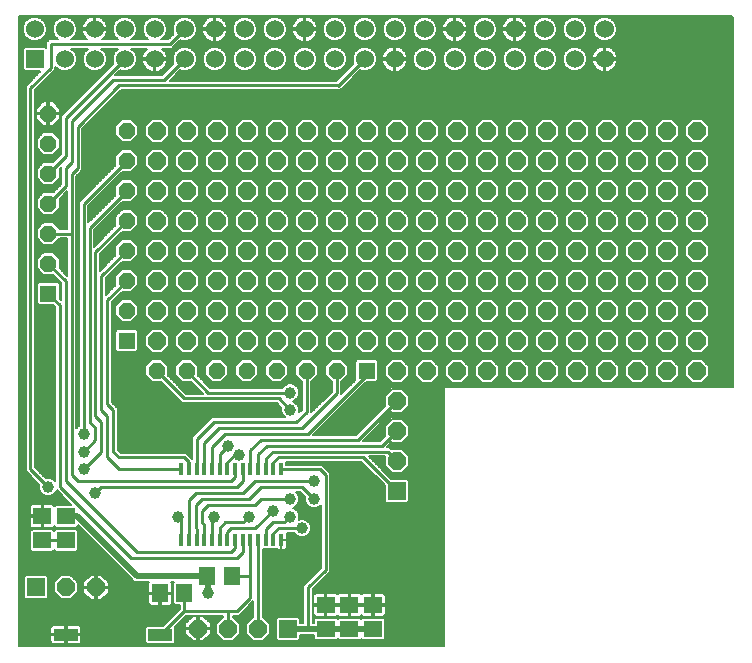
<source format=gtl>
G75*
%MOIN*%
%OFA0B0*%
%FSLAX25Y25*%
%IPPOS*%
%LPD*%
%AMOC8*
5,1,8,0,0,1.08239X$1,22.5*
%
%ADD10R,0.06000X0.06000*%
%ADD11C,0.06000*%
%ADD12OC8,0.05543*%
%ADD13R,0.05543X0.05543*%
%ADD14R,0.01378X0.03937*%
%ADD15R,0.05906X0.05512*%
%ADD16R,0.05937X0.05937*%
%ADD17OC8,0.05937*%
%ADD18R,0.05512X0.05906*%
%ADD19R,0.07874X0.03937*%
%ADD20C,0.02000*%
%ADD21C,0.03962*%
%ADD22C,0.01000*%
%ADD23C,0.00500*%
%ADD24OC8,0.05906*%
D10*
X0037953Y0206693D03*
D11*
X0047900Y0206700D03*
X0047900Y0216700D03*
X0037900Y0216700D03*
X0057900Y0216700D03*
X0067900Y0216700D03*
X0067900Y0206700D03*
X0057900Y0206700D03*
X0077900Y0206700D03*
X0087900Y0206700D03*
X0097900Y0206700D03*
X0097900Y0216700D03*
X0087900Y0216700D03*
X0077900Y0216700D03*
X0107900Y0216700D03*
X0117900Y0216700D03*
X0117900Y0206700D03*
X0107900Y0206700D03*
X0127900Y0206700D03*
X0137900Y0206700D03*
X0137900Y0216700D03*
X0127900Y0216700D03*
X0147900Y0216700D03*
X0157900Y0216700D03*
X0157900Y0206700D03*
X0147900Y0206700D03*
X0167900Y0206700D03*
X0177900Y0206700D03*
X0177900Y0216700D03*
X0167900Y0216700D03*
X0187900Y0216700D03*
X0197900Y0216700D03*
X0197900Y0206700D03*
X0187900Y0206700D03*
X0207900Y0206700D03*
X0217900Y0206700D03*
X0217900Y0216700D03*
X0207900Y0216700D03*
X0227900Y0216700D03*
X0227900Y0206700D03*
D12*
X0138543Y0102835D03*
X0128543Y0102835D03*
X0118543Y0102835D03*
X0108543Y0102835D03*
X0098543Y0102835D03*
X0088543Y0102835D03*
X0078543Y0102835D03*
X0068543Y0122835D03*
X0068543Y0132835D03*
X0068543Y0142835D03*
X0068543Y0152835D03*
X0068543Y0162835D03*
X0068543Y0172835D03*
X0068543Y0182835D03*
X0042402Y0178543D03*
X0042402Y0168543D03*
X0042402Y0158543D03*
X0042402Y0148543D03*
X0042402Y0138543D03*
X0042402Y0188543D03*
D13*
X0042402Y0128543D03*
X0068543Y0112835D03*
X0148543Y0102835D03*
D14*
X0120059Y0069961D03*
X0117500Y0069961D03*
X0114941Y0069961D03*
X0112382Y0069961D03*
X0109823Y0069961D03*
X0107264Y0069961D03*
X0104705Y0069961D03*
X0102146Y0069961D03*
X0099587Y0069961D03*
X0097028Y0069961D03*
X0094469Y0069961D03*
X0091909Y0069961D03*
X0089350Y0069961D03*
X0086791Y0069961D03*
X0086791Y0046339D03*
X0089350Y0046339D03*
X0091909Y0046339D03*
X0094469Y0046339D03*
X0097028Y0046339D03*
X0099587Y0046339D03*
X0102146Y0046339D03*
X0104705Y0046339D03*
X0107264Y0046339D03*
X0109823Y0046339D03*
X0112382Y0046339D03*
X0114941Y0046339D03*
X0117500Y0046339D03*
X0120059Y0046339D03*
D15*
X0134921Y0024783D03*
X0142795Y0024783D03*
X0150669Y0024783D03*
X0150669Y0016713D03*
X0142795Y0016713D03*
X0134921Y0016713D03*
X0048307Y0046240D03*
X0040433Y0046240D03*
X0040433Y0054311D03*
X0048307Y0054311D03*
D16*
X0038307Y0030591D03*
X0122362Y0016811D03*
X0158543Y0062835D03*
D17*
X0158543Y0072835D03*
X0158543Y0082835D03*
X0158543Y0092835D03*
X0112362Y0016811D03*
X0102362Y0016811D03*
X0092362Y0016811D03*
X0058307Y0030591D03*
X0048307Y0030591D03*
D18*
X0079705Y0028622D03*
X0087776Y0028622D03*
X0095453Y0034528D03*
X0103524Y0034528D03*
D19*
X0079803Y0014843D03*
X0048307Y0014843D03*
D20*
X0071929Y0034528D02*
X0095453Y0034528D01*
X0095551Y0034429D01*
X0095551Y0028622D01*
X0071929Y0034528D02*
X0052146Y0054311D01*
X0048307Y0054311D01*
X0122362Y0016811D02*
X0129016Y0016811D01*
X0134823Y0016811D01*
X0134921Y0016713D01*
X0142795Y0016713D01*
X0150669Y0016713D01*
D21*
X0127047Y0050276D03*
X0123110Y0054213D03*
X0117205Y0056181D03*
X0123110Y0060118D03*
X0130984Y0060118D03*
X0130984Y0066024D03*
X0109331Y0054213D03*
X0097520Y0054213D03*
X0085709Y0054213D03*
X0058150Y0062087D03*
X0054213Y0069961D03*
X0054213Y0075866D03*
X0054213Y0081772D03*
X0042402Y0064055D03*
X0095551Y0028622D03*
X0105984Y0074685D03*
X0102244Y0077835D03*
X0123110Y0089646D03*
X0123110Y0095551D03*
D22*
X0095827Y0095551D01*
X0088543Y0102835D01*
X0087795Y0093583D02*
X0078543Y0102835D01*
X0087795Y0093583D02*
X0119173Y0093583D01*
X0123110Y0089646D01*
X0125079Y0085709D02*
X0128543Y0089173D01*
X0128543Y0102835D01*
X0138543Y0102835D02*
X0138543Y0095236D01*
X0127047Y0083740D01*
X0099488Y0083740D01*
X0094469Y0078720D01*
X0094469Y0069961D01*
X0097028Y0069961D02*
X0097028Y0077343D01*
X0101457Y0081772D01*
X0129016Y0081772D01*
X0148543Y0101299D01*
X0148543Y0102835D01*
X0158543Y0092835D02*
X0145512Y0079803D01*
X0113268Y0079803D01*
X0109823Y0076358D01*
X0109823Y0069961D01*
X0112382Y0069961D02*
X0112382Y0074980D01*
X0115236Y0077835D01*
X0153543Y0077835D01*
X0158543Y0082835D01*
X0155512Y0075866D02*
X0158543Y0072835D01*
X0155512Y0075866D02*
X0117205Y0075866D01*
X0114941Y0073602D01*
X0114941Y0069961D01*
X0117500Y0069961D02*
X0117500Y0072224D01*
X0119173Y0073898D01*
X0147480Y0073898D01*
X0158543Y0062835D01*
X0134921Y0067992D02*
X0134921Y0036496D01*
X0129016Y0030591D01*
X0129016Y0016811D01*
X0112382Y0016831D02*
X0112362Y0016811D01*
X0112382Y0016831D02*
X0112382Y0046339D01*
X0114941Y0046339D02*
X0114941Y0049980D01*
X0117205Y0052244D01*
X0121142Y0052244D01*
X0123110Y0054213D01*
X0119173Y0050276D02*
X0127047Y0050276D01*
X0119173Y0050276D02*
X0117500Y0048602D01*
X0117500Y0046339D01*
X0111299Y0050276D02*
X0117205Y0056181D01*
X0113268Y0060118D02*
X0111299Y0058150D01*
X0095551Y0058150D01*
X0093583Y0056181D01*
X0093583Y0052244D01*
X0094469Y0051358D01*
X0094469Y0046339D01*
X0097028Y0046339D02*
X0097028Y0053720D01*
X0097520Y0054213D01*
X0099587Y0050374D02*
X0101457Y0052244D01*
X0107362Y0052244D01*
X0109331Y0054213D01*
X0111299Y0050276D02*
X0103425Y0050276D01*
X0102146Y0048996D01*
X0102146Y0046339D01*
X0104705Y0046339D02*
X0104705Y0043681D01*
X0103425Y0042402D01*
X0071929Y0042402D01*
X0048307Y0066024D01*
X0048307Y0132638D01*
X0042402Y0138543D01*
X0042402Y0148543D02*
X0050118Y0148543D01*
X0050276Y0148701D01*
X0050276Y0067992D01*
X0052244Y0066024D01*
X0103425Y0066024D01*
X0104705Y0067303D01*
X0104705Y0069961D01*
X0107264Y0069961D02*
X0107264Y0065925D01*
X0105394Y0064055D01*
X0060118Y0064055D01*
X0058150Y0062087D01*
X0054213Y0069961D02*
X0060118Y0075866D01*
X0060118Y0085709D01*
X0058150Y0087677D01*
X0058150Y0142441D01*
X0068543Y0152835D01*
X0068543Y0162835D02*
X0056181Y0150472D01*
X0056181Y0085709D01*
X0058150Y0083740D01*
X0058150Y0079803D01*
X0054213Y0075866D01*
X0054213Y0081772D02*
X0054213Y0158504D01*
X0068543Y0172835D01*
X0052244Y0170354D02*
X0052244Y0184134D01*
X0066024Y0197913D01*
X0138858Y0197913D01*
X0138986Y0197786D01*
X0147900Y0206700D01*
X0087900Y0206700D02*
X0081082Y0199882D01*
X0064055Y0199882D01*
X0050276Y0186102D01*
X0050276Y0172323D01*
X0048307Y0170354D01*
X0048307Y0164449D01*
X0042402Y0158543D01*
X0050276Y0168386D02*
X0050276Y0148701D01*
X0060118Y0134409D02*
X0068543Y0142835D01*
X0060118Y0134409D02*
X0060118Y0089646D01*
X0062087Y0087677D01*
X0062087Y0073898D01*
X0066024Y0069961D01*
X0086791Y0069961D01*
X0089350Y0069961D02*
X0089350Y0072224D01*
X0087677Y0073898D01*
X0066024Y0073898D01*
X0064055Y0075866D01*
X0064055Y0089646D01*
X0062087Y0091614D01*
X0062087Y0126378D01*
X0068543Y0132835D01*
X0046339Y0124606D02*
X0046339Y0064055D01*
X0069961Y0040433D01*
X0105394Y0040433D01*
X0107264Y0042303D01*
X0107264Y0046339D01*
X0109823Y0046339D02*
X0109823Y0034528D01*
X0103524Y0034528D01*
X0109823Y0034528D02*
X0109823Y0027146D01*
X0105394Y0022717D01*
X0102362Y0022717D01*
X0087677Y0022717D01*
X0079803Y0014843D01*
X0079902Y0014843D01*
X0087677Y0022717D02*
X0087776Y0022815D01*
X0087776Y0028622D01*
X0102362Y0022717D02*
X0102362Y0016811D01*
X0099587Y0046339D02*
X0099587Y0050374D01*
X0091909Y0049980D02*
X0091909Y0046339D01*
X0089350Y0046339D02*
X0089350Y0059823D01*
X0091614Y0062087D01*
X0107362Y0062087D01*
X0111299Y0066024D01*
X0130984Y0066024D01*
X0132953Y0069961D02*
X0134921Y0067992D01*
X0132953Y0069961D02*
X0120059Y0069961D01*
X0113268Y0064055D02*
X0127047Y0064055D01*
X0130984Y0060118D01*
X0123110Y0060118D02*
X0113268Y0060118D01*
X0113268Y0064055D02*
X0109331Y0060118D01*
X0093583Y0060118D01*
X0091614Y0058150D01*
X0091614Y0050276D01*
X0091909Y0049980D01*
X0086791Y0053130D02*
X0085709Y0054213D01*
X0086791Y0053130D02*
X0086791Y0046339D01*
X0091909Y0069961D02*
X0091909Y0080098D01*
X0097520Y0085709D01*
X0125079Y0085709D01*
X0105984Y0074685D02*
X0104606Y0074685D01*
X0102146Y0072224D01*
X0102146Y0069961D01*
X0099587Y0069961D02*
X0099587Y0075177D01*
X0102244Y0077835D01*
X0048307Y0046240D02*
X0040433Y0046240D01*
X0042402Y0064055D02*
X0036496Y0069961D01*
X0036496Y0197126D01*
X0043189Y0203819D01*
X0043189Y0211693D01*
X0082893Y0211693D01*
X0087900Y0216700D01*
X0067900Y0206700D02*
X0048307Y0187107D01*
X0048307Y0174449D01*
X0042402Y0168543D01*
X0050276Y0168386D02*
X0052244Y0170354D01*
X0042402Y0128543D02*
X0046339Y0124606D01*
D23*
X0032559Y0220972D02*
X0032559Y0010906D01*
X0174291Y0010906D01*
X0174291Y0097520D01*
X0270748Y0097520D01*
X0270748Y0220638D01*
X0269734Y0220910D01*
X0268780Y0220972D01*
X0032559Y0220972D01*
X0032559Y0220855D02*
X0056968Y0220855D01*
X0056905Y0220845D02*
X0056269Y0220639D01*
X0055673Y0220335D01*
X0055131Y0219942D01*
X0054658Y0219469D01*
X0054265Y0218927D01*
X0053961Y0218331D01*
X0053755Y0217695D01*
X0053650Y0217034D01*
X0053650Y0216950D01*
X0057650Y0216950D01*
X0057650Y0220950D01*
X0057566Y0220950D01*
X0056905Y0220845D01*
X0057650Y0220855D02*
X0058150Y0220855D01*
X0058150Y0220950D02*
X0058150Y0216950D01*
X0057650Y0216950D01*
X0057650Y0216450D01*
X0053650Y0216450D01*
X0053650Y0216366D01*
X0053755Y0215705D01*
X0053961Y0215069D01*
X0054265Y0214473D01*
X0054658Y0213931D01*
X0055131Y0213458D01*
X0055428Y0213243D01*
X0050137Y0213243D01*
X0050194Y0213267D01*
X0051333Y0214406D01*
X0051950Y0215894D01*
X0051950Y0217506D01*
X0051333Y0218994D01*
X0050194Y0220133D01*
X0048706Y0220750D01*
X0047094Y0220750D01*
X0045606Y0220133D01*
X0044467Y0218994D01*
X0043850Y0217506D01*
X0043850Y0215894D01*
X0044467Y0214406D01*
X0045606Y0213267D01*
X0045663Y0213243D01*
X0042547Y0213243D01*
X0041639Y0212335D01*
X0041639Y0210492D01*
X0041388Y0210743D01*
X0034518Y0210743D01*
X0033903Y0210128D01*
X0033903Y0203258D01*
X0034518Y0202643D01*
X0039821Y0202643D01*
X0034946Y0197768D01*
X0034946Y0069319D01*
X0039440Y0064825D01*
X0039370Y0064658D01*
X0039370Y0063452D01*
X0039832Y0062338D01*
X0040685Y0061485D01*
X0041799Y0061024D01*
X0043004Y0061024D01*
X0044119Y0061485D01*
X0044971Y0062338D01*
X0045233Y0062969D01*
X0050085Y0058117D01*
X0044919Y0058117D01*
X0044478Y0057675D01*
X0044386Y0057834D01*
X0044153Y0058067D01*
X0043868Y0058232D01*
X0043550Y0058317D01*
X0040683Y0058317D01*
X0040683Y0054561D01*
X0040183Y0054561D01*
X0040183Y0054061D01*
X0036230Y0054061D01*
X0036230Y0051391D01*
X0036316Y0051073D01*
X0036480Y0050788D01*
X0036713Y0050555D01*
X0036998Y0050390D01*
X0037316Y0050305D01*
X0040183Y0050305D01*
X0040183Y0054061D01*
X0040683Y0054061D01*
X0040683Y0050305D01*
X0043550Y0050305D01*
X0043868Y0050390D01*
X0044153Y0050555D01*
X0044386Y0050788D01*
X0044478Y0050947D01*
X0044919Y0050505D01*
X0051695Y0050505D01*
X0052310Y0051120D01*
X0052310Y0051248D01*
X0069879Y0033678D01*
X0071080Y0032478D01*
X0076084Y0032478D01*
X0075949Y0032342D01*
X0075784Y0032057D01*
X0075699Y0031739D01*
X0075699Y0028872D01*
X0079455Y0028872D01*
X0079455Y0028372D01*
X0079955Y0028372D01*
X0079955Y0028872D01*
X0083711Y0028872D01*
X0083711Y0031739D01*
X0083625Y0032057D01*
X0083461Y0032342D01*
X0083326Y0032478D01*
X0084438Y0032478D01*
X0083970Y0032010D01*
X0083970Y0025234D01*
X0084585Y0024619D01*
X0086226Y0024619D01*
X0086226Y0023457D01*
X0080630Y0017861D01*
X0075431Y0017861D01*
X0074816Y0017246D01*
X0074816Y0012439D01*
X0075431Y0011824D01*
X0084175Y0011824D01*
X0084790Y0012439D01*
X0084790Y0017246D01*
X0084594Y0017442D01*
X0088319Y0021167D01*
X0100812Y0021167D01*
X0100812Y0020830D01*
X0100698Y0020830D01*
X0098344Y0018476D01*
X0098344Y0015147D01*
X0100698Y0012793D01*
X0104027Y0012793D01*
X0106381Y0015147D01*
X0106381Y0018476D01*
X0104027Y0020830D01*
X0103912Y0020830D01*
X0103912Y0021167D01*
X0106036Y0021167D01*
X0106944Y0022074D01*
X0110832Y0025963D01*
X0110832Y0020830D01*
X0110698Y0020830D01*
X0108344Y0018476D01*
X0108344Y0015147D01*
X0110698Y0012793D01*
X0114027Y0012793D01*
X0116381Y0015147D01*
X0116381Y0018476D01*
X0114027Y0020830D01*
X0113932Y0020830D01*
X0113932Y0043320D01*
X0116065Y0043320D01*
X0116220Y0043476D01*
X0116376Y0043320D01*
X0118624Y0043320D01*
X0118648Y0043344D01*
X0118888Y0043205D01*
X0119205Y0043120D01*
X0119965Y0043120D01*
X0119965Y0046244D01*
X0120154Y0046244D01*
X0120154Y0046433D01*
X0121998Y0046433D01*
X0121998Y0048472D01*
X0121930Y0048726D01*
X0124408Y0048726D01*
X0124478Y0048559D01*
X0125330Y0047706D01*
X0126444Y0047244D01*
X0127650Y0047244D01*
X0128764Y0047706D01*
X0129617Y0048559D01*
X0130078Y0049673D01*
X0130078Y0050879D01*
X0129617Y0051993D01*
X0128764Y0052845D01*
X0127650Y0053307D01*
X0126444Y0053307D01*
X0125927Y0053092D01*
X0126141Y0053610D01*
X0126141Y0054816D01*
X0125680Y0055930D01*
X0124827Y0056782D01*
X0123902Y0057165D01*
X0124827Y0057548D01*
X0125680Y0058401D01*
X0126141Y0059515D01*
X0126141Y0060721D01*
X0125680Y0061835D01*
X0125010Y0062505D01*
X0126405Y0062505D01*
X0128022Y0060888D01*
X0127953Y0060721D01*
X0127953Y0059515D01*
X0128415Y0058401D01*
X0129267Y0057548D01*
X0130381Y0057087D01*
X0131587Y0057087D01*
X0132701Y0057548D01*
X0133371Y0058219D01*
X0133371Y0037138D01*
X0128374Y0032141D01*
X0127466Y0031233D01*
X0127466Y0018861D01*
X0126381Y0018861D01*
X0126381Y0020214D01*
X0125766Y0020830D01*
X0118959Y0020830D01*
X0118344Y0020214D01*
X0118344Y0013408D01*
X0118959Y0012793D01*
X0125766Y0012793D01*
X0126381Y0013408D01*
X0126381Y0014761D01*
X0130919Y0014761D01*
X0130919Y0013522D01*
X0131534Y0012907D01*
X0138309Y0012907D01*
X0138858Y0013456D01*
X0139408Y0012907D01*
X0146183Y0012907D01*
X0146732Y0013456D01*
X0147282Y0012907D01*
X0154057Y0012907D01*
X0154672Y0013522D01*
X0154672Y0019903D01*
X0154057Y0020518D01*
X0147282Y0020518D01*
X0146732Y0019969D01*
X0146183Y0020518D01*
X0139408Y0020518D01*
X0138858Y0019969D01*
X0138309Y0020518D01*
X0131534Y0020518D01*
X0130919Y0019903D01*
X0130919Y0018861D01*
X0130566Y0018861D01*
X0130566Y0029949D01*
X0136471Y0035854D01*
X0136471Y0068634D01*
X0135563Y0069542D01*
X0133595Y0071511D01*
X0121798Y0071511D01*
X0121798Y0072348D01*
X0146838Y0072348D01*
X0154525Y0064661D01*
X0154525Y0059431D01*
X0155140Y0058816D01*
X0161947Y0058816D01*
X0162562Y0059431D01*
X0162562Y0066238D01*
X0161947Y0066853D01*
X0156717Y0066853D01*
X0149254Y0074316D01*
X0154525Y0074316D01*
X0154525Y0071170D01*
X0156879Y0068816D01*
X0160208Y0068816D01*
X0162562Y0071170D01*
X0162562Y0074499D01*
X0160208Y0076853D01*
X0156879Y0076853D01*
X0156798Y0076772D01*
X0156154Y0077416D01*
X0155317Y0077416D01*
X0156798Y0078897D01*
X0156879Y0078816D01*
X0160208Y0078816D01*
X0162562Y0081170D01*
X0162562Y0084499D01*
X0160208Y0086853D01*
X0156879Y0086853D01*
X0154525Y0084499D01*
X0154525Y0081170D01*
X0154606Y0081089D01*
X0152901Y0079385D01*
X0147285Y0079385D01*
X0156798Y0088897D01*
X0156879Y0088816D01*
X0160208Y0088816D01*
X0162562Y0091170D01*
X0162562Y0094499D01*
X0160208Y0096853D01*
X0156879Y0096853D01*
X0154525Y0094499D01*
X0154525Y0091170D01*
X0154606Y0091089D01*
X0144870Y0081353D01*
X0130789Y0081353D01*
X0148449Y0099013D01*
X0151750Y0099013D01*
X0152365Y0099628D01*
X0152365Y0106041D01*
X0151750Y0106656D01*
X0145337Y0106656D01*
X0144722Y0106041D01*
X0144722Y0099670D01*
X0140093Y0095041D01*
X0140093Y0099013D01*
X0140126Y0099013D01*
X0142365Y0101252D01*
X0142365Y0104418D01*
X0140126Y0106656D01*
X0136960Y0106656D01*
X0134722Y0104418D01*
X0134722Y0101252D01*
X0136960Y0099013D01*
X0136993Y0099013D01*
X0136993Y0095878D01*
X0130093Y0088978D01*
X0130093Y0099013D01*
X0130126Y0099013D01*
X0132365Y0101252D01*
X0132365Y0104418D01*
X0130126Y0106656D01*
X0126960Y0106656D01*
X0124722Y0104418D01*
X0124722Y0101252D01*
X0126960Y0099013D01*
X0126993Y0099013D01*
X0126993Y0089815D01*
X0126085Y0088907D01*
X0126141Y0089043D01*
X0126141Y0090249D01*
X0125680Y0091363D01*
X0124827Y0092215D01*
X0123902Y0092598D01*
X0124827Y0092982D01*
X0125680Y0093834D01*
X0126141Y0094948D01*
X0126141Y0096154D01*
X0125680Y0097268D01*
X0124827Y0098121D01*
X0123713Y0098582D01*
X0122507Y0098582D01*
X0121393Y0098121D01*
X0120541Y0097268D01*
X0120471Y0097101D01*
X0096469Y0097101D01*
X0092342Y0101228D01*
X0092365Y0101252D01*
X0092365Y0104418D01*
X0090126Y0106656D01*
X0086960Y0106656D01*
X0084722Y0104418D01*
X0084722Y0101252D01*
X0086960Y0099013D01*
X0090126Y0099013D01*
X0090150Y0099036D01*
X0094053Y0095133D01*
X0088437Y0095133D01*
X0082342Y0101228D01*
X0082365Y0101252D01*
X0082365Y0104418D01*
X0080126Y0106656D01*
X0076960Y0106656D01*
X0074722Y0104418D01*
X0074722Y0101252D01*
X0076960Y0099013D01*
X0080126Y0099013D01*
X0080150Y0099036D01*
X0087153Y0092033D01*
X0118531Y0092033D01*
X0120148Y0090416D01*
X0120079Y0090249D01*
X0120079Y0089043D01*
X0120541Y0087929D01*
X0121211Y0087259D01*
X0096878Y0087259D01*
X0095970Y0086351D01*
X0090359Y0080740D01*
X0090359Y0073407D01*
X0089227Y0074540D01*
X0088319Y0075448D01*
X0066666Y0075448D01*
X0065605Y0076508D01*
X0065605Y0090288D01*
X0063637Y0092256D01*
X0063637Y0125736D01*
X0066937Y0129036D01*
X0066960Y0129013D01*
X0070126Y0129013D01*
X0072365Y0131252D01*
X0072365Y0134418D01*
X0070126Y0136656D01*
X0066960Y0136656D01*
X0064722Y0134418D01*
X0064722Y0131252D01*
X0064745Y0131228D01*
X0061668Y0128151D01*
X0061668Y0133767D01*
X0066937Y0139036D01*
X0066960Y0139013D01*
X0070126Y0139013D01*
X0072365Y0141252D01*
X0072365Y0144418D01*
X0070126Y0146656D01*
X0066960Y0146656D01*
X0064722Y0144418D01*
X0064722Y0141252D01*
X0064745Y0141228D01*
X0059700Y0136183D01*
X0059700Y0141799D01*
X0066937Y0149036D01*
X0066960Y0149013D01*
X0070126Y0149013D01*
X0072365Y0151252D01*
X0072365Y0154418D01*
X0070126Y0156656D01*
X0066960Y0156656D01*
X0064722Y0154418D01*
X0064722Y0151252D01*
X0064745Y0151228D01*
X0057731Y0144214D01*
X0057731Y0149830D01*
X0066937Y0159036D01*
X0066960Y0159013D01*
X0070126Y0159013D01*
X0072365Y0161252D01*
X0072365Y0164418D01*
X0070126Y0166656D01*
X0066960Y0166656D01*
X0064722Y0164418D01*
X0064722Y0161252D01*
X0064745Y0161228D01*
X0055763Y0152246D01*
X0055763Y0157862D01*
X0066937Y0169036D01*
X0066960Y0169013D01*
X0070126Y0169013D01*
X0072365Y0171252D01*
X0072365Y0174418D01*
X0070126Y0176656D01*
X0066960Y0176656D01*
X0064722Y0174418D01*
X0064722Y0171252D01*
X0064745Y0171228D01*
X0052663Y0159146D01*
X0052663Y0084410D01*
X0052496Y0084341D01*
X0051826Y0083671D01*
X0051826Y0167744D01*
X0052886Y0168804D01*
X0053794Y0169712D01*
X0053794Y0183492D01*
X0066666Y0196363D01*
X0138216Y0196363D01*
X0138344Y0196236D01*
X0139628Y0196236D01*
X0140536Y0197144D01*
X0146350Y0202958D01*
X0147094Y0202650D01*
X0148706Y0202650D01*
X0150194Y0203267D01*
X0151333Y0204406D01*
X0151950Y0205894D01*
X0151950Y0207506D01*
X0151333Y0208994D01*
X0150194Y0210133D01*
X0148706Y0210750D01*
X0147094Y0210750D01*
X0145606Y0210133D01*
X0144467Y0208994D01*
X0143850Y0207506D01*
X0143850Y0205894D01*
X0144158Y0205150D01*
X0138471Y0199463D01*
X0082855Y0199463D01*
X0086350Y0202958D01*
X0087094Y0202650D01*
X0088706Y0202650D01*
X0090194Y0203267D01*
X0091333Y0204406D01*
X0091950Y0205894D01*
X0091950Y0207506D01*
X0091333Y0208994D01*
X0090194Y0210133D01*
X0088706Y0210750D01*
X0087094Y0210750D01*
X0085606Y0210133D01*
X0084467Y0208994D01*
X0083850Y0207506D01*
X0083850Y0205894D01*
X0084158Y0205150D01*
X0080440Y0201432D01*
X0064824Y0201432D01*
X0066350Y0202958D01*
X0067094Y0202650D01*
X0068706Y0202650D01*
X0070194Y0203267D01*
X0071333Y0204406D01*
X0071950Y0205894D01*
X0071950Y0207506D01*
X0071333Y0208994D01*
X0070194Y0210133D01*
X0070171Y0210143D01*
X0075408Y0210143D01*
X0075131Y0209942D01*
X0074658Y0209469D01*
X0074265Y0208927D01*
X0073961Y0208331D01*
X0073755Y0207695D01*
X0073650Y0207034D01*
X0073650Y0206950D01*
X0077650Y0206950D01*
X0077650Y0206450D01*
X0078150Y0206450D01*
X0078150Y0206950D01*
X0082150Y0206950D01*
X0082150Y0207034D01*
X0082045Y0207695D01*
X0081839Y0208331D01*
X0081535Y0208927D01*
X0081142Y0209469D01*
X0080669Y0209942D01*
X0080392Y0210143D01*
X0083535Y0210143D01*
X0084443Y0211051D01*
X0086350Y0212958D01*
X0087094Y0212650D01*
X0088706Y0212650D01*
X0090194Y0213267D01*
X0091333Y0214406D01*
X0091950Y0215894D01*
X0091950Y0217506D01*
X0091333Y0218994D01*
X0090194Y0220133D01*
X0088706Y0220750D01*
X0087094Y0220750D01*
X0085606Y0220133D01*
X0084467Y0218994D01*
X0083850Y0217506D01*
X0083850Y0215894D01*
X0084158Y0215150D01*
X0082251Y0213243D01*
X0080137Y0213243D01*
X0080194Y0213267D01*
X0081333Y0214406D01*
X0081950Y0215894D01*
X0081950Y0217506D01*
X0081333Y0218994D01*
X0080194Y0220133D01*
X0078706Y0220750D01*
X0077094Y0220750D01*
X0075606Y0220133D01*
X0074467Y0218994D01*
X0073850Y0217506D01*
X0073850Y0215894D01*
X0074467Y0214406D01*
X0075606Y0213267D01*
X0075663Y0213243D01*
X0070137Y0213243D01*
X0070194Y0213267D01*
X0071333Y0214406D01*
X0071950Y0215894D01*
X0071950Y0217506D01*
X0071333Y0218994D01*
X0070194Y0220133D01*
X0068706Y0220750D01*
X0067094Y0220750D01*
X0065606Y0220133D01*
X0064467Y0218994D01*
X0063850Y0217506D01*
X0063850Y0215894D01*
X0064467Y0214406D01*
X0065606Y0213267D01*
X0065663Y0213243D01*
X0060372Y0213243D01*
X0060669Y0213458D01*
X0061142Y0213931D01*
X0061535Y0214473D01*
X0061839Y0215069D01*
X0062045Y0215705D01*
X0062150Y0216366D01*
X0062150Y0216450D01*
X0058150Y0216450D01*
X0058150Y0216950D01*
X0062150Y0216950D01*
X0062150Y0217034D01*
X0062045Y0217695D01*
X0061839Y0218331D01*
X0061535Y0218927D01*
X0061142Y0219469D01*
X0060669Y0219942D01*
X0060127Y0220335D01*
X0059531Y0220639D01*
X0058895Y0220845D01*
X0058234Y0220950D01*
X0058150Y0220950D01*
X0058150Y0220357D02*
X0057650Y0220357D01*
X0057650Y0219858D02*
X0058150Y0219858D01*
X0058150Y0219360D02*
X0057650Y0219360D01*
X0057650Y0218861D02*
X0058150Y0218861D01*
X0058150Y0218363D02*
X0057650Y0218363D01*
X0057650Y0217864D02*
X0058150Y0217864D01*
X0058150Y0217366D02*
X0057650Y0217366D01*
X0057650Y0216867D02*
X0051950Y0216867D01*
X0051950Y0216369D02*
X0053650Y0216369D01*
X0053728Y0215870D02*
X0051940Y0215870D01*
X0051734Y0215372D02*
X0053863Y0215372D01*
X0054061Y0214873D02*
X0051527Y0214873D01*
X0051302Y0214375D02*
X0054336Y0214375D01*
X0054713Y0213876D02*
X0050804Y0213876D01*
X0050305Y0213378D02*
X0055242Y0213378D01*
X0053702Y0217366D02*
X0051950Y0217366D01*
X0051801Y0217864D02*
X0053810Y0217864D01*
X0053977Y0218363D02*
X0051595Y0218363D01*
X0051388Y0218861D02*
X0054231Y0218861D01*
X0054579Y0219360D02*
X0050968Y0219360D01*
X0050469Y0219858D02*
X0055048Y0219858D01*
X0055716Y0220357D02*
X0049655Y0220357D01*
X0046145Y0220357D02*
X0039655Y0220357D01*
X0040194Y0220133D02*
X0038706Y0220750D01*
X0037094Y0220750D01*
X0035606Y0220133D01*
X0034467Y0218994D01*
X0033850Y0217506D01*
X0033850Y0215894D01*
X0034467Y0214406D01*
X0035606Y0213267D01*
X0037094Y0212650D01*
X0038706Y0212650D01*
X0040194Y0213267D01*
X0041333Y0214406D01*
X0041950Y0215894D01*
X0041950Y0217506D01*
X0041333Y0218994D01*
X0040194Y0220133D01*
X0040469Y0219858D02*
X0045331Y0219858D01*
X0044832Y0219360D02*
X0040968Y0219360D01*
X0041388Y0218861D02*
X0044412Y0218861D01*
X0044205Y0218363D02*
X0041595Y0218363D01*
X0041801Y0217864D02*
X0043999Y0217864D01*
X0043850Y0217366D02*
X0041950Y0217366D01*
X0041950Y0216867D02*
X0043850Y0216867D01*
X0043850Y0216369D02*
X0041950Y0216369D01*
X0041940Y0215870D02*
X0043860Y0215870D01*
X0044066Y0215372D02*
X0041734Y0215372D01*
X0041527Y0214873D02*
X0044273Y0214873D01*
X0044498Y0214375D02*
X0041302Y0214375D01*
X0040804Y0213876D02*
X0044996Y0213876D01*
X0045495Y0213378D02*
X0040305Y0213378D01*
X0039259Y0212879D02*
X0042183Y0212879D01*
X0041685Y0212381D02*
X0032559Y0212381D01*
X0032559Y0212879D02*
X0036541Y0212879D01*
X0035495Y0213378D02*
X0032559Y0213378D01*
X0032559Y0213876D02*
X0034996Y0213876D01*
X0034498Y0214375D02*
X0032559Y0214375D01*
X0032559Y0214873D02*
X0034273Y0214873D01*
X0034066Y0215372D02*
X0032559Y0215372D01*
X0032559Y0215870D02*
X0033860Y0215870D01*
X0033850Y0216369D02*
X0032559Y0216369D01*
X0032559Y0216867D02*
X0033850Y0216867D01*
X0033850Y0217366D02*
X0032559Y0217366D01*
X0032559Y0217864D02*
X0033999Y0217864D01*
X0034205Y0218363D02*
X0032559Y0218363D01*
X0032559Y0218861D02*
X0034412Y0218861D01*
X0034832Y0219360D02*
X0032559Y0219360D01*
X0032559Y0219858D02*
X0035331Y0219858D01*
X0036145Y0220357D02*
X0032559Y0220357D01*
X0032559Y0211882D02*
X0041639Y0211882D01*
X0041639Y0211384D02*
X0032559Y0211384D01*
X0032559Y0210885D02*
X0041639Y0210885D01*
X0044739Y0204133D02*
X0045606Y0203267D01*
X0047094Y0202650D01*
X0048706Y0202650D01*
X0050194Y0203267D01*
X0051333Y0204406D01*
X0051950Y0205894D01*
X0051950Y0207506D01*
X0051333Y0208994D01*
X0050194Y0210133D01*
X0050171Y0210143D01*
X0055629Y0210143D01*
X0055606Y0210133D01*
X0054467Y0208994D01*
X0053850Y0207506D01*
X0053850Y0205894D01*
X0054467Y0204406D01*
X0055606Y0203267D01*
X0057094Y0202650D01*
X0058706Y0202650D01*
X0060194Y0203267D01*
X0061333Y0204406D01*
X0061950Y0205894D01*
X0061950Y0207506D01*
X0061333Y0208994D01*
X0060194Y0210133D01*
X0060171Y0210143D01*
X0065629Y0210143D01*
X0065606Y0210133D01*
X0064467Y0208994D01*
X0063850Y0207506D01*
X0063850Y0205894D01*
X0064158Y0205150D01*
X0046757Y0187749D01*
X0046757Y0175091D01*
X0044008Y0172342D01*
X0043985Y0172365D01*
X0040819Y0172365D01*
X0038580Y0170126D01*
X0038580Y0166960D01*
X0040819Y0164722D01*
X0043985Y0164722D01*
X0046223Y0166960D01*
X0046223Y0170126D01*
X0046200Y0170150D01*
X0046757Y0170707D01*
X0046757Y0165091D01*
X0044008Y0162342D01*
X0043985Y0162365D01*
X0040819Y0162365D01*
X0038580Y0160126D01*
X0038580Y0156960D01*
X0040819Y0154722D01*
X0043985Y0154722D01*
X0046223Y0156960D01*
X0046223Y0160126D01*
X0046200Y0160150D01*
X0048726Y0162675D01*
X0048726Y0150093D01*
X0046223Y0150093D01*
X0046223Y0150126D01*
X0043985Y0152365D01*
X0040819Y0152365D01*
X0038580Y0150126D01*
X0038580Y0146960D01*
X0040819Y0144722D01*
X0043985Y0144722D01*
X0046223Y0146960D01*
X0046223Y0146993D01*
X0048726Y0146993D01*
X0048726Y0134411D01*
X0046200Y0136937D01*
X0046223Y0136960D01*
X0046223Y0140126D01*
X0043985Y0142365D01*
X0040819Y0142365D01*
X0038580Y0140126D01*
X0038580Y0136960D01*
X0040819Y0134722D01*
X0043985Y0134722D01*
X0044008Y0134745D01*
X0046757Y0131996D01*
X0046757Y0126380D01*
X0046223Y0126914D01*
X0046223Y0131750D01*
X0045608Y0132365D01*
X0039195Y0132365D01*
X0038580Y0131750D01*
X0038580Y0125337D01*
X0039195Y0124722D01*
X0044031Y0124722D01*
X0044789Y0123964D01*
X0044789Y0065955D01*
X0044119Y0066625D01*
X0043004Y0067086D01*
X0041799Y0067086D01*
X0041632Y0067017D01*
X0038046Y0070603D01*
X0038046Y0196484D01*
X0044739Y0203177D01*
X0044739Y0204133D01*
X0044739Y0203906D02*
X0044966Y0203906D01*
X0044739Y0203408D02*
X0045465Y0203408D01*
X0044471Y0202909D02*
X0046469Y0202909D01*
X0043973Y0202410D02*
X0061418Y0202410D01*
X0060920Y0201912D02*
X0043474Y0201912D01*
X0042976Y0201413D02*
X0060421Y0201413D01*
X0059923Y0200915D02*
X0042477Y0200915D01*
X0041979Y0200416D02*
X0059424Y0200416D01*
X0058926Y0199918D02*
X0041480Y0199918D01*
X0040982Y0199419D02*
X0058427Y0199419D01*
X0057929Y0198921D02*
X0040483Y0198921D01*
X0039984Y0198422D02*
X0057430Y0198422D01*
X0056932Y0197924D02*
X0039486Y0197924D01*
X0038987Y0197425D02*
X0056433Y0197425D01*
X0055935Y0196927D02*
X0038489Y0196927D01*
X0038046Y0196428D02*
X0055436Y0196428D01*
X0054938Y0195930D02*
X0038046Y0195930D01*
X0038046Y0195431D02*
X0054439Y0195431D01*
X0053941Y0194933D02*
X0038046Y0194933D01*
X0038046Y0194434D02*
X0053442Y0194434D01*
X0052944Y0193936D02*
X0038046Y0193936D01*
X0038046Y0193437D02*
X0052445Y0193437D01*
X0051947Y0192939D02*
X0038046Y0192939D01*
X0038046Y0192440D02*
X0040611Y0192440D01*
X0040736Y0192565D02*
X0038380Y0190209D01*
X0038380Y0188793D01*
X0042152Y0188793D01*
X0042152Y0192565D01*
X0040736Y0192565D01*
X0040113Y0191942D02*
X0038046Y0191942D01*
X0038046Y0191443D02*
X0039614Y0191443D01*
X0039116Y0190945D02*
X0038046Y0190945D01*
X0038046Y0190446D02*
X0038617Y0190446D01*
X0038380Y0189948D02*
X0038046Y0189948D01*
X0038046Y0189449D02*
X0038380Y0189449D01*
X0038380Y0188951D02*
X0038046Y0188951D01*
X0038046Y0188452D02*
X0042152Y0188452D01*
X0042152Y0188293D02*
X0038380Y0188293D01*
X0038380Y0186877D01*
X0040736Y0184522D01*
X0042152Y0184522D01*
X0042152Y0188293D01*
X0042652Y0188293D01*
X0042652Y0188793D01*
X0046423Y0188793D01*
X0046423Y0190209D01*
X0044067Y0192565D01*
X0042652Y0192565D01*
X0042652Y0188793D01*
X0042152Y0188793D01*
X0042152Y0188293D01*
X0042152Y0187954D02*
X0042652Y0187954D01*
X0042652Y0188293D02*
X0042652Y0184522D01*
X0044067Y0184522D01*
X0046423Y0186877D01*
X0046423Y0188293D01*
X0042652Y0188293D01*
X0042652Y0188452D02*
X0047460Y0188452D01*
X0046962Y0187954D02*
X0046423Y0187954D01*
X0046423Y0187455D02*
X0046757Y0187455D01*
X0046757Y0186957D02*
X0046423Y0186957D01*
X0046757Y0186458D02*
X0046004Y0186458D01*
X0045505Y0185960D02*
X0046757Y0185960D01*
X0046757Y0185461D02*
X0045007Y0185461D01*
X0044508Y0184963D02*
X0046757Y0184963D01*
X0046757Y0184464D02*
X0038046Y0184464D01*
X0038046Y0183966D02*
X0046757Y0183966D01*
X0046757Y0183467D02*
X0038046Y0183467D01*
X0038046Y0182969D02*
X0046757Y0182969D01*
X0046757Y0182470D02*
X0038046Y0182470D01*
X0038046Y0181972D02*
X0040425Y0181972D01*
X0040819Y0182365D02*
X0038580Y0180126D01*
X0038580Y0176960D01*
X0040819Y0174722D01*
X0043985Y0174722D01*
X0046223Y0176960D01*
X0046223Y0180126D01*
X0043985Y0182365D01*
X0040819Y0182365D01*
X0039927Y0181473D02*
X0038046Y0181473D01*
X0038046Y0180974D02*
X0039428Y0180974D01*
X0038930Y0180476D02*
X0038046Y0180476D01*
X0038046Y0179977D02*
X0038580Y0179977D01*
X0038580Y0179479D02*
X0038046Y0179479D01*
X0038046Y0178980D02*
X0038580Y0178980D01*
X0038580Y0178482D02*
X0038046Y0178482D01*
X0038046Y0177983D02*
X0038580Y0177983D01*
X0038580Y0177485D02*
X0038046Y0177485D01*
X0038046Y0176986D02*
X0038580Y0176986D01*
X0039052Y0176488D02*
X0038046Y0176488D01*
X0038046Y0175989D02*
X0039551Y0175989D01*
X0040049Y0175491D02*
X0038046Y0175491D01*
X0038046Y0174992D02*
X0040548Y0174992D01*
X0038046Y0174494D02*
X0046160Y0174494D01*
X0046659Y0174992D02*
X0044255Y0174992D01*
X0044754Y0175491D02*
X0046757Y0175491D01*
X0046757Y0175989D02*
X0045252Y0175989D01*
X0045751Y0176488D02*
X0046757Y0176488D01*
X0046757Y0176986D02*
X0046223Y0176986D01*
X0046223Y0177485D02*
X0046757Y0177485D01*
X0046757Y0177983D02*
X0046223Y0177983D01*
X0046223Y0178482D02*
X0046757Y0178482D01*
X0046757Y0178980D02*
X0046223Y0178980D01*
X0046223Y0179479D02*
X0046757Y0179479D01*
X0046757Y0179977D02*
X0046223Y0179977D01*
X0045874Y0180476D02*
X0046757Y0180476D01*
X0046757Y0180974D02*
X0045375Y0180974D01*
X0044876Y0181473D02*
X0046757Y0181473D01*
X0046757Y0181972D02*
X0044378Y0181972D01*
X0042652Y0184963D02*
X0042152Y0184963D01*
X0042152Y0185461D02*
X0042652Y0185461D01*
X0042652Y0185960D02*
X0042152Y0185960D01*
X0042152Y0186458D02*
X0042652Y0186458D01*
X0042652Y0186957D02*
X0042152Y0186957D01*
X0042152Y0187455D02*
X0042652Y0187455D01*
X0042652Y0188951D02*
X0042152Y0188951D01*
X0042152Y0189449D02*
X0042652Y0189449D01*
X0042652Y0189948D02*
X0042152Y0189948D01*
X0042152Y0190446D02*
X0042652Y0190446D01*
X0042652Y0190945D02*
X0042152Y0190945D01*
X0042152Y0191443D02*
X0042652Y0191443D01*
X0042652Y0191942D02*
X0042152Y0191942D01*
X0042152Y0192440D02*
X0042652Y0192440D01*
X0044192Y0192440D02*
X0051448Y0192440D01*
X0050950Y0191942D02*
X0044691Y0191942D01*
X0045189Y0191443D02*
X0050451Y0191443D01*
X0049953Y0190945D02*
X0045688Y0190945D01*
X0046186Y0190446D02*
X0049454Y0190446D01*
X0048956Y0189948D02*
X0046423Y0189948D01*
X0046423Y0189449D02*
X0048457Y0189449D01*
X0047959Y0188951D02*
X0046423Y0188951D01*
X0054268Y0183966D02*
X0064722Y0183966D01*
X0064722Y0184418D02*
X0064722Y0181252D01*
X0066960Y0179013D01*
X0070126Y0179013D01*
X0072365Y0181252D01*
X0072365Y0184418D01*
X0070126Y0186656D01*
X0066960Y0186656D01*
X0064722Y0184418D01*
X0064768Y0184464D02*
X0054766Y0184464D01*
X0055265Y0184963D02*
X0065267Y0184963D01*
X0065765Y0185461D02*
X0055763Y0185461D01*
X0056262Y0185960D02*
X0066264Y0185960D01*
X0066762Y0186458D02*
X0056760Y0186458D01*
X0057259Y0186957D02*
X0270748Y0186957D01*
X0270748Y0187455D02*
X0057757Y0187455D01*
X0058256Y0187954D02*
X0270748Y0187954D01*
X0270748Y0188452D02*
X0058754Y0188452D01*
X0059253Y0188951D02*
X0270748Y0188951D01*
X0270748Y0189449D02*
X0059751Y0189449D01*
X0060250Y0189948D02*
X0270748Y0189948D01*
X0270748Y0190446D02*
X0060748Y0190446D01*
X0061247Y0190945D02*
X0270748Y0190945D01*
X0270748Y0191443D02*
X0061745Y0191443D01*
X0062244Y0191942D02*
X0270748Y0191942D01*
X0270748Y0192440D02*
X0062743Y0192440D01*
X0063241Y0192939D02*
X0270748Y0192939D01*
X0270748Y0193437D02*
X0063740Y0193437D01*
X0064238Y0193936D02*
X0270748Y0193936D01*
X0270748Y0194434D02*
X0064737Y0194434D01*
X0065235Y0194933D02*
X0270748Y0194933D01*
X0270748Y0195431D02*
X0065734Y0195431D01*
X0066232Y0195930D02*
X0270748Y0195930D01*
X0270748Y0196428D02*
X0139820Y0196428D01*
X0140319Y0196927D02*
X0270748Y0196927D01*
X0270748Y0197425D02*
X0140817Y0197425D01*
X0140536Y0197144D02*
X0140536Y0197144D01*
X0141316Y0197924D02*
X0270748Y0197924D01*
X0270748Y0198422D02*
X0141814Y0198422D01*
X0142313Y0198921D02*
X0270748Y0198921D01*
X0270748Y0199419D02*
X0142811Y0199419D01*
X0143310Y0199918D02*
X0270748Y0199918D01*
X0270748Y0200416D02*
X0143808Y0200416D01*
X0144307Y0200915D02*
X0270748Y0200915D01*
X0270748Y0201413D02*
X0144805Y0201413D01*
X0145304Y0201912D02*
X0270748Y0201912D01*
X0270748Y0202410D02*
X0145802Y0202410D01*
X0146301Y0202909D02*
X0146469Y0202909D01*
X0149331Y0202909D02*
X0155979Y0202909D01*
X0156269Y0202761D02*
X0156905Y0202555D01*
X0157566Y0202450D01*
X0157650Y0202450D01*
X0157650Y0206450D01*
X0158150Y0206450D01*
X0158150Y0206950D01*
X0162150Y0206950D01*
X0162150Y0207034D01*
X0162045Y0207695D01*
X0161839Y0208331D01*
X0161535Y0208927D01*
X0161142Y0209469D01*
X0160669Y0209942D01*
X0160127Y0210335D01*
X0159531Y0210639D01*
X0158895Y0210845D01*
X0158234Y0210950D01*
X0158150Y0210950D01*
X0158150Y0206950D01*
X0157650Y0206950D01*
X0157650Y0210950D01*
X0157566Y0210950D01*
X0156905Y0210845D01*
X0156269Y0210639D01*
X0155673Y0210335D01*
X0155131Y0209942D01*
X0154658Y0209469D01*
X0154265Y0208927D01*
X0153961Y0208331D01*
X0153755Y0207695D01*
X0153650Y0207034D01*
X0153650Y0206950D01*
X0157650Y0206950D01*
X0157650Y0206450D01*
X0153650Y0206450D01*
X0153650Y0206366D01*
X0153755Y0205705D01*
X0153961Y0205069D01*
X0154265Y0204473D01*
X0154658Y0203931D01*
X0155131Y0203458D01*
X0155673Y0203065D01*
X0156269Y0202761D01*
X0155201Y0203408D02*
X0150335Y0203408D01*
X0150834Y0203906D02*
X0154684Y0203906D01*
X0154314Y0204405D02*
X0151332Y0204405D01*
X0151539Y0204903D02*
X0154046Y0204903D01*
X0153853Y0205402D02*
X0151746Y0205402D01*
X0151950Y0205900D02*
X0153724Y0205900D01*
X0153650Y0206399D02*
X0151950Y0206399D01*
X0151950Y0206897D02*
X0157650Y0206897D01*
X0157650Y0206399D02*
X0158150Y0206399D01*
X0158150Y0206450D02*
X0158150Y0202450D01*
X0158234Y0202450D01*
X0158895Y0202555D01*
X0159531Y0202761D01*
X0160127Y0203065D01*
X0160669Y0203458D01*
X0161142Y0203931D01*
X0161535Y0204473D01*
X0161839Y0205069D01*
X0162045Y0205705D01*
X0162150Y0206366D01*
X0162150Y0206450D01*
X0158150Y0206450D01*
X0158150Y0206897D02*
X0163850Y0206897D01*
X0163850Y0206399D02*
X0162150Y0206399D01*
X0162076Y0205900D02*
X0163850Y0205900D01*
X0163850Y0205894D02*
X0164467Y0204406D01*
X0165606Y0203267D01*
X0167094Y0202650D01*
X0168706Y0202650D01*
X0170194Y0203267D01*
X0171333Y0204406D01*
X0171950Y0205894D01*
X0171950Y0207506D01*
X0171333Y0208994D01*
X0170194Y0210133D01*
X0168706Y0210750D01*
X0167094Y0210750D01*
X0165606Y0210133D01*
X0164467Y0208994D01*
X0163850Y0207506D01*
X0163850Y0205894D01*
X0164054Y0205402D02*
X0161947Y0205402D01*
X0161754Y0204903D02*
X0164261Y0204903D01*
X0164468Y0204405D02*
X0161486Y0204405D01*
X0161116Y0203906D02*
X0164966Y0203906D01*
X0165465Y0203408D02*
X0160599Y0203408D01*
X0159821Y0202909D02*
X0166469Y0202909D01*
X0169331Y0202909D02*
X0176469Y0202909D01*
X0177094Y0202650D02*
X0178706Y0202650D01*
X0180194Y0203267D01*
X0181333Y0204406D01*
X0181950Y0205894D01*
X0181950Y0207506D01*
X0181333Y0208994D01*
X0180194Y0210133D01*
X0178706Y0210750D01*
X0177094Y0210750D01*
X0175606Y0210133D01*
X0174467Y0208994D01*
X0173850Y0207506D01*
X0173850Y0205894D01*
X0174467Y0204406D01*
X0175606Y0203267D01*
X0177094Y0202650D01*
X0175465Y0203408D02*
X0170335Y0203408D01*
X0170834Y0203906D02*
X0174966Y0203906D01*
X0174468Y0204405D02*
X0171332Y0204405D01*
X0171539Y0204903D02*
X0174261Y0204903D01*
X0174054Y0205402D02*
X0171746Y0205402D01*
X0171950Y0205900D02*
X0173850Y0205900D01*
X0173850Y0206399D02*
X0171950Y0206399D01*
X0171950Y0206897D02*
X0173850Y0206897D01*
X0173850Y0207396D02*
X0171950Y0207396D01*
X0171789Y0207894D02*
X0174011Y0207894D01*
X0174217Y0208393D02*
X0171583Y0208393D01*
X0171376Y0208891D02*
X0174424Y0208891D01*
X0174862Y0209390D02*
X0170938Y0209390D01*
X0170439Y0209888D02*
X0175361Y0209888D01*
X0176217Y0210387D02*
X0169583Y0210387D01*
X0168706Y0212650D02*
X0167094Y0212650D01*
X0165606Y0213267D01*
X0164467Y0214406D01*
X0163850Y0215894D01*
X0163850Y0217506D01*
X0164467Y0218994D01*
X0165606Y0220133D01*
X0167094Y0220750D01*
X0168706Y0220750D01*
X0170194Y0220133D01*
X0171333Y0218994D01*
X0171950Y0217506D01*
X0171950Y0215894D01*
X0171333Y0214406D01*
X0170194Y0213267D01*
X0168706Y0212650D01*
X0169259Y0212879D02*
X0176037Y0212879D01*
X0176269Y0212761D02*
X0176905Y0212555D01*
X0177566Y0212450D01*
X0177650Y0212450D01*
X0177650Y0216450D01*
X0178150Y0216450D01*
X0178150Y0216950D01*
X0182150Y0216950D01*
X0182150Y0217034D01*
X0182045Y0217695D01*
X0181839Y0218331D01*
X0181535Y0218927D01*
X0181142Y0219469D01*
X0180669Y0219942D01*
X0180127Y0220335D01*
X0179531Y0220639D01*
X0178895Y0220845D01*
X0178234Y0220950D01*
X0178150Y0220950D01*
X0178150Y0216950D01*
X0177650Y0216950D01*
X0177650Y0220950D01*
X0177566Y0220950D01*
X0176905Y0220845D01*
X0176269Y0220639D01*
X0175673Y0220335D01*
X0175131Y0219942D01*
X0174658Y0219469D01*
X0174265Y0218927D01*
X0173961Y0218331D01*
X0173755Y0217695D01*
X0173650Y0217034D01*
X0173650Y0216950D01*
X0177650Y0216950D01*
X0177650Y0216450D01*
X0173650Y0216450D01*
X0173650Y0216366D01*
X0173755Y0215705D01*
X0173961Y0215069D01*
X0174265Y0214473D01*
X0174658Y0213931D01*
X0175131Y0213458D01*
X0175673Y0213065D01*
X0176269Y0212761D01*
X0175242Y0213378D02*
X0170305Y0213378D01*
X0170804Y0213876D02*
X0174713Y0213876D01*
X0174336Y0214375D02*
X0171302Y0214375D01*
X0171527Y0214873D02*
X0174061Y0214873D01*
X0173863Y0215372D02*
X0171734Y0215372D01*
X0171940Y0215870D02*
X0173728Y0215870D01*
X0173650Y0216369D02*
X0171950Y0216369D01*
X0171950Y0216867D02*
X0177650Y0216867D01*
X0177650Y0216369D02*
X0178150Y0216369D01*
X0178150Y0216450D02*
X0178150Y0212450D01*
X0178234Y0212450D01*
X0178895Y0212555D01*
X0179531Y0212761D01*
X0180127Y0213065D01*
X0180669Y0213458D01*
X0181142Y0213931D01*
X0181535Y0214473D01*
X0181839Y0215069D01*
X0182045Y0215705D01*
X0182150Y0216366D01*
X0182150Y0216450D01*
X0178150Y0216450D01*
X0178150Y0216867D02*
X0183850Y0216867D01*
X0183850Y0216369D02*
X0182150Y0216369D01*
X0182072Y0215870D02*
X0183860Y0215870D01*
X0183850Y0215894D02*
X0184467Y0214406D01*
X0185606Y0213267D01*
X0187094Y0212650D01*
X0188706Y0212650D01*
X0190194Y0213267D01*
X0191333Y0214406D01*
X0191950Y0215894D01*
X0191950Y0217506D01*
X0191333Y0218994D01*
X0190194Y0220133D01*
X0188706Y0220750D01*
X0187094Y0220750D01*
X0185606Y0220133D01*
X0184467Y0218994D01*
X0183850Y0217506D01*
X0183850Y0215894D01*
X0184066Y0215372D02*
X0181937Y0215372D01*
X0181739Y0214873D02*
X0184273Y0214873D01*
X0184498Y0214375D02*
X0181464Y0214375D01*
X0181087Y0213876D02*
X0184996Y0213876D01*
X0185495Y0213378D02*
X0180558Y0213378D01*
X0179763Y0212879D02*
X0186541Y0212879D01*
X0187094Y0210750D02*
X0185606Y0210133D01*
X0184467Y0208994D01*
X0183850Y0207506D01*
X0183850Y0205894D01*
X0184467Y0204406D01*
X0185606Y0203267D01*
X0187094Y0202650D01*
X0188706Y0202650D01*
X0190194Y0203267D01*
X0191333Y0204406D01*
X0191950Y0205894D01*
X0191950Y0207506D01*
X0191333Y0208994D01*
X0190194Y0210133D01*
X0188706Y0210750D01*
X0187094Y0210750D01*
X0186217Y0210387D02*
X0179583Y0210387D01*
X0180439Y0209888D02*
X0185361Y0209888D01*
X0184862Y0209390D02*
X0180938Y0209390D01*
X0181376Y0208891D02*
X0184424Y0208891D01*
X0184217Y0208393D02*
X0181583Y0208393D01*
X0181789Y0207894D02*
X0184011Y0207894D01*
X0183850Y0207396D02*
X0181950Y0207396D01*
X0181950Y0206897D02*
X0183850Y0206897D01*
X0183850Y0206399D02*
X0181950Y0206399D01*
X0181950Y0205900D02*
X0183850Y0205900D01*
X0184054Y0205402D02*
X0181746Y0205402D01*
X0181539Y0204903D02*
X0184261Y0204903D01*
X0184468Y0204405D02*
X0181332Y0204405D01*
X0180834Y0203906D02*
X0184966Y0203906D01*
X0185465Y0203408D02*
X0180335Y0203408D01*
X0179331Y0202909D02*
X0186469Y0202909D01*
X0189331Y0202909D02*
X0196469Y0202909D01*
X0197094Y0202650D02*
X0198706Y0202650D01*
X0200194Y0203267D01*
X0201333Y0204406D01*
X0201950Y0205894D01*
X0201950Y0207506D01*
X0201333Y0208994D01*
X0200194Y0210133D01*
X0198706Y0210750D01*
X0197094Y0210750D01*
X0195606Y0210133D01*
X0194467Y0208994D01*
X0193850Y0207506D01*
X0193850Y0205894D01*
X0194467Y0204406D01*
X0195606Y0203267D01*
X0197094Y0202650D01*
X0195465Y0203408D02*
X0190335Y0203408D01*
X0190834Y0203906D02*
X0194966Y0203906D01*
X0194468Y0204405D02*
X0191332Y0204405D01*
X0191539Y0204903D02*
X0194261Y0204903D01*
X0194054Y0205402D02*
X0191746Y0205402D01*
X0191950Y0205900D02*
X0193850Y0205900D01*
X0193850Y0206399D02*
X0191950Y0206399D01*
X0191950Y0206897D02*
X0193850Y0206897D01*
X0193850Y0207396D02*
X0191950Y0207396D01*
X0191789Y0207894D02*
X0194011Y0207894D01*
X0194217Y0208393D02*
X0191583Y0208393D01*
X0191376Y0208891D02*
X0194424Y0208891D01*
X0194862Y0209390D02*
X0190938Y0209390D01*
X0190439Y0209888D02*
X0195361Y0209888D01*
X0196217Y0210387D02*
X0189583Y0210387D01*
X0189259Y0212879D02*
X0196037Y0212879D01*
X0196269Y0212761D02*
X0195673Y0213065D01*
X0195131Y0213458D01*
X0194658Y0213931D01*
X0194265Y0214473D01*
X0193961Y0215069D01*
X0193755Y0215705D01*
X0193650Y0216366D01*
X0193650Y0216450D01*
X0197650Y0216450D01*
X0198150Y0216450D01*
X0198150Y0216950D01*
X0202150Y0216950D01*
X0202150Y0217034D01*
X0202045Y0217695D01*
X0201839Y0218331D01*
X0201535Y0218927D01*
X0201142Y0219469D01*
X0200669Y0219942D01*
X0200127Y0220335D01*
X0199531Y0220639D01*
X0198895Y0220845D01*
X0198234Y0220950D01*
X0198150Y0220950D01*
X0198150Y0216950D01*
X0197650Y0216950D01*
X0197650Y0220950D01*
X0197566Y0220950D01*
X0196905Y0220845D01*
X0196269Y0220639D01*
X0195673Y0220335D01*
X0195131Y0219942D01*
X0194658Y0219469D01*
X0194265Y0218927D01*
X0193961Y0218331D01*
X0193755Y0217695D01*
X0193650Y0217034D01*
X0193650Y0216950D01*
X0197650Y0216950D01*
X0197650Y0216450D01*
X0197650Y0212450D01*
X0197566Y0212450D01*
X0196905Y0212555D01*
X0196269Y0212761D01*
X0195242Y0213378D02*
X0190305Y0213378D01*
X0190804Y0213876D02*
X0194713Y0213876D01*
X0194336Y0214375D02*
X0191302Y0214375D01*
X0191527Y0214873D02*
X0194061Y0214873D01*
X0193863Y0215372D02*
X0191734Y0215372D01*
X0191940Y0215870D02*
X0193728Y0215870D01*
X0193650Y0216369D02*
X0191950Y0216369D01*
X0191950Y0216867D02*
X0197650Y0216867D01*
X0197650Y0216369D02*
X0198150Y0216369D01*
X0198150Y0216450D02*
X0198150Y0212450D01*
X0198234Y0212450D01*
X0198895Y0212555D01*
X0199531Y0212761D01*
X0200127Y0213065D01*
X0200669Y0213458D01*
X0201142Y0213931D01*
X0201535Y0214473D01*
X0201839Y0215069D01*
X0202045Y0215705D01*
X0202150Y0216366D01*
X0202150Y0216450D01*
X0198150Y0216450D01*
X0198150Y0216867D02*
X0203850Y0216867D01*
X0203850Y0216369D02*
X0202150Y0216369D01*
X0202072Y0215870D02*
X0203860Y0215870D01*
X0203850Y0215894D02*
X0204467Y0214406D01*
X0205606Y0213267D01*
X0207094Y0212650D01*
X0208706Y0212650D01*
X0210194Y0213267D01*
X0211333Y0214406D01*
X0211950Y0215894D01*
X0211950Y0217506D01*
X0211333Y0218994D01*
X0210194Y0220133D01*
X0208706Y0220750D01*
X0207094Y0220750D01*
X0205606Y0220133D01*
X0204467Y0218994D01*
X0203850Y0217506D01*
X0203850Y0215894D01*
X0204066Y0215372D02*
X0201937Y0215372D01*
X0201739Y0214873D02*
X0204273Y0214873D01*
X0204498Y0214375D02*
X0201464Y0214375D01*
X0201087Y0213876D02*
X0204996Y0213876D01*
X0205495Y0213378D02*
X0200558Y0213378D01*
X0199763Y0212879D02*
X0206541Y0212879D01*
X0207094Y0210750D02*
X0205606Y0210133D01*
X0204467Y0208994D01*
X0203850Y0207506D01*
X0203850Y0205894D01*
X0204467Y0204406D01*
X0205606Y0203267D01*
X0207094Y0202650D01*
X0208706Y0202650D01*
X0210194Y0203267D01*
X0211333Y0204406D01*
X0211950Y0205894D01*
X0211950Y0207506D01*
X0211333Y0208994D01*
X0210194Y0210133D01*
X0208706Y0210750D01*
X0207094Y0210750D01*
X0206217Y0210387D02*
X0199583Y0210387D01*
X0200439Y0209888D02*
X0205361Y0209888D01*
X0204862Y0209390D02*
X0200938Y0209390D01*
X0201376Y0208891D02*
X0204424Y0208891D01*
X0204217Y0208393D02*
X0201583Y0208393D01*
X0201789Y0207894D02*
X0204011Y0207894D01*
X0203850Y0207396D02*
X0201950Y0207396D01*
X0201950Y0206897D02*
X0203850Y0206897D01*
X0203850Y0206399D02*
X0201950Y0206399D01*
X0201950Y0205900D02*
X0203850Y0205900D01*
X0204054Y0205402D02*
X0201746Y0205402D01*
X0201539Y0204903D02*
X0204261Y0204903D01*
X0204468Y0204405D02*
X0201332Y0204405D01*
X0200834Y0203906D02*
X0204966Y0203906D01*
X0205465Y0203408D02*
X0200335Y0203408D01*
X0199331Y0202909D02*
X0206469Y0202909D01*
X0209331Y0202909D02*
X0216469Y0202909D01*
X0217094Y0202650D02*
X0218706Y0202650D01*
X0220194Y0203267D01*
X0221333Y0204406D01*
X0221950Y0205894D01*
X0221950Y0207506D01*
X0221333Y0208994D01*
X0220194Y0210133D01*
X0218706Y0210750D01*
X0217094Y0210750D01*
X0215606Y0210133D01*
X0214467Y0208994D01*
X0213850Y0207506D01*
X0213850Y0205894D01*
X0214467Y0204406D01*
X0215606Y0203267D01*
X0217094Y0202650D01*
X0215465Y0203408D02*
X0210335Y0203408D01*
X0210834Y0203906D02*
X0214966Y0203906D01*
X0214468Y0204405D02*
X0211332Y0204405D01*
X0211539Y0204903D02*
X0214261Y0204903D01*
X0214054Y0205402D02*
X0211746Y0205402D01*
X0211950Y0205900D02*
X0213850Y0205900D01*
X0213850Y0206399D02*
X0211950Y0206399D01*
X0211950Y0206897D02*
X0213850Y0206897D01*
X0213850Y0207396D02*
X0211950Y0207396D01*
X0211789Y0207894D02*
X0214011Y0207894D01*
X0214217Y0208393D02*
X0211583Y0208393D01*
X0211376Y0208891D02*
X0214424Y0208891D01*
X0214862Y0209390D02*
X0210938Y0209390D01*
X0210439Y0209888D02*
X0215361Y0209888D01*
X0216217Y0210387D02*
X0209583Y0210387D01*
X0209259Y0212879D02*
X0216541Y0212879D01*
X0217094Y0212650D02*
X0218706Y0212650D01*
X0220194Y0213267D01*
X0221333Y0214406D01*
X0221950Y0215894D01*
X0221950Y0217506D01*
X0221333Y0218994D01*
X0220194Y0220133D01*
X0218706Y0220750D01*
X0217094Y0220750D01*
X0215606Y0220133D01*
X0214467Y0218994D01*
X0213850Y0217506D01*
X0213850Y0215894D01*
X0214467Y0214406D01*
X0215606Y0213267D01*
X0217094Y0212650D01*
X0215495Y0213378D02*
X0210305Y0213378D01*
X0210804Y0213876D02*
X0214996Y0213876D01*
X0214498Y0214375D02*
X0211302Y0214375D01*
X0211527Y0214873D02*
X0214273Y0214873D01*
X0214066Y0215372D02*
X0211734Y0215372D01*
X0211940Y0215870D02*
X0213860Y0215870D01*
X0213850Y0216369D02*
X0211950Y0216369D01*
X0211950Y0216867D02*
X0213850Y0216867D01*
X0213850Y0217366D02*
X0211950Y0217366D01*
X0211801Y0217864D02*
X0213999Y0217864D01*
X0214205Y0218363D02*
X0211595Y0218363D01*
X0211388Y0218861D02*
X0214412Y0218861D01*
X0214832Y0219360D02*
X0210968Y0219360D01*
X0210469Y0219858D02*
X0215331Y0219858D01*
X0216145Y0220357D02*
X0209655Y0220357D01*
X0206145Y0220357D02*
X0200084Y0220357D01*
X0200752Y0219858D02*
X0205331Y0219858D01*
X0204832Y0219360D02*
X0201221Y0219360D01*
X0201569Y0218861D02*
X0204412Y0218861D01*
X0204205Y0218363D02*
X0201823Y0218363D01*
X0201990Y0217864D02*
X0203999Y0217864D01*
X0203850Y0217366D02*
X0202098Y0217366D01*
X0198150Y0217366D02*
X0197650Y0217366D01*
X0197650Y0217864D02*
X0198150Y0217864D01*
X0198150Y0218363D02*
X0197650Y0218363D01*
X0197650Y0218861D02*
X0198150Y0218861D01*
X0198150Y0219360D02*
X0197650Y0219360D01*
X0197650Y0219858D02*
X0198150Y0219858D01*
X0198150Y0220357D02*
X0197650Y0220357D01*
X0197650Y0220855D02*
X0198150Y0220855D01*
X0198832Y0220855D02*
X0269937Y0220855D01*
X0270748Y0220357D02*
X0229655Y0220357D01*
X0230194Y0220133D02*
X0228706Y0220750D01*
X0227094Y0220750D01*
X0225606Y0220133D01*
X0224467Y0218994D01*
X0223850Y0217506D01*
X0223850Y0215894D01*
X0224467Y0214406D01*
X0225606Y0213267D01*
X0227094Y0212650D01*
X0228706Y0212650D01*
X0230194Y0213267D01*
X0231333Y0214406D01*
X0231950Y0215894D01*
X0231950Y0217506D01*
X0231333Y0218994D01*
X0230194Y0220133D01*
X0230469Y0219858D02*
X0270748Y0219858D01*
X0270748Y0219360D02*
X0230968Y0219360D01*
X0231388Y0218861D02*
X0270748Y0218861D01*
X0270748Y0218363D02*
X0231595Y0218363D01*
X0231801Y0217864D02*
X0270748Y0217864D01*
X0270748Y0217366D02*
X0231950Y0217366D01*
X0231950Y0216867D02*
X0270748Y0216867D01*
X0270748Y0216369D02*
X0231950Y0216369D01*
X0231940Y0215870D02*
X0270748Y0215870D01*
X0270748Y0215372D02*
X0231734Y0215372D01*
X0231527Y0214873D02*
X0270748Y0214873D01*
X0270748Y0214375D02*
X0231302Y0214375D01*
X0230804Y0213876D02*
X0270748Y0213876D01*
X0270748Y0213378D02*
X0230305Y0213378D01*
X0229259Y0212879D02*
X0270748Y0212879D01*
X0270748Y0212381D02*
X0085773Y0212381D01*
X0086271Y0212879D02*
X0086541Y0212879D01*
X0085274Y0211882D02*
X0270748Y0211882D01*
X0270748Y0211384D02*
X0084776Y0211384D01*
X0084277Y0210885D02*
X0157156Y0210885D01*
X0157650Y0210885D02*
X0158150Y0210885D01*
X0158644Y0210885D02*
X0227156Y0210885D01*
X0226905Y0210845D02*
X0227566Y0210950D01*
X0227650Y0210950D01*
X0227650Y0206950D01*
X0228150Y0206950D01*
X0232150Y0206950D01*
X0232150Y0207034D01*
X0232045Y0207695D01*
X0231839Y0208331D01*
X0231535Y0208927D01*
X0231142Y0209469D01*
X0230669Y0209942D01*
X0230127Y0210335D01*
X0229531Y0210639D01*
X0228895Y0210845D01*
X0228234Y0210950D01*
X0228150Y0210950D01*
X0228150Y0206950D01*
X0228150Y0206450D01*
X0232150Y0206450D01*
X0232150Y0206366D01*
X0232045Y0205705D01*
X0231839Y0205069D01*
X0231535Y0204473D01*
X0231142Y0203931D01*
X0230669Y0203458D01*
X0230127Y0203065D01*
X0229531Y0202761D01*
X0228895Y0202555D01*
X0228234Y0202450D01*
X0228150Y0202450D01*
X0228150Y0206450D01*
X0227650Y0206450D01*
X0227650Y0202450D01*
X0227566Y0202450D01*
X0226905Y0202555D01*
X0226269Y0202761D01*
X0225673Y0203065D01*
X0225131Y0203458D01*
X0224658Y0203931D01*
X0224265Y0204473D01*
X0223961Y0205069D01*
X0223755Y0205705D01*
X0223650Y0206366D01*
X0223650Y0206450D01*
X0227650Y0206450D01*
X0227650Y0206950D01*
X0223650Y0206950D01*
X0223650Y0207034D01*
X0223755Y0207695D01*
X0223961Y0208331D01*
X0224265Y0208927D01*
X0224658Y0209469D01*
X0225131Y0209942D01*
X0225673Y0210335D01*
X0226269Y0210639D01*
X0226905Y0210845D01*
X0227650Y0210885D02*
X0228150Y0210885D01*
X0228644Y0210885D02*
X0270748Y0210885D01*
X0270748Y0210387D02*
X0230026Y0210387D01*
X0230722Y0209888D02*
X0270748Y0209888D01*
X0270748Y0209390D02*
X0231199Y0209390D01*
X0231553Y0208891D02*
X0270748Y0208891D01*
X0270748Y0208393D02*
X0231807Y0208393D01*
X0231981Y0207894D02*
X0270748Y0207894D01*
X0270748Y0207396D02*
X0232093Y0207396D01*
X0232150Y0206399D02*
X0270748Y0206399D01*
X0270748Y0206897D02*
X0228150Y0206897D01*
X0228150Y0206399D02*
X0227650Y0206399D01*
X0227650Y0206897D02*
X0221950Y0206897D01*
X0221950Y0206399D02*
X0223650Y0206399D01*
X0223724Y0205900D02*
X0221950Y0205900D01*
X0221746Y0205402D02*
X0223853Y0205402D01*
X0224046Y0204903D02*
X0221539Y0204903D01*
X0221332Y0204405D02*
X0224314Y0204405D01*
X0224684Y0203906D02*
X0220834Y0203906D01*
X0220335Y0203408D02*
X0225201Y0203408D01*
X0225979Y0202909D02*
X0219331Y0202909D01*
X0221950Y0207396D02*
X0223707Y0207396D01*
X0223819Y0207894D02*
X0221789Y0207894D01*
X0221583Y0208393D02*
X0223993Y0208393D01*
X0224247Y0208891D02*
X0221376Y0208891D01*
X0220938Y0209390D02*
X0224601Y0209390D01*
X0225078Y0209888D02*
X0220439Y0209888D01*
X0219583Y0210387D02*
X0225774Y0210387D01*
X0227650Y0210387D02*
X0228150Y0210387D01*
X0228150Y0209888D02*
X0227650Y0209888D01*
X0227650Y0209390D02*
X0228150Y0209390D01*
X0228150Y0208891D02*
X0227650Y0208891D01*
X0227650Y0208393D02*
X0228150Y0208393D01*
X0228150Y0207894D02*
X0227650Y0207894D01*
X0227650Y0207396D02*
X0228150Y0207396D01*
X0228150Y0205900D02*
X0227650Y0205900D01*
X0227650Y0205402D02*
X0228150Y0205402D01*
X0228150Y0204903D02*
X0227650Y0204903D01*
X0227650Y0204405D02*
X0228150Y0204405D01*
X0228150Y0203906D02*
X0227650Y0203906D01*
X0227650Y0203408D02*
X0228150Y0203408D01*
X0228150Y0202909D02*
X0227650Y0202909D01*
X0229821Y0202909D02*
X0270748Y0202909D01*
X0270748Y0203408D02*
X0230599Y0203408D01*
X0231116Y0203906D02*
X0270748Y0203906D01*
X0270748Y0204405D02*
X0231486Y0204405D01*
X0231754Y0204903D02*
X0270748Y0204903D01*
X0270748Y0205402D02*
X0231947Y0205402D01*
X0232076Y0205900D02*
X0270748Y0205900D01*
X0270748Y0186458D02*
X0260581Y0186458D01*
X0260201Y0186837D02*
X0256885Y0186837D01*
X0254541Y0184493D01*
X0254541Y0181177D01*
X0256885Y0178832D01*
X0260201Y0178832D01*
X0262546Y0181177D01*
X0262546Y0184493D01*
X0260201Y0186837D01*
X0261079Y0185960D02*
X0270748Y0185960D01*
X0270748Y0185461D02*
X0261578Y0185461D01*
X0262076Y0184963D02*
X0270748Y0184963D01*
X0270748Y0184464D02*
X0262546Y0184464D01*
X0262546Y0183966D02*
X0270748Y0183966D01*
X0270748Y0183467D02*
X0262546Y0183467D01*
X0262546Y0182969D02*
X0270748Y0182969D01*
X0270748Y0182470D02*
X0262546Y0182470D01*
X0262546Y0181972D02*
X0270748Y0181972D01*
X0270748Y0181473D02*
X0262546Y0181473D01*
X0262344Y0180974D02*
X0270748Y0180974D01*
X0270748Y0180476D02*
X0261845Y0180476D01*
X0261347Y0179977D02*
X0270748Y0179977D01*
X0270748Y0179479D02*
X0260848Y0179479D01*
X0260350Y0178980D02*
X0270748Y0178980D01*
X0270748Y0178482D02*
X0053794Y0178482D01*
X0053794Y0178980D02*
X0076737Y0178980D01*
X0076885Y0178832D02*
X0080201Y0178832D01*
X0082546Y0181177D01*
X0082546Y0184493D01*
X0080201Y0186837D01*
X0076885Y0186837D01*
X0074541Y0184493D01*
X0074541Y0181177D01*
X0076885Y0178832D01*
X0076238Y0179479D02*
X0070592Y0179479D01*
X0071091Y0179977D02*
X0075740Y0179977D01*
X0075241Y0180476D02*
X0071589Y0180476D01*
X0072088Y0180974D02*
X0074743Y0180974D01*
X0074541Y0181473D02*
X0072365Y0181473D01*
X0072365Y0181972D02*
X0074541Y0181972D01*
X0074541Y0182470D02*
X0072365Y0182470D01*
X0072365Y0182969D02*
X0074541Y0182969D01*
X0074541Y0183467D02*
X0072365Y0183467D01*
X0072365Y0183966D02*
X0074541Y0183966D01*
X0074541Y0184464D02*
X0072318Y0184464D01*
X0071820Y0184963D02*
X0075011Y0184963D01*
X0075509Y0185461D02*
X0071321Y0185461D01*
X0070823Y0185960D02*
X0076008Y0185960D01*
X0076506Y0186458D02*
X0070324Y0186458D01*
X0064722Y0183467D02*
X0053794Y0183467D01*
X0053794Y0182969D02*
X0064722Y0182969D01*
X0064722Y0182470D02*
X0053794Y0182470D01*
X0053794Y0181972D02*
X0064722Y0181972D01*
X0064722Y0181473D02*
X0053794Y0181473D01*
X0053794Y0180974D02*
X0064999Y0180974D01*
X0065497Y0180476D02*
X0053794Y0180476D01*
X0053794Y0179977D02*
X0065996Y0179977D01*
X0066494Y0179479D02*
X0053794Y0179479D01*
X0053794Y0177983D02*
X0270748Y0177983D01*
X0270748Y0177485D02*
X0053794Y0177485D01*
X0053794Y0176986D02*
X0270748Y0176986D01*
X0270748Y0176488D02*
X0260551Y0176488D01*
X0260201Y0176837D02*
X0256885Y0176837D01*
X0254541Y0174493D01*
X0254541Y0171177D01*
X0256885Y0168832D01*
X0260201Y0168832D01*
X0262546Y0171177D01*
X0262546Y0174493D01*
X0260201Y0176837D01*
X0261049Y0175989D02*
X0270748Y0175989D01*
X0270748Y0175491D02*
X0261548Y0175491D01*
X0262046Y0174992D02*
X0270748Y0174992D01*
X0270748Y0174494D02*
X0262545Y0174494D01*
X0262546Y0173995D02*
X0270748Y0173995D01*
X0270748Y0173497D02*
X0262546Y0173497D01*
X0262546Y0172998D02*
X0270748Y0172998D01*
X0270748Y0172500D02*
X0262546Y0172500D01*
X0262546Y0172001D02*
X0270748Y0172001D01*
X0270748Y0171503D02*
X0262546Y0171503D01*
X0262374Y0171004D02*
X0270748Y0171004D01*
X0270748Y0170506D02*
X0261875Y0170506D01*
X0261377Y0170007D02*
X0270748Y0170007D01*
X0270748Y0169509D02*
X0260878Y0169509D01*
X0260380Y0169010D02*
X0270748Y0169010D01*
X0270748Y0168512D02*
X0066412Y0168512D01*
X0065914Y0168013D02*
X0270748Y0168013D01*
X0270748Y0167515D02*
X0065415Y0167515D01*
X0064917Y0167016D02*
X0270748Y0167016D01*
X0270748Y0166518D02*
X0260521Y0166518D01*
X0260201Y0166837D02*
X0256885Y0166837D01*
X0254541Y0164493D01*
X0254541Y0161177D01*
X0256885Y0158832D01*
X0260201Y0158832D01*
X0262546Y0161177D01*
X0262546Y0164493D01*
X0260201Y0166837D01*
X0261020Y0166019D02*
X0270748Y0166019D01*
X0270748Y0165521D02*
X0261518Y0165521D01*
X0262017Y0165022D02*
X0270748Y0165022D01*
X0270748Y0164524D02*
X0262515Y0164524D01*
X0262546Y0164025D02*
X0270748Y0164025D01*
X0270748Y0163527D02*
X0262546Y0163527D01*
X0262546Y0163028D02*
X0270748Y0163028D01*
X0270748Y0162530D02*
X0262546Y0162530D01*
X0262546Y0162031D02*
X0270748Y0162031D01*
X0270748Y0161533D02*
X0262546Y0161533D01*
X0262403Y0161034D02*
X0270748Y0161034D01*
X0270748Y0160536D02*
X0261905Y0160536D01*
X0261406Y0160037D02*
X0270748Y0160037D01*
X0270748Y0159539D02*
X0260908Y0159539D01*
X0260409Y0159040D02*
X0270748Y0159040D01*
X0270748Y0158541D02*
X0066442Y0158541D01*
X0065944Y0158043D02*
X0270748Y0158043D01*
X0270748Y0157544D02*
X0065445Y0157544D01*
X0064947Y0157046D02*
X0270748Y0157046D01*
X0270748Y0156547D02*
X0260491Y0156547D01*
X0260201Y0156837D02*
X0256885Y0156837D01*
X0254541Y0154493D01*
X0254541Y0151177D01*
X0256885Y0148832D01*
X0260201Y0148832D01*
X0262546Y0151177D01*
X0262546Y0154493D01*
X0260201Y0156837D01*
X0260990Y0156049D02*
X0270748Y0156049D01*
X0270748Y0155550D02*
X0261488Y0155550D01*
X0261987Y0155052D02*
X0270748Y0155052D01*
X0270748Y0154553D02*
X0262485Y0154553D01*
X0262546Y0154055D02*
X0270748Y0154055D01*
X0270748Y0153556D02*
X0262546Y0153556D01*
X0262546Y0153058D02*
X0270748Y0153058D01*
X0270748Y0152559D02*
X0262546Y0152559D01*
X0262546Y0152061D02*
X0270748Y0152061D01*
X0270748Y0151562D02*
X0262546Y0151562D01*
X0262433Y0151064D02*
X0270748Y0151064D01*
X0270748Y0150565D02*
X0261935Y0150565D01*
X0261436Y0150067D02*
X0270748Y0150067D01*
X0270748Y0149568D02*
X0260938Y0149568D01*
X0260439Y0149070D02*
X0270748Y0149070D01*
X0270748Y0148571D02*
X0066472Y0148571D01*
X0065973Y0148073D02*
X0270748Y0148073D01*
X0270748Y0147574D02*
X0065475Y0147574D01*
X0064976Y0147076D02*
X0270748Y0147076D01*
X0270748Y0146577D02*
X0260461Y0146577D01*
X0260201Y0146837D02*
X0256885Y0146837D01*
X0254541Y0144493D01*
X0254541Y0141177D01*
X0256885Y0138832D01*
X0260201Y0138832D01*
X0262546Y0141177D01*
X0262546Y0144493D01*
X0260201Y0146837D01*
X0260960Y0146079D02*
X0270748Y0146079D01*
X0270748Y0145580D02*
X0261458Y0145580D01*
X0261957Y0145082D02*
X0270748Y0145082D01*
X0270748Y0144583D02*
X0262456Y0144583D01*
X0262546Y0144085D02*
X0270748Y0144085D01*
X0270748Y0143586D02*
X0262546Y0143586D01*
X0262546Y0143088D02*
X0270748Y0143088D01*
X0270748Y0142589D02*
X0262546Y0142589D01*
X0262546Y0142091D02*
X0270748Y0142091D01*
X0270748Y0141592D02*
X0262546Y0141592D01*
X0262463Y0141094D02*
X0270748Y0141094D01*
X0270748Y0140595D02*
X0261964Y0140595D01*
X0261466Y0140097D02*
X0270748Y0140097D01*
X0270748Y0139598D02*
X0260967Y0139598D01*
X0260469Y0139100D02*
X0270748Y0139100D01*
X0270748Y0138601D02*
X0066502Y0138601D01*
X0066003Y0138103D02*
X0270748Y0138103D01*
X0270748Y0137604D02*
X0065505Y0137604D01*
X0065006Y0137105D02*
X0270748Y0137105D01*
X0270748Y0136607D02*
X0260432Y0136607D01*
X0260201Y0136837D02*
X0256885Y0136837D01*
X0254541Y0134493D01*
X0254541Y0131177D01*
X0256885Y0128832D01*
X0260201Y0128832D01*
X0262546Y0131177D01*
X0262546Y0134493D01*
X0260201Y0136837D01*
X0260930Y0136108D02*
X0270748Y0136108D01*
X0270748Y0135610D02*
X0261429Y0135610D01*
X0261927Y0135111D02*
X0270748Y0135111D01*
X0270748Y0134613D02*
X0262426Y0134613D01*
X0262546Y0134114D02*
X0270748Y0134114D01*
X0270748Y0133616D02*
X0262546Y0133616D01*
X0262546Y0133117D02*
X0270748Y0133117D01*
X0270748Y0132619D02*
X0262546Y0132619D01*
X0262546Y0132120D02*
X0270748Y0132120D01*
X0270748Y0131622D02*
X0262546Y0131622D01*
X0262493Y0131123D02*
X0270748Y0131123D01*
X0270748Y0130625D02*
X0261994Y0130625D01*
X0261496Y0130126D02*
X0270748Y0130126D01*
X0270748Y0129628D02*
X0260997Y0129628D01*
X0260499Y0129129D02*
X0270748Y0129129D01*
X0270748Y0128631D02*
X0066531Y0128631D01*
X0066033Y0128132D02*
X0270748Y0128132D01*
X0270748Y0127634D02*
X0065534Y0127634D01*
X0065036Y0127135D02*
X0270748Y0127135D01*
X0270748Y0126637D02*
X0260402Y0126637D01*
X0260201Y0126837D02*
X0256885Y0126837D01*
X0254541Y0124493D01*
X0254541Y0121177D01*
X0256885Y0118832D01*
X0260201Y0118832D01*
X0262546Y0121177D01*
X0262546Y0124493D01*
X0260201Y0126837D01*
X0260900Y0126138D02*
X0270748Y0126138D01*
X0270748Y0125640D02*
X0261399Y0125640D01*
X0261897Y0125141D02*
X0270748Y0125141D01*
X0270748Y0124643D02*
X0262396Y0124643D01*
X0262546Y0124144D02*
X0270748Y0124144D01*
X0270748Y0123646D02*
X0262546Y0123646D01*
X0262546Y0123147D02*
X0270748Y0123147D01*
X0270748Y0122649D02*
X0262546Y0122649D01*
X0262546Y0122150D02*
X0270748Y0122150D01*
X0270748Y0121652D02*
X0262546Y0121652D01*
X0262523Y0121153D02*
X0270748Y0121153D01*
X0270748Y0120655D02*
X0262024Y0120655D01*
X0261526Y0120156D02*
X0270748Y0120156D01*
X0270748Y0119658D02*
X0261027Y0119658D01*
X0260528Y0119159D02*
X0270748Y0119159D01*
X0270748Y0118661D02*
X0063637Y0118661D01*
X0063637Y0119159D02*
X0066814Y0119159D01*
X0066960Y0119013D02*
X0070126Y0119013D01*
X0072365Y0121252D01*
X0072365Y0124418D01*
X0070126Y0126656D01*
X0066960Y0126656D01*
X0064722Y0124418D01*
X0064722Y0121252D01*
X0066960Y0119013D01*
X0066316Y0119658D02*
X0063637Y0119658D01*
X0063637Y0120156D02*
X0065817Y0120156D01*
X0065319Y0120655D02*
X0063637Y0120655D01*
X0063637Y0121153D02*
X0064820Y0121153D01*
X0064722Y0121652D02*
X0063637Y0121652D01*
X0063637Y0122150D02*
X0064722Y0122150D01*
X0064722Y0122649D02*
X0063637Y0122649D01*
X0063637Y0123147D02*
X0064722Y0123147D01*
X0064722Y0123646D02*
X0063637Y0123646D01*
X0063637Y0124144D02*
X0064722Y0124144D01*
X0064947Y0124643D02*
X0063637Y0124643D01*
X0063637Y0125141D02*
X0065445Y0125141D01*
X0065944Y0125640D02*
X0063637Y0125640D01*
X0064039Y0126138D02*
X0066442Y0126138D01*
X0066941Y0126637D02*
X0064537Y0126637D01*
X0062147Y0128631D02*
X0061668Y0128631D01*
X0061668Y0129129D02*
X0062646Y0129129D01*
X0063144Y0129628D02*
X0061668Y0129628D01*
X0061668Y0130126D02*
X0063643Y0130126D01*
X0064141Y0130625D02*
X0061668Y0130625D01*
X0061668Y0131123D02*
X0064640Y0131123D01*
X0064722Y0131622D02*
X0061668Y0131622D01*
X0061668Y0132120D02*
X0064722Y0132120D01*
X0064722Y0132619D02*
X0061668Y0132619D01*
X0061668Y0133117D02*
X0064722Y0133117D01*
X0064722Y0133616D02*
X0061668Y0133616D01*
X0062015Y0134114D02*
X0064722Y0134114D01*
X0064917Y0134613D02*
X0062514Y0134613D01*
X0063012Y0135111D02*
X0065415Y0135111D01*
X0065914Y0135610D02*
X0063511Y0135610D01*
X0064009Y0136108D02*
X0066413Y0136108D01*
X0066911Y0136607D02*
X0064508Y0136607D01*
X0062118Y0138601D02*
X0059700Y0138601D01*
X0059700Y0138103D02*
X0061619Y0138103D01*
X0061121Y0137604D02*
X0059700Y0137604D01*
X0059700Y0137105D02*
X0060622Y0137105D01*
X0060124Y0136607D02*
X0059700Y0136607D01*
X0059700Y0139100D02*
X0062616Y0139100D01*
X0063115Y0139598D02*
X0059700Y0139598D01*
X0059700Y0140097D02*
X0063613Y0140097D01*
X0064112Y0140595D02*
X0059700Y0140595D01*
X0059700Y0141094D02*
X0064610Y0141094D01*
X0064722Y0141592D02*
X0059700Y0141592D01*
X0059991Y0142091D02*
X0064722Y0142091D01*
X0064722Y0142589D02*
X0060490Y0142589D01*
X0060988Y0143088D02*
X0064722Y0143088D01*
X0064722Y0143586D02*
X0061487Y0143586D01*
X0061985Y0144085D02*
X0064722Y0144085D01*
X0064887Y0144583D02*
X0062484Y0144583D01*
X0062982Y0145082D02*
X0065386Y0145082D01*
X0065884Y0145580D02*
X0063481Y0145580D01*
X0063979Y0146079D02*
X0066383Y0146079D01*
X0066881Y0146577D02*
X0064478Y0146577D01*
X0062088Y0148571D02*
X0057731Y0148571D01*
X0057731Y0148073D02*
X0061589Y0148073D01*
X0061091Y0147574D02*
X0057731Y0147574D01*
X0057731Y0147076D02*
X0060592Y0147076D01*
X0060094Y0146577D02*
X0057731Y0146577D01*
X0057731Y0146079D02*
X0059595Y0146079D01*
X0059097Y0145580D02*
X0057731Y0145580D01*
X0057731Y0145082D02*
X0058598Y0145082D01*
X0058100Y0144583D02*
X0057731Y0144583D01*
X0057731Y0149070D02*
X0062586Y0149070D01*
X0063085Y0149568D02*
X0057731Y0149568D01*
X0057967Y0150067D02*
X0063583Y0150067D01*
X0064082Y0150565D02*
X0058466Y0150565D01*
X0058964Y0151064D02*
X0064580Y0151064D01*
X0064722Y0151562D02*
X0059463Y0151562D01*
X0059962Y0152061D02*
X0064722Y0152061D01*
X0064722Y0152559D02*
X0060460Y0152559D01*
X0060959Y0153058D02*
X0064722Y0153058D01*
X0064722Y0153556D02*
X0061457Y0153556D01*
X0061956Y0154055D02*
X0064722Y0154055D01*
X0064857Y0154553D02*
X0062454Y0154553D01*
X0062953Y0155052D02*
X0065356Y0155052D01*
X0065854Y0155550D02*
X0063451Y0155550D01*
X0063950Y0156049D02*
X0066353Y0156049D01*
X0066851Y0156547D02*
X0064448Y0156547D01*
X0062058Y0158541D02*
X0056442Y0158541D01*
X0055944Y0158043D02*
X0061560Y0158043D01*
X0061061Y0157544D02*
X0055763Y0157544D01*
X0055763Y0157046D02*
X0060563Y0157046D01*
X0060064Y0156547D02*
X0055763Y0156547D01*
X0055763Y0156049D02*
X0059566Y0156049D01*
X0059067Y0155550D02*
X0055763Y0155550D01*
X0055763Y0155052D02*
X0058569Y0155052D01*
X0058070Y0154553D02*
X0055763Y0154553D01*
X0055763Y0154055D02*
X0057572Y0154055D01*
X0057073Y0153556D02*
X0055763Y0153556D01*
X0055763Y0153058D02*
X0056575Y0153058D01*
X0056076Y0152559D02*
X0055763Y0152559D01*
X0052663Y0152559D02*
X0051826Y0152559D01*
X0051826Y0152061D02*
X0052663Y0152061D01*
X0052663Y0151562D02*
X0051826Y0151562D01*
X0051826Y0151064D02*
X0052663Y0151064D01*
X0052663Y0150565D02*
X0051826Y0150565D01*
X0051826Y0150067D02*
X0052663Y0150067D01*
X0052663Y0149568D02*
X0051826Y0149568D01*
X0051826Y0149070D02*
X0052663Y0149070D01*
X0052663Y0148571D02*
X0051826Y0148571D01*
X0051826Y0148073D02*
X0052663Y0148073D01*
X0052663Y0147574D02*
X0051826Y0147574D01*
X0051826Y0147076D02*
X0052663Y0147076D01*
X0052663Y0146577D02*
X0051826Y0146577D01*
X0051826Y0146079D02*
X0052663Y0146079D01*
X0052663Y0145580D02*
X0051826Y0145580D01*
X0051826Y0145082D02*
X0052663Y0145082D01*
X0052663Y0144583D02*
X0051826Y0144583D01*
X0051826Y0144085D02*
X0052663Y0144085D01*
X0052663Y0143586D02*
X0051826Y0143586D01*
X0051826Y0143088D02*
X0052663Y0143088D01*
X0052663Y0142589D02*
X0051826Y0142589D01*
X0051826Y0142091D02*
X0052663Y0142091D01*
X0052663Y0141592D02*
X0051826Y0141592D01*
X0051826Y0141094D02*
X0052663Y0141094D01*
X0052663Y0140595D02*
X0051826Y0140595D01*
X0051826Y0140097D02*
X0052663Y0140097D01*
X0052663Y0139598D02*
X0051826Y0139598D01*
X0051826Y0139100D02*
X0052663Y0139100D01*
X0052663Y0138601D02*
X0051826Y0138601D01*
X0051826Y0138103D02*
X0052663Y0138103D01*
X0052663Y0137604D02*
X0051826Y0137604D01*
X0051826Y0137105D02*
X0052663Y0137105D01*
X0052663Y0136607D02*
X0051826Y0136607D01*
X0051826Y0136108D02*
X0052663Y0136108D01*
X0052663Y0135610D02*
X0051826Y0135610D01*
X0051826Y0135111D02*
X0052663Y0135111D01*
X0052663Y0134613D02*
X0051826Y0134613D01*
X0051826Y0134114D02*
X0052663Y0134114D01*
X0052663Y0133616D02*
X0051826Y0133616D01*
X0051826Y0133117D02*
X0052663Y0133117D01*
X0052663Y0132619D02*
X0051826Y0132619D01*
X0051826Y0132120D02*
X0052663Y0132120D01*
X0052663Y0131622D02*
X0051826Y0131622D01*
X0051826Y0131123D02*
X0052663Y0131123D01*
X0052663Y0130625D02*
X0051826Y0130625D01*
X0051826Y0130126D02*
X0052663Y0130126D01*
X0052663Y0129628D02*
X0051826Y0129628D01*
X0051826Y0129129D02*
X0052663Y0129129D01*
X0052663Y0128631D02*
X0051826Y0128631D01*
X0051826Y0128132D02*
X0052663Y0128132D01*
X0052663Y0127634D02*
X0051826Y0127634D01*
X0051826Y0127135D02*
X0052663Y0127135D01*
X0052663Y0126637D02*
X0051826Y0126637D01*
X0051826Y0126138D02*
X0052663Y0126138D01*
X0052663Y0125640D02*
X0051826Y0125640D01*
X0051826Y0125141D02*
X0052663Y0125141D01*
X0052663Y0124643D02*
X0051826Y0124643D01*
X0051826Y0124144D02*
X0052663Y0124144D01*
X0052663Y0123646D02*
X0051826Y0123646D01*
X0051826Y0123147D02*
X0052663Y0123147D01*
X0052663Y0122649D02*
X0051826Y0122649D01*
X0051826Y0122150D02*
X0052663Y0122150D01*
X0052663Y0121652D02*
X0051826Y0121652D01*
X0051826Y0121153D02*
X0052663Y0121153D01*
X0052663Y0120655D02*
X0051826Y0120655D01*
X0051826Y0120156D02*
X0052663Y0120156D01*
X0052663Y0119658D02*
X0051826Y0119658D01*
X0051826Y0119159D02*
X0052663Y0119159D01*
X0052663Y0118661D02*
X0051826Y0118661D01*
X0051826Y0118162D02*
X0052663Y0118162D01*
X0052663Y0117664D02*
X0051826Y0117664D01*
X0051826Y0117165D02*
X0052663Y0117165D01*
X0052663Y0116667D02*
X0051826Y0116667D01*
X0051826Y0116168D02*
X0052663Y0116168D01*
X0052663Y0115670D02*
X0051826Y0115670D01*
X0051826Y0115171D02*
X0052663Y0115171D01*
X0052663Y0114672D02*
X0051826Y0114672D01*
X0051826Y0114174D02*
X0052663Y0114174D01*
X0052663Y0113675D02*
X0051826Y0113675D01*
X0051826Y0113177D02*
X0052663Y0113177D01*
X0052663Y0112678D02*
X0051826Y0112678D01*
X0051826Y0112180D02*
X0052663Y0112180D01*
X0052663Y0111681D02*
X0051826Y0111681D01*
X0051826Y0111183D02*
X0052663Y0111183D01*
X0052663Y0110684D02*
X0051826Y0110684D01*
X0051826Y0110186D02*
X0052663Y0110186D01*
X0052663Y0109687D02*
X0051826Y0109687D01*
X0051826Y0109189D02*
X0052663Y0109189D01*
X0052663Y0108690D02*
X0051826Y0108690D01*
X0051826Y0108192D02*
X0052663Y0108192D01*
X0052663Y0107693D02*
X0051826Y0107693D01*
X0051826Y0107195D02*
X0052663Y0107195D01*
X0052663Y0106696D02*
X0051826Y0106696D01*
X0051826Y0106198D02*
X0052663Y0106198D01*
X0052663Y0105699D02*
X0051826Y0105699D01*
X0051826Y0105201D02*
X0052663Y0105201D01*
X0052663Y0104702D02*
X0051826Y0104702D01*
X0051826Y0104204D02*
X0052663Y0104204D01*
X0052663Y0103705D02*
X0051826Y0103705D01*
X0051826Y0103207D02*
X0052663Y0103207D01*
X0052663Y0102708D02*
X0051826Y0102708D01*
X0051826Y0102210D02*
X0052663Y0102210D01*
X0052663Y0101711D02*
X0051826Y0101711D01*
X0051826Y0101213D02*
X0052663Y0101213D01*
X0052663Y0100714D02*
X0051826Y0100714D01*
X0051826Y0100216D02*
X0052663Y0100216D01*
X0052663Y0099717D02*
X0051826Y0099717D01*
X0051826Y0099219D02*
X0052663Y0099219D01*
X0052663Y0098720D02*
X0051826Y0098720D01*
X0051826Y0098222D02*
X0052663Y0098222D01*
X0052663Y0097723D02*
X0051826Y0097723D01*
X0051826Y0097225D02*
X0052663Y0097225D01*
X0052663Y0096726D02*
X0051826Y0096726D01*
X0051826Y0096228D02*
X0052663Y0096228D01*
X0052663Y0095729D02*
X0051826Y0095729D01*
X0051826Y0095231D02*
X0052663Y0095231D01*
X0052663Y0094732D02*
X0051826Y0094732D01*
X0051826Y0094234D02*
X0052663Y0094234D01*
X0052663Y0093735D02*
X0051826Y0093735D01*
X0051826Y0093237D02*
X0052663Y0093237D01*
X0052663Y0092738D02*
X0051826Y0092738D01*
X0051826Y0092239D02*
X0052663Y0092239D01*
X0052663Y0091741D02*
X0051826Y0091741D01*
X0051826Y0091242D02*
X0052663Y0091242D01*
X0052663Y0090744D02*
X0051826Y0090744D01*
X0051826Y0090245D02*
X0052663Y0090245D01*
X0052663Y0089747D02*
X0051826Y0089747D01*
X0051826Y0089248D02*
X0052663Y0089248D01*
X0052663Y0088750D02*
X0051826Y0088750D01*
X0051826Y0088251D02*
X0052663Y0088251D01*
X0052663Y0087753D02*
X0051826Y0087753D01*
X0051826Y0087254D02*
X0052663Y0087254D01*
X0052663Y0086756D02*
X0051826Y0086756D01*
X0051826Y0086257D02*
X0052663Y0086257D01*
X0052663Y0085759D02*
X0051826Y0085759D01*
X0051826Y0085260D02*
X0052663Y0085260D01*
X0052663Y0084762D02*
X0051826Y0084762D01*
X0051826Y0084263D02*
X0052418Y0084263D01*
X0051919Y0083765D02*
X0051826Y0083765D01*
X0044789Y0083765D02*
X0038046Y0083765D01*
X0038046Y0084263D02*
X0044789Y0084263D01*
X0044789Y0084762D02*
X0038046Y0084762D01*
X0038046Y0085260D02*
X0044789Y0085260D01*
X0044789Y0085759D02*
X0038046Y0085759D01*
X0038046Y0086257D02*
X0044789Y0086257D01*
X0044789Y0086756D02*
X0038046Y0086756D01*
X0038046Y0087254D02*
X0044789Y0087254D01*
X0044789Y0087753D02*
X0038046Y0087753D01*
X0038046Y0088251D02*
X0044789Y0088251D01*
X0044789Y0088750D02*
X0038046Y0088750D01*
X0038046Y0089248D02*
X0044789Y0089248D01*
X0044789Y0089747D02*
X0038046Y0089747D01*
X0038046Y0090245D02*
X0044789Y0090245D01*
X0044789Y0090744D02*
X0038046Y0090744D01*
X0038046Y0091242D02*
X0044789Y0091242D01*
X0044789Y0091741D02*
X0038046Y0091741D01*
X0038046Y0092239D02*
X0044789Y0092239D01*
X0044789Y0092738D02*
X0038046Y0092738D01*
X0038046Y0093237D02*
X0044789Y0093237D01*
X0044789Y0093735D02*
X0038046Y0093735D01*
X0038046Y0094234D02*
X0044789Y0094234D01*
X0044789Y0094732D02*
X0038046Y0094732D01*
X0038046Y0095231D02*
X0044789Y0095231D01*
X0044789Y0095729D02*
X0038046Y0095729D01*
X0038046Y0096228D02*
X0044789Y0096228D01*
X0044789Y0096726D02*
X0038046Y0096726D01*
X0038046Y0097225D02*
X0044789Y0097225D01*
X0044789Y0097723D02*
X0038046Y0097723D01*
X0038046Y0098222D02*
X0044789Y0098222D01*
X0044789Y0098720D02*
X0038046Y0098720D01*
X0038046Y0099219D02*
X0044789Y0099219D01*
X0044789Y0099717D02*
X0038046Y0099717D01*
X0038046Y0100216D02*
X0044789Y0100216D01*
X0044789Y0100714D02*
X0038046Y0100714D01*
X0038046Y0101213D02*
X0044789Y0101213D01*
X0044789Y0101711D02*
X0038046Y0101711D01*
X0038046Y0102210D02*
X0044789Y0102210D01*
X0044789Y0102708D02*
X0038046Y0102708D01*
X0038046Y0103207D02*
X0044789Y0103207D01*
X0044789Y0103705D02*
X0038046Y0103705D01*
X0038046Y0104204D02*
X0044789Y0104204D01*
X0044789Y0104702D02*
X0038046Y0104702D01*
X0038046Y0105201D02*
X0044789Y0105201D01*
X0044789Y0105699D02*
X0038046Y0105699D01*
X0038046Y0106198D02*
X0044789Y0106198D01*
X0044789Y0106696D02*
X0038046Y0106696D01*
X0038046Y0107195D02*
X0044789Y0107195D01*
X0044789Y0107693D02*
X0038046Y0107693D01*
X0038046Y0108192D02*
X0044789Y0108192D01*
X0044789Y0108690D02*
X0038046Y0108690D01*
X0038046Y0109189D02*
X0044789Y0109189D01*
X0044789Y0109687D02*
X0038046Y0109687D01*
X0038046Y0110186D02*
X0044789Y0110186D01*
X0044789Y0110684D02*
X0038046Y0110684D01*
X0038046Y0111183D02*
X0044789Y0111183D01*
X0044789Y0111681D02*
X0038046Y0111681D01*
X0038046Y0112180D02*
X0044789Y0112180D01*
X0044789Y0112678D02*
X0038046Y0112678D01*
X0038046Y0113177D02*
X0044789Y0113177D01*
X0044789Y0113675D02*
X0038046Y0113675D01*
X0038046Y0114174D02*
X0044789Y0114174D01*
X0044789Y0114672D02*
X0038046Y0114672D01*
X0038046Y0115171D02*
X0044789Y0115171D01*
X0044789Y0115670D02*
X0038046Y0115670D01*
X0038046Y0116168D02*
X0044789Y0116168D01*
X0044789Y0116667D02*
X0038046Y0116667D01*
X0038046Y0117165D02*
X0044789Y0117165D01*
X0044789Y0117664D02*
X0038046Y0117664D01*
X0038046Y0118162D02*
X0044789Y0118162D01*
X0044789Y0118661D02*
X0038046Y0118661D01*
X0038046Y0119159D02*
X0044789Y0119159D01*
X0044789Y0119658D02*
X0038046Y0119658D01*
X0038046Y0120156D02*
X0044789Y0120156D01*
X0044789Y0120655D02*
X0038046Y0120655D01*
X0038046Y0121153D02*
X0044789Y0121153D01*
X0044789Y0121652D02*
X0038046Y0121652D01*
X0038046Y0122150D02*
X0044789Y0122150D01*
X0044789Y0122649D02*
X0038046Y0122649D01*
X0038046Y0123147D02*
X0044789Y0123147D01*
X0044789Y0123646D02*
X0038046Y0123646D01*
X0038046Y0124144D02*
X0044609Y0124144D01*
X0044110Y0124643D02*
X0038046Y0124643D01*
X0038046Y0125141D02*
X0038775Y0125141D01*
X0038580Y0125640D02*
X0038046Y0125640D01*
X0038046Y0126138D02*
X0038580Y0126138D01*
X0038580Y0126637D02*
X0038046Y0126637D01*
X0038046Y0127135D02*
X0038580Y0127135D01*
X0038580Y0127634D02*
X0038046Y0127634D01*
X0038046Y0128132D02*
X0038580Y0128132D01*
X0038580Y0128631D02*
X0038046Y0128631D01*
X0038046Y0129129D02*
X0038580Y0129129D01*
X0038580Y0129628D02*
X0038046Y0129628D01*
X0038046Y0130126D02*
X0038580Y0130126D01*
X0038580Y0130625D02*
X0038046Y0130625D01*
X0038046Y0131123D02*
X0038580Y0131123D01*
X0038580Y0131622D02*
X0038046Y0131622D01*
X0038046Y0132120D02*
X0038950Y0132120D01*
X0038046Y0132619D02*
X0046134Y0132619D01*
X0045853Y0132120D02*
X0046632Y0132120D01*
X0046757Y0131622D02*
X0046223Y0131622D01*
X0046223Y0131123D02*
X0046757Y0131123D01*
X0046757Y0130625D02*
X0046223Y0130625D01*
X0046223Y0130126D02*
X0046757Y0130126D01*
X0046757Y0129628D02*
X0046223Y0129628D01*
X0046223Y0129129D02*
X0046757Y0129129D01*
X0046757Y0128631D02*
X0046223Y0128631D01*
X0046223Y0128132D02*
X0046757Y0128132D01*
X0046757Y0127634D02*
X0046223Y0127634D01*
X0046223Y0127135D02*
X0046757Y0127135D01*
X0046757Y0126637D02*
X0046500Y0126637D01*
X0045635Y0133117D02*
X0038046Y0133117D01*
X0038046Y0133616D02*
X0045137Y0133616D01*
X0044638Y0134114D02*
X0038046Y0134114D01*
X0038046Y0134613D02*
X0044140Y0134613D01*
X0046530Y0136607D02*
X0048726Y0136607D01*
X0048726Y0137105D02*
X0046223Y0137105D01*
X0046223Y0137604D02*
X0048726Y0137604D01*
X0048726Y0138103D02*
X0046223Y0138103D01*
X0046223Y0138601D02*
X0048726Y0138601D01*
X0048726Y0139100D02*
X0046223Y0139100D01*
X0046223Y0139598D02*
X0048726Y0139598D01*
X0048726Y0140097D02*
X0046223Y0140097D01*
X0045754Y0140595D02*
X0048726Y0140595D01*
X0048726Y0141094D02*
X0045256Y0141094D01*
X0044757Y0141592D02*
X0048726Y0141592D01*
X0048726Y0142091D02*
X0044259Y0142091D01*
X0044345Y0145082D02*
X0048726Y0145082D01*
X0048726Y0145580D02*
X0044843Y0145580D01*
X0045342Y0146079D02*
X0048726Y0146079D01*
X0048726Y0146577D02*
X0045840Y0146577D01*
X0048726Y0144583D02*
X0038046Y0144583D01*
X0038046Y0144085D02*
X0048726Y0144085D01*
X0048726Y0143586D02*
X0038046Y0143586D01*
X0038046Y0143088D02*
X0048726Y0143088D01*
X0048726Y0142589D02*
X0038046Y0142589D01*
X0038046Y0142091D02*
X0040544Y0142091D01*
X0040046Y0141592D02*
X0038046Y0141592D01*
X0038046Y0141094D02*
X0039547Y0141094D01*
X0039049Y0140595D02*
X0038046Y0140595D01*
X0038046Y0140097D02*
X0038580Y0140097D01*
X0038580Y0139598D02*
X0038046Y0139598D01*
X0038046Y0139100D02*
X0038580Y0139100D01*
X0038580Y0138601D02*
X0038046Y0138601D01*
X0038046Y0138103D02*
X0038580Y0138103D01*
X0038580Y0137604D02*
X0038046Y0137604D01*
X0038046Y0137105D02*
X0038580Y0137105D01*
X0038933Y0136607D02*
X0038046Y0136607D01*
X0038046Y0136108D02*
X0039432Y0136108D01*
X0039930Y0135610D02*
X0038046Y0135610D01*
X0038046Y0135111D02*
X0040429Y0135111D01*
X0034946Y0135111D02*
X0032559Y0135111D01*
X0032559Y0134613D02*
X0034946Y0134613D01*
X0034946Y0134114D02*
X0032559Y0134114D01*
X0032559Y0133616D02*
X0034946Y0133616D01*
X0034946Y0133117D02*
X0032559Y0133117D01*
X0032559Y0132619D02*
X0034946Y0132619D01*
X0034946Y0132120D02*
X0032559Y0132120D01*
X0032559Y0131622D02*
X0034946Y0131622D01*
X0034946Y0131123D02*
X0032559Y0131123D01*
X0032559Y0130625D02*
X0034946Y0130625D01*
X0034946Y0130126D02*
X0032559Y0130126D01*
X0032559Y0129628D02*
X0034946Y0129628D01*
X0034946Y0129129D02*
X0032559Y0129129D01*
X0032559Y0128631D02*
X0034946Y0128631D01*
X0034946Y0128132D02*
X0032559Y0128132D01*
X0032559Y0127634D02*
X0034946Y0127634D01*
X0034946Y0127135D02*
X0032559Y0127135D01*
X0032559Y0126637D02*
X0034946Y0126637D01*
X0034946Y0126138D02*
X0032559Y0126138D01*
X0032559Y0125640D02*
X0034946Y0125640D01*
X0034946Y0125141D02*
X0032559Y0125141D01*
X0032559Y0124643D02*
X0034946Y0124643D01*
X0034946Y0124144D02*
X0032559Y0124144D01*
X0032559Y0123646D02*
X0034946Y0123646D01*
X0034946Y0123147D02*
X0032559Y0123147D01*
X0032559Y0122649D02*
X0034946Y0122649D01*
X0034946Y0122150D02*
X0032559Y0122150D01*
X0032559Y0121652D02*
X0034946Y0121652D01*
X0034946Y0121153D02*
X0032559Y0121153D01*
X0032559Y0120655D02*
X0034946Y0120655D01*
X0034946Y0120156D02*
X0032559Y0120156D01*
X0032559Y0119658D02*
X0034946Y0119658D01*
X0034946Y0119159D02*
X0032559Y0119159D01*
X0032559Y0118661D02*
X0034946Y0118661D01*
X0034946Y0118162D02*
X0032559Y0118162D01*
X0032559Y0117664D02*
X0034946Y0117664D01*
X0034946Y0117165D02*
X0032559Y0117165D01*
X0032559Y0116667D02*
X0034946Y0116667D01*
X0034946Y0116168D02*
X0032559Y0116168D01*
X0032559Y0115670D02*
X0034946Y0115670D01*
X0034946Y0115171D02*
X0032559Y0115171D01*
X0032559Y0114672D02*
X0034946Y0114672D01*
X0034946Y0114174D02*
X0032559Y0114174D01*
X0032559Y0113675D02*
X0034946Y0113675D01*
X0034946Y0113177D02*
X0032559Y0113177D01*
X0032559Y0112678D02*
X0034946Y0112678D01*
X0034946Y0112180D02*
X0032559Y0112180D01*
X0032559Y0111681D02*
X0034946Y0111681D01*
X0034946Y0111183D02*
X0032559Y0111183D01*
X0032559Y0110684D02*
X0034946Y0110684D01*
X0034946Y0110186D02*
X0032559Y0110186D01*
X0032559Y0109687D02*
X0034946Y0109687D01*
X0034946Y0109189D02*
X0032559Y0109189D01*
X0032559Y0108690D02*
X0034946Y0108690D01*
X0034946Y0108192D02*
X0032559Y0108192D01*
X0032559Y0107693D02*
X0034946Y0107693D01*
X0034946Y0107195D02*
X0032559Y0107195D01*
X0032559Y0106696D02*
X0034946Y0106696D01*
X0034946Y0106198D02*
X0032559Y0106198D01*
X0032559Y0105699D02*
X0034946Y0105699D01*
X0034946Y0105201D02*
X0032559Y0105201D01*
X0032559Y0104702D02*
X0034946Y0104702D01*
X0034946Y0104204D02*
X0032559Y0104204D01*
X0032559Y0103705D02*
X0034946Y0103705D01*
X0034946Y0103207D02*
X0032559Y0103207D01*
X0032559Y0102708D02*
X0034946Y0102708D01*
X0034946Y0102210D02*
X0032559Y0102210D01*
X0032559Y0101711D02*
X0034946Y0101711D01*
X0034946Y0101213D02*
X0032559Y0101213D01*
X0032559Y0100714D02*
X0034946Y0100714D01*
X0034946Y0100216D02*
X0032559Y0100216D01*
X0032559Y0099717D02*
X0034946Y0099717D01*
X0034946Y0099219D02*
X0032559Y0099219D01*
X0032559Y0098720D02*
X0034946Y0098720D01*
X0034946Y0098222D02*
X0032559Y0098222D01*
X0032559Y0097723D02*
X0034946Y0097723D01*
X0034946Y0097225D02*
X0032559Y0097225D01*
X0032559Y0096726D02*
X0034946Y0096726D01*
X0034946Y0096228D02*
X0032559Y0096228D01*
X0032559Y0095729D02*
X0034946Y0095729D01*
X0034946Y0095231D02*
X0032559Y0095231D01*
X0032559Y0094732D02*
X0034946Y0094732D01*
X0034946Y0094234D02*
X0032559Y0094234D01*
X0032559Y0093735D02*
X0034946Y0093735D01*
X0034946Y0093237D02*
X0032559Y0093237D01*
X0032559Y0092738D02*
X0034946Y0092738D01*
X0034946Y0092239D02*
X0032559Y0092239D01*
X0032559Y0091741D02*
X0034946Y0091741D01*
X0034946Y0091242D02*
X0032559Y0091242D01*
X0032559Y0090744D02*
X0034946Y0090744D01*
X0034946Y0090245D02*
X0032559Y0090245D01*
X0032559Y0089747D02*
X0034946Y0089747D01*
X0034946Y0089248D02*
X0032559Y0089248D01*
X0032559Y0088750D02*
X0034946Y0088750D01*
X0034946Y0088251D02*
X0032559Y0088251D01*
X0032559Y0087753D02*
X0034946Y0087753D01*
X0034946Y0087254D02*
X0032559Y0087254D01*
X0032559Y0086756D02*
X0034946Y0086756D01*
X0034946Y0086257D02*
X0032559Y0086257D01*
X0032559Y0085759D02*
X0034946Y0085759D01*
X0034946Y0085260D02*
X0032559Y0085260D01*
X0032559Y0084762D02*
X0034946Y0084762D01*
X0034946Y0084263D02*
X0032559Y0084263D01*
X0032559Y0083765D02*
X0034946Y0083765D01*
X0034946Y0083266D02*
X0032559Y0083266D01*
X0032559Y0082768D02*
X0034946Y0082768D01*
X0034946Y0082269D02*
X0032559Y0082269D01*
X0032559Y0081771D02*
X0034946Y0081771D01*
X0034946Y0081272D02*
X0032559Y0081272D01*
X0032559Y0080774D02*
X0034946Y0080774D01*
X0034946Y0080275D02*
X0032559Y0080275D01*
X0032559Y0079777D02*
X0034946Y0079777D01*
X0034946Y0079278D02*
X0032559Y0079278D01*
X0032559Y0078780D02*
X0034946Y0078780D01*
X0034946Y0078281D02*
X0032559Y0078281D01*
X0032559Y0077783D02*
X0034946Y0077783D01*
X0034946Y0077284D02*
X0032559Y0077284D01*
X0032559Y0076786D02*
X0034946Y0076786D01*
X0034946Y0076287D02*
X0032559Y0076287D01*
X0032559Y0075789D02*
X0034946Y0075789D01*
X0034946Y0075290D02*
X0032559Y0075290D01*
X0032559Y0074792D02*
X0034946Y0074792D01*
X0034946Y0074293D02*
X0032559Y0074293D01*
X0032559Y0073795D02*
X0034946Y0073795D01*
X0034946Y0073296D02*
X0032559Y0073296D01*
X0032559Y0072798D02*
X0034946Y0072798D01*
X0034946Y0072299D02*
X0032559Y0072299D01*
X0032559Y0071801D02*
X0034946Y0071801D01*
X0034946Y0071302D02*
X0032559Y0071302D01*
X0032559Y0070803D02*
X0034946Y0070803D01*
X0034946Y0070305D02*
X0032559Y0070305D01*
X0032559Y0069806D02*
X0034946Y0069806D01*
X0034957Y0069308D02*
X0032559Y0069308D01*
X0032559Y0068809D02*
X0035455Y0068809D01*
X0035954Y0068311D02*
X0032559Y0068311D01*
X0032559Y0067812D02*
X0036452Y0067812D01*
X0036951Y0067314D02*
X0032559Y0067314D01*
X0032559Y0066815D02*
X0037449Y0066815D01*
X0037948Y0066317D02*
X0032559Y0066317D01*
X0032559Y0065818D02*
X0038446Y0065818D01*
X0038945Y0065320D02*
X0032559Y0065320D01*
X0032559Y0064821D02*
X0039438Y0064821D01*
X0039370Y0064323D02*
X0032559Y0064323D01*
X0032559Y0063824D02*
X0039370Y0063824D01*
X0039423Y0063326D02*
X0032559Y0063326D01*
X0032559Y0062827D02*
X0039629Y0062827D01*
X0039841Y0062329D02*
X0032559Y0062329D01*
X0032559Y0061830D02*
X0040340Y0061830D01*
X0041056Y0061332D02*
X0032559Y0061332D01*
X0032559Y0060833D02*
X0047368Y0060833D01*
X0046870Y0061332D02*
X0043748Y0061332D01*
X0044463Y0061830D02*
X0046371Y0061830D01*
X0045873Y0062329D02*
X0044962Y0062329D01*
X0045174Y0062827D02*
X0045374Y0062827D01*
X0047867Y0060335D02*
X0032559Y0060335D01*
X0032559Y0059836D02*
X0048365Y0059836D01*
X0048864Y0059338D02*
X0032559Y0059338D01*
X0032559Y0058839D02*
X0049362Y0058839D01*
X0049861Y0058341D02*
X0032559Y0058341D01*
X0032559Y0057842D02*
X0036488Y0057842D01*
X0036480Y0057834D02*
X0036316Y0057549D01*
X0036230Y0057231D01*
X0036230Y0054561D01*
X0040183Y0054561D01*
X0040183Y0058317D01*
X0037316Y0058317D01*
X0036998Y0058232D01*
X0036713Y0058067D01*
X0036480Y0057834D01*
X0036260Y0057344D02*
X0032559Y0057344D01*
X0032559Y0056845D02*
X0036230Y0056845D01*
X0036230Y0056347D02*
X0032559Y0056347D01*
X0032559Y0055848D02*
X0036230Y0055848D01*
X0036230Y0055350D02*
X0032559Y0055350D01*
X0032559Y0054851D02*
X0036230Y0054851D01*
X0036230Y0053854D02*
X0032559Y0053854D01*
X0032559Y0053356D02*
X0036230Y0053356D01*
X0036230Y0052857D02*
X0032559Y0052857D01*
X0032559Y0052359D02*
X0036230Y0052359D01*
X0036230Y0051860D02*
X0032559Y0051860D01*
X0032559Y0051362D02*
X0036238Y0051362D01*
X0036437Y0050863D02*
X0032559Y0050863D01*
X0032559Y0050365D02*
X0037094Y0050365D01*
X0037045Y0050046D02*
X0036430Y0049431D01*
X0036430Y0043049D01*
X0037045Y0042434D01*
X0043821Y0042434D01*
X0044370Y0042984D01*
X0044919Y0042434D01*
X0051695Y0042434D01*
X0052310Y0043049D01*
X0052310Y0049431D01*
X0051695Y0050046D01*
X0044919Y0050046D01*
X0044370Y0049497D01*
X0043821Y0050046D01*
X0037045Y0050046D01*
X0036865Y0049866D02*
X0032559Y0049866D01*
X0032559Y0049368D02*
X0036430Y0049368D01*
X0036430Y0048869D02*
X0032559Y0048869D01*
X0032559Y0048370D02*
X0036430Y0048370D01*
X0036430Y0047872D02*
X0032559Y0047872D01*
X0032559Y0047373D02*
X0036430Y0047373D01*
X0036430Y0046875D02*
X0032559Y0046875D01*
X0032559Y0046376D02*
X0036430Y0046376D01*
X0036430Y0045878D02*
X0032559Y0045878D01*
X0032559Y0045379D02*
X0036430Y0045379D01*
X0036430Y0044881D02*
X0032559Y0044881D01*
X0032559Y0044382D02*
X0036430Y0044382D01*
X0036430Y0043884D02*
X0032559Y0043884D01*
X0032559Y0043385D02*
X0036430Y0043385D01*
X0036593Y0042887D02*
X0032559Y0042887D01*
X0032559Y0042388D02*
X0061169Y0042388D01*
X0061668Y0041890D02*
X0032559Y0041890D01*
X0032559Y0041391D02*
X0062166Y0041391D01*
X0062665Y0040893D02*
X0032559Y0040893D01*
X0032559Y0040394D02*
X0063163Y0040394D01*
X0063662Y0039896D02*
X0032559Y0039896D01*
X0032559Y0039397D02*
X0064160Y0039397D01*
X0064659Y0038899D02*
X0032559Y0038899D01*
X0032559Y0038400D02*
X0065157Y0038400D01*
X0065656Y0037902D02*
X0032559Y0037902D01*
X0032559Y0037403D02*
X0066154Y0037403D01*
X0066653Y0036905D02*
X0032559Y0036905D01*
X0032559Y0036406D02*
X0067151Y0036406D01*
X0067650Y0035908D02*
X0032559Y0035908D01*
X0032559Y0035409D02*
X0068148Y0035409D01*
X0068647Y0034911D02*
X0032559Y0034911D01*
X0032559Y0034412D02*
X0034707Y0034412D01*
X0034904Y0034609D02*
X0034289Y0033994D01*
X0034289Y0027187D01*
X0034904Y0026572D01*
X0041711Y0026572D01*
X0042326Y0027187D01*
X0042326Y0033994D01*
X0041711Y0034609D01*
X0034904Y0034609D01*
X0034289Y0033914D02*
X0032559Y0033914D01*
X0032559Y0033415D02*
X0034289Y0033415D01*
X0034289Y0032917D02*
X0032559Y0032917D01*
X0032559Y0032418D02*
X0034289Y0032418D01*
X0034289Y0031920D02*
X0032559Y0031920D01*
X0032559Y0031421D02*
X0034289Y0031421D01*
X0034289Y0030923D02*
X0032559Y0030923D01*
X0032559Y0030424D02*
X0034289Y0030424D01*
X0034289Y0029926D02*
X0032559Y0029926D01*
X0032559Y0029427D02*
X0034289Y0029427D01*
X0034289Y0028929D02*
X0032559Y0028929D01*
X0032559Y0028430D02*
X0034289Y0028430D01*
X0034289Y0027932D02*
X0032559Y0027932D01*
X0032559Y0027433D02*
X0034289Y0027433D01*
X0034541Y0026934D02*
X0032559Y0026934D01*
X0032559Y0026436D02*
X0056496Y0026436D01*
X0056560Y0026372D02*
X0058057Y0026372D01*
X0058057Y0030340D01*
X0058557Y0030340D01*
X0058557Y0026372D01*
X0060054Y0026372D01*
X0062526Y0028843D01*
X0062526Y0030341D01*
X0058557Y0030341D01*
X0058557Y0030841D01*
X0058057Y0030841D01*
X0058057Y0034809D01*
X0056560Y0034809D01*
X0054089Y0032338D01*
X0054089Y0030841D01*
X0058057Y0030841D01*
X0058057Y0030341D01*
X0054089Y0030341D01*
X0054089Y0028843D01*
X0056560Y0026372D01*
X0055997Y0026934D02*
X0050334Y0026934D01*
X0049972Y0026572D02*
X0052326Y0028926D01*
X0052326Y0032255D01*
X0049972Y0034609D01*
X0046643Y0034609D01*
X0044289Y0032255D01*
X0044289Y0028926D01*
X0046643Y0026572D01*
X0049972Y0026572D01*
X0050833Y0027433D02*
X0055499Y0027433D01*
X0055000Y0027932D02*
X0051331Y0027932D01*
X0051830Y0028430D02*
X0054502Y0028430D01*
X0054089Y0028929D02*
X0052326Y0028929D01*
X0052326Y0029427D02*
X0054089Y0029427D01*
X0054089Y0029926D02*
X0052326Y0029926D01*
X0052326Y0030424D02*
X0058057Y0030424D01*
X0058057Y0029926D02*
X0058557Y0029926D01*
X0058557Y0030424D02*
X0075699Y0030424D01*
X0075699Y0029926D02*
X0062526Y0029926D01*
X0062526Y0029427D02*
X0075699Y0029427D01*
X0075699Y0028929D02*
X0062526Y0028929D01*
X0062112Y0028430D02*
X0079455Y0028430D01*
X0079455Y0028372D02*
X0075699Y0028372D01*
X0075699Y0025505D01*
X0075784Y0025187D01*
X0075949Y0024902D01*
X0076181Y0024669D01*
X0076466Y0024504D01*
X0076784Y0024419D01*
X0079455Y0024419D01*
X0079455Y0028372D01*
X0079455Y0027932D02*
X0079955Y0027932D01*
X0079955Y0028372D02*
X0079955Y0024419D01*
X0082625Y0024419D01*
X0082943Y0024504D01*
X0083228Y0024669D01*
X0083461Y0024902D01*
X0083625Y0025187D01*
X0083711Y0025505D01*
X0083711Y0028372D01*
X0079955Y0028372D01*
X0079955Y0028430D02*
X0083970Y0028430D01*
X0083970Y0027932D02*
X0083711Y0027932D01*
X0083711Y0027433D02*
X0083970Y0027433D01*
X0083970Y0026934D02*
X0083711Y0026934D01*
X0083711Y0026436D02*
X0083970Y0026436D01*
X0083970Y0025937D02*
X0083711Y0025937D01*
X0083693Y0025439D02*
X0083970Y0025439D01*
X0084264Y0024940D02*
X0083483Y0024940D01*
X0082710Y0024442D02*
X0086226Y0024442D01*
X0086226Y0023943D02*
X0032559Y0023943D01*
X0032559Y0023445D02*
X0086214Y0023445D01*
X0085715Y0022946D02*
X0032559Y0022946D01*
X0032559Y0022448D02*
X0085216Y0022448D01*
X0084718Y0021949D02*
X0032559Y0021949D01*
X0032559Y0021451D02*
X0084219Y0021451D01*
X0083721Y0020952D02*
X0032559Y0020952D01*
X0032559Y0020454D02*
X0083222Y0020454D01*
X0082724Y0019955D02*
X0032559Y0019955D01*
X0032559Y0019457D02*
X0082225Y0019457D01*
X0081727Y0018958D02*
X0032559Y0018958D01*
X0032559Y0018460D02*
X0081228Y0018460D01*
X0080730Y0017961D02*
X0052752Y0017961D01*
X0052727Y0017976D02*
X0052409Y0018061D01*
X0048557Y0018061D01*
X0048557Y0015093D01*
X0048057Y0015093D01*
X0048057Y0018061D01*
X0044205Y0018061D01*
X0043888Y0017976D01*
X0043603Y0017811D01*
X0043370Y0017579D01*
X0043205Y0017294D01*
X0043120Y0016976D01*
X0043120Y0015092D01*
X0048057Y0015092D01*
X0048057Y0014593D01*
X0043120Y0014593D01*
X0043120Y0012709D01*
X0043205Y0012392D01*
X0043370Y0012106D01*
X0043603Y0011874D01*
X0043888Y0011709D01*
X0044205Y0011624D01*
X0048057Y0011624D01*
X0048057Y0014592D01*
X0048557Y0014592D01*
X0048557Y0011624D01*
X0052409Y0011624D01*
X0052727Y0011709D01*
X0053012Y0011874D01*
X0053244Y0012106D01*
X0053409Y0012392D01*
X0053494Y0012709D01*
X0053494Y0014593D01*
X0048557Y0014593D01*
X0048557Y0015092D01*
X0053494Y0015092D01*
X0053494Y0016976D01*
X0053409Y0017294D01*
X0053244Y0017579D01*
X0053012Y0017811D01*
X0052727Y0017976D01*
X0053311Y0017463D02*
X0075033Y0017463D01*
X0074816Y0016964D02*
X0053494Y0016964D01*
X0053494Y0016466D02*
X0074816Y0016466D01*
X0074816Y0015967D02*
X0053494Y0015967D01*
X0053494Y0015469D02*
X0074816Y0015469D01*
X0074816Y0014970D02*
X0048557Y0014970D01*
X0048557Y0014472D02*
X0048057Y0014472D01*
X0048057Y0014970D02*
X0032559Y0014970D01*
X0032559Y0014472D02*
X0043120Y0014472D01*
X0043120Y0013973D02*
X0032559Y0013973D01*
X0032559Y0013475D02*
X0043120Y0013475D01*
X0043120Y0012976D02*
X0032559Y0012976D01*
X0032559Y0012478D02*
X0043182Y0012478D01*
X0043497Y0011979D02*
X0032559Y0011979D01*
X0032559Y0011481D02*
X0174291Y0011481D01*
X0174291Y0011979D02*
X0084330Y0011979D01*
X0084790Y0012478D02*
X0174291Y0012478D01*
X0174291Y0012976D02*
X0154126Y0012976D01*
X0154625Y0013475D02*
X0174291Y0013475D01*
X0174291Y0013973D02*
X0154672Y0013973D01*
X0154672Y0014472D02*
X0174291Y0014472D01*
X0174291Y0014970D02*
X0154672Y0014970D01*
X0154672Y0015469D02*
X0174291Y0015469D01*
X0174291Y0015967D02*
X0154672Y0015967D01*
X0154672Y0016466D02*
X0174291Y0016466D01*
X0174291Y0016964D02*
X0154672Y0016964D01*
X0154672Y0017463D02*
X0174291Y0017463D01*
X0174291Y0017961D02*
X0154672Y0017961D01*
X0154672Y0018460D02*
X0174291Y0018460D01*
X0174291Y0018958D02*
X0154672Y0018958D01*
X0154672Y0019457D02*
X0174291Y0019457D01*
X0174291Y0019955D02*
X0154620Y0019955D01*
X0154122Y0020454D02*
X0174291Y0020454D01*
X0174291Y0020952D02*
X0154260Y0020952D01*
X0154390Y0021027D02*
X0154622Y0021260D01*
X0154787Y0021545D01*
X0154872Y0021863D01*
X0154872Y0024533D01*
X0150919Y0024533D01*
X0150919Y0020778D01*
X0153787Y0020778D01*
X0154105Y0020863D01*
X0154390Y0021027D01*
X0154732Y0021451D02*
X0174291Y0021451D01*
X0174291Y0021949D02*
X0154872Y0021949D01*
X0154872Y0022448D02*
X0174291Y0022448D01*
X0174291Y0022946D02*
X0154872Y0022946D01*
X0154872Y0023445D02*
X0174291Y0023445D01*
X0174291Y0023943D02*
X0154872Y0023943D01*
X0154872Y0024442D02*
X0174291Y0024442D01*
X0174291Y0024940D02*
X0150919Y0024940D01*
X0150919Y0025033D02*
X0154872Y0025033D01*
X0154872Y0027704D01*
X0154787Y0028022D01*
X0154622Y0028307D01*
X0154390Y0028540D01*
X0154105Y0028704D01*
X0153787Y0028789D01*
X0150919Y0028789D01*
X0150919Y0025034D01*
X0150419Y0025034D01*
X0150419Y0028789D01*
X0147552Y0028789D01*
X0147234Y0028704D01*
X0146949Y0028540D01*
X0146732Y0028323D01*
X0146516Y0028540D01*
X0146231Y0028704D01*
X0145913Y0028789D01*
X0143045Y0028789D01*
X0143045Y0025034D01*
X0142545Y0025034D01*
X0142545Y0028789D01*
X0139678Y0028789D01*
X0139360Y0028704D01*
X0139075Y0028540D01*
X0138858Y0028323D01*
X0138642Y0028540D01*
X0138356Y0028704D01*
X0138039Y0028789D01*
X0135171Y0028789D01*
X0135171Y0025034D01*
X0134671Y0025034D01*
X0134671Y0028789D01*
X0131804Y0028789D01*
X0131486Y0028704D01*
X0131201Y0028540D01*
X0130968Y0028307D01*
X0130804Y0028022D01*
X0130719Y0027704D01*
X0130719Y0025033D01*
X0134671Y0025033D01*
X0134671Y0024533D01*
X0135171Y0024533D01*
X0135171Y0020778D01*
X0138039Y0020778D01*
X0138356Y0020863D01*
X0138642Y0021027D01*
X0138858Y0021244D01*
X0139075Y0021027D01*
X0139360Y0020863D01*
X0139678Y0020778D01*
X0142545Y0020778D01*
X0142545Y0024533D01*
X0143045Y0024533D01*
X0143045Y0020778D01*
X0145913Y0020778D01*
X0146231Y0020863D01*
X0146516Y0021027D01*
X0146732Y0021244D01*
X0146949Y0021027D01*
X0147234Y0020863D01*
X0147552Y0020778D01*
X0150419Y0020778D01*
X0150419Y0024533D01*
X0150919Y0024533D01*
X0150919Y0025033D01*
X0150919Y0025439D02*
X0150419Y0025439D01*
X0150419Y0025033D02*
X0150419Y0024533D01*
X0146467Y0024533D01*
X0143045Y0024533D01*
X0143045Y0025033D01*
X0150419Y0025033D01*
X0150419Y0024940D02*
X0143045Y0024940D01*
X0143045Y0024442D02*
X0142545Y0024442D01*
X0142545Y0024533D02*
X0138593Y0024533D01*
X0135171Y0024533D01*
X0135171Y0025033D01*
X0142545Y0025033D01*
X0142545Y0024533D01*
X0142545Y0024940D02*
X0135171Y0024940D01*
X0135171Y0024442D02*
X0134671Y0024442D01*
X0134671Y0024533D02*
X0134671Y0020778D01*
X0131804Y0020778D01*
X0131486Y0020863D01*
X0131201Y0021027D01*
X0130968Y0021260D01*
X0130804Y0021545D01*
X0130719Y0021863D01*
X0130719Y0024533D01*
X0134671Y0024533D01*
X0134671Y0024940D02*
X0130566Y0024940D01*
X0130566Y0024442D02*
X0130719Y0024442D01*
X0130719Y0023943D02*
X0130566Y0023943D01*
X0130566Y0023445D02*
X0130719Y0023445D01*
X0130719Y0022946D02*
X0130566Y0022946D01*
X0130566Y0022448D02*
X0130719Y0022448D01*
X0130719Y0021949D02*
X0130566Y0021949D01*
X0130566Y0021451D02*
X0130858Y0021451D01*
X0130566Y0020952D02*
X0131331Y0020952D01*
X0131469Y0020454D02*
X0130566Y0020454D01*
X0130566Y0019955D02*
X0130970Y0019955D01*
X0130919Y0019457D02*
X0130566Y0019457D01*
X0130566Y0018958D02*
X0130919Y0018958D01*
X0127466Y0018958D02*
X0126381Y0018958D01*
X0126381Y0019457D02*
X0127466Y0019457D01*
X0127466Y0019955D02*
X0126381Y0019955D01*
X0126141Y0020454D02*
X0127466Y0020454D01*
X0127466Y0020952D02*
X0113932Y0020952D01*
X0113932Y0021451D02*
X0127466Y0021451D01*
X0127466Y0021949D02*
X0113932Y0021949D01*
X0113932Y0022448D02*
X0127466Y0022448D01*
X0127466Y0022946D02*
X0113932Y0022946D01*
X0113932Y0023445D02*
X0127466Y0023445D01*
X0127466Y0023943D02*
X0113932Y0023943D01*
X0113932Y0024442D02*
X0127466Y0024442D01*
X0127466Y0024940D02*
X0113932Y0024940D01*
X0113932Y0025439D02*
X0127466Y0025439D01*
X0127466Y0025937D02*
X0113932Y0025937D01*
X0113932Y0026436D02*
X0127466Y0026436D01*
X0127466Y0026934D02*
X0113932Y0026934D01*
X0113932Y0027433D02*
X0127466Y0027433D01*
X0127466Y0027932D02*
X0113932Y0027932D01*
X0113932Y0028430D02*
X0127466Y0028430D01*
X0127466Y0028929D02*
X0113932Y0028929D01*
X0113932Y0029427D02*
X0127466Y0029427D01*
X0127466Y0029926D02*
X0113932Y0029926D01*
X0113932Y0030424D02*
X0127466Y0030424D01*
X0127466Y0030923D02*
X0113932Y0030923D01*
X0113932Y0031421D02*
X0127654Y0031421D01*
X0128153Y0031920D02*
X0113932Y0031920D01*
X0113932Y0032418D02*
X0128651Y0032418D01*
X0129150Y0032917D02*
X0113932Y0032917D01*
X0113932Y0033415D02*
X0129648Y0033415D01*
X0130147Y0033914D02*
X0113932Y0033914D01*
X0113932Y0034412D02*
X0130645Y0034412D01*
X0131144Y0034911D02*
X0113932Y0034911D01*
X0113932Y0035409D02*
X0131642Y0035409D01*
X0132141Y0035908D02*
X0113932Y0035908D01*
X0113932Y0036406D02*
X0132639Y0036406D01*
X0133138Y0036905D02*
X0113932Y0036905D01*
X0113932Y0037403D02*
X0133371Y0037403D01*
X0133371Y0037902D02*
X0113932Y0037902D01*
X0113932Y0038400D02*
X0133371Y0038400D01*
X0133371Y0038899D02*
X0113932Y0038899D01*
X0113932Y0039397D02*
X0133371Y0039397D01*
X0133371Y0039896D02*
X0113932Y0039896D01*
X0113932Y0040394D02*
X0133371Y0040394D01*
X0133371Y0040893D02*
X0113932Y0040893D01*
X0113932Y0041391D02*
X0133371Y0041391D01*
X0133371Y0041890D02*
X0113932Y0041890D01*
X0113932Y0042388D02*
X0133371Y0042388D01*
X0133371Y0042887D02*
X0113932Y0042887D01*
X0116130Y0043385D02*
X0116311Y0043385D01*
X0119965Y0043385D02*
X0120154Y0043385D01*
X0120154Y0043120D02*
X0120913Y0043120D01*
X0121231Y0043205D01*
X0121516Y0043370D01*
X0121748Y0043603D01*
X0121913Y0043888D01*
X0121998Y0044205D01*
X0121998Y0046244D01*
X0120154Y0046244D01*
X0120154Y0043120D01*
X0120154Y0043884D02*
X0119965Y0043884D01*
X0119965Y0044382D02*
X0120154Y0044382D01*
X0120154Y0044881D02*
X0119965Y0044881D01*
X0119965Y0045379D02*
X0120154Y0045379D01*
X0120154Y0045878D02*
X0119965Y0045878D01*
X0120154Y0046376D02*
X0133371Y0046376D01*
X0133371Y0045878D02*
X0121998Y0045878D01*
X0121998Y0045379D02*
X0133371Y0045379D01*
X0133371Y0044881D02*
X0121998Y0044881D01*
X0121998Y0044382D02*
X0133371Y0044382D01*
X0133371Y0043884D02*
X0121911Y0043884D01*
X0121531Y0043385D02*
X0133371Y0043385D01*
X0136471Y0043385D02*
X0174291Y0043385D01*
X0174291Y0042887D02*
X0136471Y0042887D01*
X0136471Y0042388D02*
X0174291Y0042388D01*
X0174291Y0041890D02*
X0136471Y0041890D01*
X0136471Y0041391D02*
X0174291Y0041391D01*
X0174291Y0040893D02*
X0136471Y0040893D01*
X0136471Y0040394D02*
X0174291Y0040394D01*
X0174291Y0039896D02*
X0136471Y0039896D01*
X0136471Y0039397D02*
X0174291Y0039397D01*
X0174291Y0038899D02*
X0136471Y0038899D01*
X0136471Y0038400D02*
X0174291Y0038400D01*
X0174291Y0037902D02*
X0136471Y0037902D01*
X0136471Y0037403D02*
X0174291Y0037403D01*
X0174291Y0036905D02*
X0136471Y0036905D01*
X0136471Y0036406D02*
X0174291Y0036406D01*
X0174291Y0035908D02*
X0136471Y0035908D01*
X0136026Y0035409D02*
X0174291Y0035409D01*
X0174291Y0034911D02*
X0135528Y0034911D01*
X0135029Y0034412D02*
X0174291Y0034412D01*
X0174291Y0033914D02*
X0134531Y0033914D01*
X0134032Y0033415D02*
X0174291Y0033415D01*
X0174291Y0032917D02*
X0133534Y0032917D01*
X0133035Y0032418D02*
X0174291Y0032418D01*
X0174291Y0031920D02*
X0132537Y0031920D01*
X0132038Y0031421D02*
X0174291Y0031421D01*
X0174291Y0030923D02*
X0131540Y0030923D01*
X0131041Y0030424D02*
X0174291Y0030424D01*
X0174291Y0029926D02*
X0130566Y0029926D01*
X0130566Y0029427D02*
X0174291Y0029427D01*
X0174291Y0028929D02*
X0130566Y0028929D01*
X0130566Y0028430D02*
X0131091Y0028430D01*
X0130779Y0027932D02*
X0130566Y0027932D01*
X0130566Y0027433D02*
X0130719Y0027433D01*
X0130719Y0026934D02*
X0130566Y0026934D01*
X0130566Y0026436D02*
X0130719Y0026436D01*
X0130719Y0025937D02*
X0130566Y0025937D01*
X0130566Y0025439D02*
X0130719Y0025439D01*
X0134671Y0025439D02*
X0135171Y0025439D01*
X0135171Y0025937D02*
X0134671Y0025937D01*
X0134671Y0026436D02*
X0135171Y0026436D01*
X0135171Y0026934D02*
X0134671Y0026934D01*
X0134671Y0027433D02*
X0135171Y0027433D01*
X0135171Y0027932D02*
X0134671Y0027932D01*
X0134671Y0028430D02*
X0135171Y0028430D01*
X0138751Y0028430D02*
X0138965Y0028430D01*
X0142545Y0028430D02*
X0143045Y0028430D01*
X0143045Y0027932D02*
X0142545Y0027932D01*
X0142545Y0027433D02*
X0143045Y0027433D01*
X0143045Y0026934D02*
X0142545Y0026934D01*
X0142545Y0026436D02*
X0143045Y0026436D01*
X0143045Y0025937D02*
X0142545Y0025937D01*
X0142545Y0025439D02*
X0143045Y0025439D01*
X0143045Y0023943D02*
X0142545Y0023943D01*
X0142545Y0023445D02*
X0143045Y0023445D01*
X0143045Y0022946D02*
X0142545Y0022946D01*
X0142545Y0022448D02*
X0143045Y0022448D01*
X0143045Y0021949D02*
X0142545Y0021949D01*
X0142545Y0021451D02*
X0143045Y0021451D01*
X0143045Y0020952D02*
X0142545Y0020952D01*
X0139343Y0020454D02*
X0138374Y0020454D01*
X0138512Y0020952D02*
X0139205Y0020952D01*
X0135171Y0020952D02*
X0134671Y0020952D01*
X0134671Y0021451D02*
X0135171Y0021451D01*
X0135171Y0021949D02*
X0134671Y0021949D01*
X0134671Y0022448D02*
X0135171Y0022448D01*
X0135171Y0022946D02*
X0134671Y0022946D01*
X0134671Y0023445D02*
X0135171Y0023445D01*
X0135171Y0023943D02*
X0134671Y0023943D01*
X0130919Y0014472D02*
X0126381Y0014472D01*
X0126381Y0013973D02*
X0130919Y0013973D01*
X0130966Y0013475D02*
X0126381Y0013475D01*
X0125949Y0012976D02*
X0131464Y0012976D01*
X0138378Y0012976D02*
X0139338Y0012976D01*
X0146252Y0012976D02*
X0147212Y0012976D01*
X0147217Y0020454D02*
X0146248Y0020454D01*
X0146386Y0020952D02*
X0147079Y0020952D01*
X0150419Y0020952D02*
X0150919Y0020952D01*
X0150919Y0021451D02*
X0150419Y0021451D01*
X0150419Y0021949D02*
X0150919Y0021949D01*
X0150919Y0022448D02*
X0150419Y0022448D01*
X0150419Y0022946D02*
X0150919Y0022946D01*
X0150919Y0023445D02*
X0150419Y0023445D01*
X0150419Y0023943D02*
X0150919Y0023943D01*
X0150919Y0024442D02*
X0150419Y0024442D01*
X0150419Y0025937D02*
X0150919Y0025937D01*
X0150919Y0026436D02*
X0150419Y0026436D01*
X0150419Y0026934D02*
X0150919Y0026934D01*
X0150919Y0027433D02*
X0150419Y0027433D01*
X0150419Y0027932D02*
X0150919Y0027932D01*
X0150919Y0028430D02*
X0150419Y0028430D01*
X0154499Y0028430D02*
X0174291Y0028430D01*
X0174291Y0027932D02*
X0154811Y0027932D01*
X0154872Y0027433D02*
X0174291Y0027433D01*
X0174291Y0026934D02*
X0154872Y0026934D01*
X0154872Y0026436D02*
X0174291Y0026436D01*
X0174291Y0025937D02*
X0154872Y0025937D01*
X0154872Y0025439D02*
X0174291Y0025439D01*
X0174291Y0010982D02*
X0032559Y0010982D01*
X0032559Y0015469D02*
X0043120Y0015469D01*
X0043120Y0015967D02*
X0032559Y0015967D01*
X0032559Y0016466D02*
X0043120Y0016466D01*
X0043120Y0016964D02*
X0032559Y0016964D01*
X0032559Y0017463D02*
X0043303Y0017463D01*
X0043862Y0017961D02*
X0032559Y0017961D01*
X0032559Y0024442D02*
X0076700Y0024442D01*
X0075926Y0024940D02*
X0032559Y0024940D01*
X0032559Y0025439D02*
X0075716Y0025439D01*
X0075699Y0025937D02*
X0032559Y0025937D01*
X0042073Y0026934D02*
X0046280Y0026934D01*
X0045782Y0027433D02*
X0042326Y0027433D01*
X0042326Y0027932D02*
X0045283Y0027932D01*
X0044785Y0028430D02*
X0042326Y0028430D01*
X0042326Y0028929D02*
X0044289Y0028929D01*
X0044289Y0029427D02*
X0042326Y0029427D01*
X0042326Y0029926D02*
X0044289Y0029926D01*
X0044289Y0030424D02*
X0042326Y0030424D01*
X0042326Y0030923D02*
X0044289Y0030923D01*
X0044289Y0031421D02*
X0042326Y0031421D01*
X0042326Y0031920D02*
X0044289Y0031920D01*
X0044452Y0032418D02*
X0042326Y0032418D01*
X0042326Y0032917D02*
X0044950Y0032917D01*
X0045449Y0033415D02*
X0042326Y0033415D01*
X0042326Y0033914D02*
X0045947Y0033914D01*
X0046446Y0034412D02*
X0041907Y0034412D01*
X0050168Y0034412D02*
X0056163Y0034412D01*
X0055664Y0033914D02*
X0050667Y0033914D01*
X0051165Y0033415D02*
X0055166Y0033415D01*
X0054667Y0032917D02*
X0051664Y0032917D01*
X0052163Y0032418D02*
X0054169Y0032418D01*
X0054089Y0031920D02*
X0052326Y0031920D01*
X0052326Y0031421D02*
X0054089Y0031421D01*
X0054089Y0030923D02*
X0052326Y0030923D01*
X0058057Y0030923D02*
X0058557Y0030923D01*
X0058557Y0030841D02*
X0058557Y0034809D01*
X0060054Y0034809D01*
X0062526Y0032338D01*
X0062526Y0030841D01*
X0058557Y0030841D01*
X0058557Y0031421D02*
X0058057Y0031421D01*
X0058057Y0031920D02*
X0058557Y0031920D01*
X0058557Y0032418D02*
X0058057Y0032418D01*
X0058057Y0032917D02*
X0058557Y0032917D01*
X0058557Y0033415D02*
X0058057Y0033415D01*
X0058057Y0033914D02*
X0058557Y0033914D01*
X0058557Y0034412D02*
X0058057Y0034412D01*
X0060451Y0034412D02*
X0069145Y0034412D01*
X0069644Y0033914D02*
X0060950Y0033914D01*
X0061448Y0033415D02*
X0070142Y0033415D01*
X0070641Y0032917D02*
X0061947Y0032917D01*
X0062445Y0032418D02*
X0076024Y0032418D01*
X0075747Y0031920D02*
X0062526Y0031920D01*
X0062526Y0031421D02*
X0075699Y0031421D01*
X0075699Y0030923D02*
X0062526Y0030923D01*
X0061614Y0027932D02*
X0075699Y0027932D01*
X0075699Y0027433D02*
X0061115Y0027433D01*
X0060617Y0026934D02*
X0075699Y0026934D01*
X0075699Y0026436D02*
X0060118Y0026436D01*
X0058557Y0026436D02*
X0058057Y0026436D01*
X0058057Y0026934D02*
X0058557Y0026934D01*
X0058557Y0027433D02*
X0058057Y0027433D01*
X0058057Y0027932D02*
X0058557Y0027932D01*
X0058557Y0028430D02*
X0058057Y0028430D01*
X0058057Y0028929D02*
X0058557Y0028929D01*
X0058557Y0029427D02*
X0058057Y0029427D01*
X0048557Y0017961D02*
X0048057Y0017961D01*
X0048057Y0017463D02*
X0048557Y0017463D01*
X0048557Y0016964D02*
X0048057Y0016964D01*
X0048057Y0016466D02*
X0048557Y0016466D01*
X0048557Y0015967D02*
X0048057Y0015967D01*
X0048057Y0015469D02*
X0048557Y0015469D01*
X0048557Y0013973D02*
X0048057Y0013973D01*
X0048057Y0013475D02*
X0048557Y0013475D01*
X0048557Y0012976D02*
X0048057Y0012976D01*
X0048057Y0012478D02*
X0048557Y0012478D01*
X0048557Y0011979D02*
X0048057Y0011979D01*
X0053117Y0011979D02*
X0075276Y0011979D01*
X0074816Y0012478D02*
X0053432Y0012478D01*
X0053494Y0012976D02*
X0074816Y0012976D01*
X0074816Y0013475D02*
X0053494Y0013475D01*
X0053494Y0013973D02*
X0074816Y0013973D01*
X0074816Y0014472D02*
X0053494Y0014472D01*
X0079455Y0024442D02*
X0079955Y0024442D01*
X0079955Y0024940D02*
X0079455Y0024940D01*
X0079455Y0025439D02*
X0079955Y0025439D01*
X0079955Y0025937D02*
X0079455Y0025937D01*
X0079455Y0026436D02*
X0079955Y0026436D01*
X0079955Y0026934D02*
X0079455Y0026934D01*
X0079455Y0027433D02*
X0079955Y0027433D01*
X0083711Y0028929D02*
X0083970Y0028929D01*
X0083970Y0029427D02*
X0083711Y0029427D01*
X0083711Y0029926D02*
X0083970Y0029926D01*
X0083970Y0030424D02*
X0083711Y0030424D01*
X0083711Y0030923D02*
X0083970Y0030923D01*
X0083970Y0031421D02*
X0083711Y0031421D01*
X0083662Y0031920D02*
X0083970Y0031920D01*
X0084378Y0032418D02*
X0083385Y0032418D01*
X0088105Y0020952D02*
X0090538Y0020952D01*
X0090615Y0021030D02*
X0088144Y0018558D01*
X0088144Y0017061D01*
X0092112Y0017061D01*
X0092112Y0016561D01*
X0088144Y0016561D01*
X0088144Y0015064D01*
X0090615Y0012593D01*
X0092112Y0012593D01*
X0092112Y0016561D01*
X0092612Y0016561D01*
X0092612Y0012593D01*
X0094110Y0012593D01*
X0096581Y0015064D01*
X0096581Y0016561D01*
X0092612Y0016561D01*
X0092612Y0017061D01*
X0092112Y0017061D01*
X0092112Y0021030D01*
X0090615Y0021030D01*
X0090039Y0020454D02*
X0087606Y0020454D01*
X0087108Y0019955D02*
X0089541Y0019955D01*
X0089042Y0019457D02*
X0086609Y0019457D01*
X0086111Y0018958D02*
X0088544Y0018958D01*
X0088144Y0018460D02*
X0085612Y0018460D01*
X0085114Y0017961D02*
X0088144Y0017961D01*
X0088144Y0017463D02*
X0084615Y0017463D01*
X0084790Y0016964D02*
X0092112Y0016964D01*
X0092112Y0016466D02*
X0092612Y0016466D01*
X0092612Y0016964D02*
X0098344Y0016964D01*
X0098344Y0016466D02*
X0096581Y0016466D01*
X0096581Y0015967D02*
X0098344Y0015967D01*
X0098344Y0015469D02*
X0096581Y0015469D01*
X0096487Y0014970D02*
X0098520Y0014970D01*
X0099018Y0014472D02*
X0095989Y0014472D01*
X0095490Y0013973D02*
X0099517Y0013973D01*
X0100016Y0013475D02*
X0094992Y0013475D01*
X0094493Y0012976D02*
X0100514Y0012976D01*
X0104210Y0012976D02*
X0110514Y0012976D01*
X0110016Y0013475D02*
X0104709Y0013475D01*
X0105207Y0013973D02*
X0109517Y0013973D01*
X0109018Y0014472D02*
X0105706Y0014472D01*
X0106204Y0014970D02*
X0108520Y0014970D01*
X0108344Y0015469D02*
X0106381Y0015469D01*
X0106381Y0015967D02*
X0108344Y0015967D01*
X0108344Y0016466D02*
X0106381Y0016466D01*
X0106381Y0016964D02*
X0108344Y0016964D01*
X0108344Y0017463D02*
X0106381Y0017463D01*
X0106381Y0017961D02*
X0108344Y0017961D01*
X0108344Y0018460D02*
X0106381Y0018460D01*
X0105898Y0018958D02*
X0108826Y0018958D01*
X0109325Y0019457D02*
X0105399Y0019457D01*
X0104901Y0019955D02*
X0109824Y0019955D01*
X0110322Y0020454D02*
X0104402Y0020454D01*
X0103912Y0020952D02*
X0110832Y0020952D01*
X0110832Y0021451D02*
X0106320Y0021451D01*
X0106819Y0021949D02*
X0110832Y0021949D01*
X0110832Y0022448D02*
X0107317Y0022448D01*
X0107816Y0022946D02*
X0110832Y0022946D01*
X0110832Y0023445D02*
X0108314Y0023445D01*
X0108813Y0023943D02*
X0110832Y0023943D01*
X0110832Y0024442D02*
X0109311Y0024442D01*
X0109810Y0024940D02*
X0110832Y0024940D01*
X0110832Y0025439D02*
X0110308Y0025439D01*
X0110807Y0025937D02*
X0110832Y0025937D01*
X0114402Y0020454D02*
X0118583Y0020454D01*
X0118344Y0019955D02*
X0114901Y0019955D01*
X0115399Y0019457D02*
X0118344Y0019457D01*
X0118344Y0018958D02*
X0115898Y0018958D01*
X0116381Y0018460D02*
X0118344Y0018460D01*
X0118344Y0017961D02*
X0116381Y0017961D01*
X0116381Y0017463D02*
X0118344Y0017463D01*
X0118344Y0016964D02*
X0116381Y0016964D01*
X0116381Y0016466D02*
X0118344Y0016466D01*
X0118344Y0015967D02*
X0116381Y0015967D01*
X0116381Y0015469D02*
X0118344Y0015469D01*
X0118344Y0014970D02*
X0116204Y0014970D01*
X0115706Y0014472D02*
X0118344Y0014472D01*
X0118344Y0013973D02*
X0115207Y0013973D01*
X0114709Y0013475D02*
X0118344Y0013475D01*
X0118775Y0012976D02*
X0114210Y0012976D01*
X0100812Y0020952D02*
X0094187Y0020952D01*
X0094110Y0021030D02*
X0092612Y0021030D01*
X0092612Y0017061D01*
X0096581Y0017061D01*
X0096581Y0018558D01*
X0094110Y0021030D01*
X0094685Y0020454D02*
X0100322Y0020454D01*
X0099824Y0019955D02*
X0095184Y0019955D01*
X0095682Y0019457D02*
X0099325Y0019457D01*
X0098826Y0018958D02*
X0096181Y0018958D01*
X0096581Y0018460D02*
X0098344Y0018460D01*
X0098344Y0017961D02*
X0096581Y0017961D01*
X0096581Y0017463D02*
X0098344Y0017463D01*
X0092612Y0017463D02*
X0092112Y0017463D01*
X0092112Y0017961D02*
X0092612Y0017961D01*
X0092612Y0018460D02*
X0092112Y0018460D01*
X0092112Y0018958D02*
X0092612Y0018958D01*
X0092612Y0019457D02*
X0092112Y0019457D01*
X0092112Y0019955D02*
X0092612Y0019955D01*
X0092612Y0020454D02*
X0092112Y0020454D01*
X0092112Y0020952D02*
X0092612Y0020952D01*
X0092612Y0015967D02*
X0092112Y0015967D01*
X0092112Y0015469D02*
X0092612Y0015469D01*
X0092612Y0014970D02*
X0092112Y0014970D01*
X0092112Y0014472D02*
X0092612Y0014472D01*
X0092612Y0013973D02*
X0092112Y0013973D01*
X0092112Y0013475D02*
X0092612Y0013475D01*
X0092612Y0012976D02*
X0092112Y0012976D01*
X0090231Y0012976D02*
X0084790Y0012976D01*
X0084790Y0013475D02*
X0089733Y0013475D01*
X0089234Y0013973D02*
X0084790Y0013973D01*
X0084790Y0014472D02*
X0088736Y0014472D01*
X0088237Y0014970D02*
X0084790Y0014970D01*
X0084790Y0015469D02*
X0088144Y0015469D01*
X0088144Y0015967D02*
X0084790Y0015967D01*
X0084790Y0016466D02*
X0088144Y0016466D01*
X0060671Y0042887D02*
X0052147Y0042887D01*
X0052310Y0043385D02*
X0060172Y0043385D01*
X0059674Y0043884D02*
X0052310Y0043884D01*
X0052310Y0044382D02*
X0059175Y0044382D01*
X0058677Y0044881D02*
X0052310Y0044881D01*
X0052310Y0045379D02*
X0058178Y0045379D01*
X0057680Y0045878D02*
X0052310Y0045878D01*
X0052310Y0046376D02*
X0057181Y0046376D01*
X0056683Y0046875D02*
X0052310Y0046875D01*
X0052310Y0047373D02*
X0056184Y0047373D01*
X0055686Y0047872D02*
X0052310Y0047872D01*
X0052310Y0048370D02*
X0055187Y0048370D01*
X0054689Y0048869D02*
X0052310Y0048869D01*
X0052310Y0049368D02*
X0054190Y0049368D01*
X0053692Y0049866D02*
X0051875Y0049866D01*
X0052053Y0050863D02*
X0052695Y0050863D01*
X0053193Y0050365D02*
X0043772Y0050365D01*
X0044001Y0049866D02*
X0044739Y0049866D01*
X0044561Y0050863D02*
X0044430Y0050863D01*
X0040683Y0050863D02*
X0040183Y0050863D01*
X0040183Y0050365D02*
X0040683Y0050365D01*
X0040683Y0051362D02*
X0040183Y0051362D01*
X0040183Y0051860D02*
X0040683Y0051860D01*
X0040683Y0052359D02*
X0040183Y0052359D01*
X0040183Y0052857D02*
X0040683Y0052857D01*
X0040683Y0053356D02*
X0040183Y0053356D01*
X0040183Y0053854D02*
X0040683Y0053854D01*
X0040183Y0054353D02*
X0032559Y0054353D01*
X0040183Y0054851D02*
X0040683Y0054851D01*
X0040683Y0055350D02*
X0040183Y0055350D01*
X0040183Y0055848D02*
X0040683Y0055848D01*
X0040683Y0056347D02*
X0040183Y0056347D01*
X0040183Y0056845D02*
X0040683Y0056845D01*
X0040683Y0057344D02*
X0040183Y0057344D01*
X0040183Y0057842D02*
X0040683Y0057842D01*
X0044378Y0057842D02*
X0044645Y0057842D01*
X0044789Y0066317D02*
X0044426Y0066317D01*
X0044789Y0066815D02*
X0043658Y0066815D01*
X0044789Y0067314D02*
X0041335Y0067314D01*
X0040836Y0067812D02*
X0044789Y0067812D01*
X0044789Y0068311D02*
X0040338Y0068311D01*
X0039839Y0068809D02*
X0044789Y0068809D01*
X0044789Y0069308D02*
X0039341Y0069308D01*
X0038842Y0069806D02*
X0044789Y0069806D01*
X0044789Y0070305D02*
X0038344Y0070305D01*
X0038046Y0070803D02*
X0044789Y0070803D01*
X0044789Y0071302D02*
X0038046Y0071302D01*
X0038046Y0071801D02*
X0044789Y0071801D01*
X0044789Y0072299D02*
X0038046Y0072299D01*
X0038046Y0072798D02*
X0044789Y0072798D01*
X0044789Y0073296D02*
X0038046Y0073296D01*
X0038046Y0073795D02*
X0044789Y0073795D01*
X0044789Y0074293D02*
X0038046Y0074293D01*
X0038046Y0074792D02*
X0044789Y0074792D01*
X0044789Y0075290D02*
X0038046Y0075290D01*
X0038046Y0075789D02*
X0044789Y0075789D01*
X0044789Y0076287D02*
X0038046Y0076287D01*
X0038046Y0076786D02*
X0044789Y0076786D01*
X0044789Y0077284D02*
X0038046Y0077284D01*
X0038046Y0077783D02*
X0044789Y0077783D01*
X0044789Y0078281D02*
X0038046Y0078281D01*
X0038046Y0078780D02*
X0044789Y0078780D01*
X0044789Y0079278D02*
X0038046Y0079278D01*
X0038046Y0079777D02*
X0044789Y0079777D01*
X0044789Y0080275D02*
X0038046Y0080275D01*
X0038046Y0080774D02*
X0044789Y0080774D01*
X0044789Y0081272D02*
X0038046Y0081272D01*
X0038046Y0081771D02*
X0044789Y0081771D01*
X0044789Y0082269D02*
X0038046Y0082269D01*
X0038046Y0082768D02*
X0044789Y0082768D01*
X0044789Y0083266D02*
X0038046Y0083266D01*
X0063653Y0092239D02*
X0086946Y0092239D01*
X0086448Y0092738D02*
X0063637Y0092738D01*
X0063637Y0093237D02*
X0085949Y0093237D01*
X0085451Y0093735D02*
X0063637Y0093735D01*
X0063637Y0094234D02*
X0084952Y0094234D01*
X0084454Y0094732D02*
X0063637Y0094732D01*
X0063637Y0095231D02*
X0083955Y0095231D01*
X0083457Y0095729D02*
X0063637Y0095729D01*
X0063637Y0096228D02*
X0082958Y0096228D01*
X0082460Y0096726D02*
X0063637Y0096726D01*
X0063637Y0097225D02*
X0081961Y0097225D01*
X0081463Y0097723D02*
X0063637Y0097723D01*
X0063637Y0098222D02*
X0080964Y0098222D01*
X0080466Y0098720D02*
X0063637Y0098720D01*
X0063637Y0099219D02*
X0076755Y0099219D01*
X0076256Y0099717D02*
X0063637Y0099717D01*
X0063637Y0100216D02*
X0075758Y0100216D01*
X0075259Y0100714D02*
X0063637Y0100714D01*
X0063637Y0101213D02*
X0074761Y0101213D01*
X0074722Y0101711D02*
X0063637Y0101711D01*
X0063637Y0102210D02*
X0074722Y0102210D01*
X0074722Y0102708D02*
X0063637Y0102708D01*
X0063637Y0103207D02*
X0074722Y0103207D01*
X0074722Y0103705D02*
X0063637Y0103705D01*
X0063637Y0104204D02*
X0074722Y0104204D01*
X0075006Y0104702D02*
X0063637Y0104702D01*
X0063637Y0105201D02*
X0075505Y0105201D01*
X0076003Y0105699D02*
X0063637Y0105699D01*
X0063637Y0106198D02*
X0076502Y0106198D01*
X0080585Y0106198D02*
X0086502Y0106198D01*
X0086003Y0105699D02*
X0081083Y0105699D01*
X0081582Y0105201D02*
X0085505Y0105201D01*
X0085006Y0104702D02*
X0082080Y0104702D01*
X0082365Y0104204D02*
X0084722Y0104204D01*
X0084722Y0103705D02*
X0082365Y0103705D01*
X0082365Y0103207D02*
X0084722Y0103207D01*
X0084722Y0102708D02*
X0082365Y0102708D01*
X0082365Y0102210D02*
X0084722Y0102210D01*
X0084722Y0101711D02*
X0082365Y0101711D01*
X0082357Y0101213D02*
X0084761Y0101213D01*
X0085259Y0100714D02*
X0082856Y0100714D01*
X0083354Y0100216D02*
X0085758Y0100216D01*
X0086256Y0099717D02*
X0083853Y0099717D01*
X0084351Y0099219D02*
X0086755Y0099219D01*
X0085348Y0098222D02*
X0090964Y0098222D01*
X0090466Y0098720D02*
X0084850Y0098720D01*
X0085847Y0097723D02*
X0091463Y0097723D01*
X0091961Y0097225D02*
X0086345Y0097225D01*
X0086844Y0096726D02*
X0092460Y0096726D01*
X0092958Y0096228D02*
X0087342Y0096228D01*
X0087841Y0095729D02*
X0093457Y0095729D01*
X0093955Y0095231D02*
X0088339Y0095231D01*
X0093354Y0100216D02*
X0095758Y0100216D01*
X0096256Y0099717D02*
X0093853Y0099717D01*
X0094351Y0099219D02*
X0096755Y0099219D01*
X0096960Y0099013D02*
X0100126Y0099013D01*
X0102365Y0101252D01*
X0102365Y0104418D01*
X0100126Y0106656D01*
X0096960Y0106656D01*
X0094722Y0104418D01*
X0094722Y0101252D01*
X0096960Y0099013D01*
X0095847Y0097723D02*
X0120996Y0097723D01*
X0120523Y0097225D02*
X0096345Y0097225D01*
X0095348Y0098222D02*
X0121637Y0098222D01*
X0120332Y0099219D02*
X0126755Y0099219D01*
X0126993Y0098720D02*
X0094850Y0098720D01*
X0095259Y0100714D02*
X0092856Y0100714D01*
X0092357Y0101213D02*
X0094761Y0101213D01*
X0094722Y0101711D02*
X0092365Y0101711D01*
X0092365Y0102210D02*
X0094722Y0102210D01*
X0094722Y0102708D02*
X0092365Y0102708D01*
X0092365Y0103207D02*
X0094722Y0103207D01*
X0094722Y0103705D02*
X0092365Y0103705D01*
X0092365Y0104204D02*
X0094722Y0104204D01*
X0095006Y0104702D02*
X0092080Y0104702D01*
X0091582Y0105201D02*
X0095505Y0105201D01*
X0096003Y0105699D02*
X0091083Y0105699D01*
X0090585Y0106198D02*
X0096502Y0106198D01*
X0100585Y0106198D02*
X0106502Y0106198D01*
X0106960Y0106656D02*
X0104722Y0104418D01*
X0104722Y0101252D01*
X0106960Y0099013D01*
X0110126Y0099013D01*
X0112365Y0101252D01*
X0112365Y0104418D01*
X0110126Y0106656D01*
X0106960Y0106656D01*
X0106003Y0105699D02*
X0101083Y0105699D01*
X0101582Y0105201D02*
X0105505Y0105201D01*
X0105006Y0104702D02*
X0102080Y0104702D01*
X0102365Y0104204D02*
X0104722Y0104204D01*
X0104722Y0103705D02*
X0102365Y0103705D01*
X0102365Y0103207D02*
X0104722Y0103207D01*
X0104722Y0102708D02*
X0102365Y0102708D01*
X0102365Y0102210D02*
X0104722Y0102210D01*
X0104722Y0101711D02*
X0102365Y0101711D01*
X0102326Y0101213D02*
X0104761Y0101213D01*
X0105259Y0100714D02*
X0101827Y0100714D01*
X0101329Y0100216D02*
X0105758Y0100216D01*
X0106256Y0099717D02*
X0100830Y0099717D01*
X0100332Y0099219D02*
X0106755Y0099219D01*
X0110332Y0099219D02*
X0116755Y0099219D01*
X0116960Y0099013D02*
X0120126Y0099013D01*
X0122365Y0101252D01*
X0122365Y0104418D01*
X0120126Y0106656D01*
X0116960Y0106656D01*
X0114722Y0104418D01*
X0114722Y0101252D01*
X0116960Y0099013D01*
X0116256Y0099717D02*
X0110830Y0099717D01*
X0111329Y0100216D02*
X0115758Y0100216D01*
X0115259Y0100714D02*
X0111827Y0100714D01*
X0112326Y0101213D02*
X0114761Y0101213D01*
X0114722Y0101711D02*
X0112365Y0101711D01*
X0112365Y0102210D02*
X0114722Y0102210D01*
X0114722Y0102708D02*
X0112365Y0102708D01*
X0112365Y0103207D02*
X0114722Y0103207D01*
X0114722Y0103705D02*
X0112365Y0103705D01*
X0112365Y0104204D02*
X0114722Y0104204D01*
X0115006Y0104702D02*
X0112080Y0104702D01*
X0111582Y0105201D02*
X0115505Y0105201D01*
X0116003Y0105699D02*
X0111083Y0105699D01*
X0110585Y0106198D02*
X0116502Y0106198D01*
X0120585Y0106198D02*
X0126502Y0106198D01*
X0126003Y0105699D02*
X0121083Y0105699D01*
X0121582Y0105201D02*
X0125505Y0105201D01*
X0125006Y0104702D02*
X0122080Y0104702D01*
X0122365Y0104204D02*
X0124722Y0104204D01*
X0124722Y0103705D02*
X0122365Y0103705D01*
X0122365Y0103207D02*
X0124722Y0103207D01*
X0124722Y0102708D02*
X0122365Y0102708D01*
X0122365Y0102210D02*
X0124722Y0102210D01*
X0124722Y0101711D02*
X0122365Y0101711D01*
X0122326Y0101213D02*
X0124761Y0101213D01*
X0125259Y0100714D02*
X0121827Y0100714D01*
X0121329Y0100216D02*
X0125758Y0100216D01*
X0126256Y0099717D02*
X0120830Y0099717D01*
X0124584Y0098222D02*
X0126993Y0098222D01*
X0126993Y0097723D02*
X0125225Y0097723D01*
X0125698Y0097225D02*
X0126993Y0097225D01*
X0126993Y0096726D02*
X0125904Y0096726D01*
X0126111Y0096228D02*
X0126993Y0096228D01*
X0126993Y0095729D02*
X0126141Y0095729D01*
X0126141Y0095231D02*
X0126993Y0095231D01*
X0126993Y0094732D02*
X0126052Y0094732D01*
X0125845Y0094234D02*
X0126993Y0094234D01*
X0126993Y0093735D02*
X0125581Y0093735D01*
X0125082Y0093237D02*
X0126993Y0093237D01*
X0126993Y0092738D02*
X0124239Y0092738D01*
X0124769Y0092239D02*
X0126993Y0092239D01*
X0126993Y0091741D02*
X0125302Y0091741D01*
X0125730Y0091242D02*
X0126993Y0091242D01*
X0126993Y0090744D02*
X0125936Y0090744D01*
X0126141Y0090245D02*
X0126993Y0090245D01*
X0126925Y0089747D02*
X0126141Y0089747D01*
X0126141Y0089248D02*
X0126426Y0089248D01*
X0130093Y0089248D02*
X0130363Y0089248D01*
X0130093Y0089747D02*
X0130862Y0089747D01*
X0131361Y0090245D02*
X0130093Y0090245D01*
X0130093Y0090744D02*
X0131859Y0090744D01*
X0132358Y0091242D02*
X0130093Y0091242D01*
X0130093Y0091741D02*
X0132856Y0091741D01*
X0133355Y0092239D02*
X0130093Y0092239D01*
X0130093Y0092738D02*
X0133853Y0092738D01*
X0134352Y0093237D02*
X0130093Y0093237D01*
X0130093Y0093735D02*
X0134850Y0093735D01*
X0135349Y0094234D02*
X0130093Y0094234D01*
X0130093Y0094732D02*
X0135847Y0094732D01*
X0136346Y0095231D02*
X0130093Y0095231D01*
X0130093Y0095729D02*
X0136844Y0095729D01*
X0136993Y0096228D02*
X0130093Y0096228D01*
X0130093Y0096726D02*
X0136993Y0096726D01*
X0136993Y0097225D02*
X0130093Y0097225D01*
X0130093Y0097723D02*
X0136993Y0097723D01*
X0136993Y0098222D02*
X0130093Y0098222D01*
X0130093Y0098720D02*
X0136993Y0098720D01*
X0136755Y0099219D02*
X0130332Y0099219D01*
X0130830Y0099717D02*
X0136256Y0099717D01*
X0135758Y0100216D02*
X0131329Y0100216D01*
X0131827Y0100714D02*
X0135259Y0100714D01*
X0134761Y0101213D02*
X0132326Y0101213D01*
X0132365Y0101711D02*
X0134722Y0101711D01*
X0134722Y0102210D02*
X0132365Y0102210D01*
X0132365Y0102708D02*
X0134722Y0102708D01*
X0134722Y0103207D02*
X0132365Y0103207D01*
X0132365Y0103705D02*
X0134722Y0103705D01*
X0134722Y0104204D02*
X0132365Y0104204D01*
X0132080Y0104702D02*
X0135006Y0104702D01*
X0135505Y0105201D02*
X0131582Y0105201D01*
X0131083Y0105699D02*
X0136003Y0105699D01*
X0136502Y0106198D02*
X0130585Y0106198D01*
X0130201Y0108832D02*
X0126885Y0108832D01*
X0124541Y0111177D01*
X0124541Y0114493D01*
X0126885Y0116837D01*
X0130201Y0116837D01*
X0132546Y0114493D01*
X0132546Y0111177D01*
X0130201Y0108832D01*
X0130558Y0109189D02*
X0136528Y0109189D01*
X0136885Y0108832D02*
X0140201Y0108832D01*
X0142546Y0111177D01*
X0142546Y0114493D01*
X0140201Y0116837D01*
X0136885Y0116837D01*
X0134541Y0114493D01*
X0134541Y0111177D01*
X0136885Y0108832D01*
X0136030Y0109687D02*
X0131057Y0109687D01*
X0131555Y0110186D02*
X0135531Y0110186D01*
X0135033Y0110684D02*
X0132054Y0110684D01*
X0132546Y0111183D02*
X0134541Y0111183D01*
X0134541Y0111681D02*
X0132546Y0111681D01*
X0132546Y0112180D02*
X0134541Y0112180D01*
X0134541Y0112678D02*
X0132546Y0112678D01*
X0132546Y0113177D02*
X0134541Y0113177D01*
X0134541Y0113675D02*
X0132546Y0113675D01*
X0132546Y0114174D02*
X0134541Y0114174D01*
X0134720Y0114672D02*
X0132366Y0114672D01*
X0131868Y0115171D02*
X0135219Y0115171D01*
X0135717Y0115670D02*
X0131369Y0115670D01*
X0130871Y0116168D02*
X0136216Y0116168D01*
X0136714Y0116667D02*
X0130372Y0116667D01*
X0130201Y0118832D02*
X0132546Y0121177D01*
X0132546Y0124493D01*
X0130201Y0126837D01*
X0126885Y0126837D01*
X0124541Y0124493D01*
X0124541Y0121177D01*
X0126885Y0118832D01*
X0130201Y0118832D01*
X0130528Y0119159D02*
X0136558Y0119159D01*
X0136885Y0118832D02*
X0140201Y0118832D01*
X0142546Y0121177D01*
X0142546Y0124493D01*
X0140201Y0126837D01*
X0136885Y0126837D01*
X0134541Y0124493D01*
X0134541Y0121177D01*
X0136885Y0118832D01*
X0136060Y0119658D02*
X0131027Y0119658D01*
X0131526Y0120156D02*
X0135561Y0120156D01*
X0135063Y0120655D02*
X0132024Y0120655D01*
X0132523Y0121153D02*
X0134564Y0121153D01*
X0134541Y0121652D02*
X0132546Y0121652D01*
X0132546Y0122150D02*
X0134541Y0122150D01*
X0134541Y0122649D02*
X0132546Y0122649D01*
X0132546Y0123147D02*
X0134541Y0123147D01*
X0134541Y0123646D02*
X0132546Y0123646D01*
X0132546Y0124144D02*
X0134541Y0124144D01*
X0134691Y0124643D02*
X0132396Y0124643D01*
X0131897Y0125141D02*
X0135189Y0125141D01*
X0135688Y0125640D02*
X0131399Y0125640D01*
X0130900Y0126138D02*
X0136186Y0126138D01*
X0136685Y0126637D02*
X0130402Y0126637D01*
X0130201Y0128832D02*
X0132546Y0131177D01*
X0132546Y0134493D01*
X0130201Y0136837D01*
X0126885Y0136837D01*
X0124541Y0134493D01*
X0124541Y0131177D01*
X0126885Y0128832D01*
X0130201Y0128832D01*
X0130499Y0129129D02*
X0136588Y0129129D01*
X0136885Y0128832D02*
X0140201Y0128832D01*
X0142546Y0131177D01*
X0142546Y0134493D01*
X0140201Y0136837D01*
X0136885Y0136837D01*
X0134541Y0134493D01*
X0134541Y0131177D01*
X0136885Y0128832D01*
X0136089Y0129628D02*
X0130997Y0129628D01*
X0131496Y0130126D02*
X0135591Y0130126D01*
X0135092Y0130625D02*
X0131994Y0130625D01*
X0132493Y0131123D02*
X0134594Y0131123D01*
X0134541Y0131622D02*
X0132546Y0131622D01*
X0132546Y0132120D02*
X0134541Y0132120D01*
X0134541Y0132619D02*
X0132546Y0132619D01*
X0132546Y0133117D02*
X0134541Y0133117D01*
X0134541Y0133616D02*
X0132546Y0133616D01*
X0132546Y0134114D02*
X0134541Y0134114D01*
X0134661Y0134613D02*
X0132426Y0134613D01*
X0131927Y0135111D02*
X0135159Y0135111D01*
X0135658Y0135610D02*
X0131429Y0135610D01*
X0130930Y0136108D02*
X0136156Y0136108D01*
X0136655Y0136607D02*
X0130432Y0136607D01*
X0130201Y0138832D02*
X0132546Y0141177D01*
X0132546Y0144493D01*
X0130201Y0146837D01*
X0126885Y0146837D01*
X0124541Y0144493D01*
X0124541Y0141177D01*
X0126885Y0138832D01*
X0130201Y0138832D01*
X0130469Y0139100D02*
X0136618Y0139100D01*
X0136885Y0138832D02*
X0140201Y0138832D01*
X0142546Y0141177D01*
X0142546Y0144493D01*
X0140201Y0146837D01*
X0136885Y0146837D01*
X0134541Y0144493D01*
X0134541Y0141177D01*
X0136885Y0138832D01*
X0136119Y0139598D02*
X0130967Y0139598D01*
X0131466Y0140097D02*
X0135621Y0140097D01*
X0135122Y0140595D02*
X0131964Y0140595D01*
X0132463Y0141094D02*
X0134624Y0141094D01*
X0134541Y0141592D02*
X0132546Y0141592D01*
X0132546Y0142091D02*
X0134541Y0142091D01*
X0134541Y0142589D02*
X0132546Y0142589D01*
X0132546Y0143088D02*
X0134541Y0143088D01*
X0134541Y0143586D02*
X0132546Y0143586D01*
X0132546Y0144085D02*
X0134541Y0144085D01*
X0134631Y0144583D02*
X0132456Y0144583D01*
X0131957Y0145082D02*
X0135130Y0145082D01*
X0135628Y0145580D02*
X0131458Y0145580D01*
X0130960Y0146079D02*
X0136127Y0146079D01*
X0136625Y0146577D02*
X0130461Y0146577D01*
X0130201Y0148832D02*
X0132546Y0151177D01*
X0132546Y0154493D01*
X0130201Y0156837D01*
X0126885Y0156837D01*
X0124541Y0154493D01*
X0124541Y0151177D01*
X0126885Y0148832D01*
X0130201Y0148832D01*
X0130439Y0149070D02*
X0136647Y0149070D01*
X0136885Y0148832D02*
X0140201Y0148832D01*
X0142546Y0151177D01*
X0142546Y0154493D01*
X0140201Y0156837D01*
X0136885Y0156837D01*
X0134541Y0154493D01*
X0134541Y0151177D01*
X0136885Y0148832D01*
X0136149Y0149568D02*
X0130938Y0149568D01*
X0131436Y0150067D02*
X0135650Y0150067D01*
X0135152Y0150565D02*
X0131935Y0150565D01*
X0132433Y0151064D02*
X0134653Y0151064D01*
X0134541Y0151562D02*
X0132546Y0151562D01*
X0132546Y0152061D02*
X0134541Y0152061D01*
X0134541Y0152559D02*
X0132546Y0152559D01*
X0132546Y0153058D02*
X0134541Y0153058D01*
X0134541Y0153556D02*
X0132546Y0153556D01*
X0132546Y0154055D02*
X0134541Y0154055D01*
X0134601Y0154553D02*
X0132485Y0154553D01*
X0131987Y0155052D02*
X0135100Y0155052D01*
X0135598Y0155550D02*
X0131488Y0155550D01*
X0130990Y0156049D02*
X0136097Y0156049D01*
X0136595Y0156547D02*
X0130491Y0156547D01*
X0130201Y0158832D02*
X0132546Y0161177D01*
X0132546Y0164493D01*
X0130201Y0166837D01*
X0126885Y0166837D01*
X0124541Y0164493D01*
X0124541Y0161177D01*
X0126885Y0158832D01*
X0130201Y0158832D01*
X0130409Y0159040D02*
X0136677Y0159040D01*
X0136885Y0158832D02*
X0140201Y0158832D01*
X0142546Y0161177D01*
X0142546Y0164493D01*
X0140201Y0166837D01*
X0136885Y0166837D01*
X0134541Y0164493D01*
X0134541Y0161177D01*
X0136885Y0158832D01*
X0136179Y0159539D02*
X0130908Y0159539D01*
X0131406Y0160037D02*
X0135680Y0160037D01*
X0135182Y0160536D02*
X0131905Y0160536D01*
X0132403Y0161034D02*
X0134683Y0161034D01*
X0134541Y0161533D02*
X0132546Y0161533D01*
X0132546Y0162031D02*
X0134541Y0162031D01*
X0134541Y0162530D02*
X0132546Y0162530D01*
X0132546Y0163028D02*
X0134541Y0163028D01*
X0134541Y0163527D02*
X0132546Y0163527D01*
X0132546Y0164025D02*
X0134541Y0164025D01*
X0134572Y0164524D02*
X0132515Y0164524D01*
X0132017Y0165022D02*
X0135070Y0165022D01*
X0135569Y0165521D02*
X0131518Y0165521D01*
X0131020Y0166019D02*
X0136067Y0166019D01*
X0136566Y0166518D02*
X0130521Y0166518D01*
X0130201Y0168832D02*
X0132546Y0171177D01*
X0132546Y0174493D01*
X0130201Y0176837D01*
X0126885Y0176837D01*
X0124541Y0174493D01*
X0124541Y0171177D01*
X0126885Y0168832D01*
X0130201Y0168832D01*
X0130380Y0169010D02*
X0136707Y0169010D01*
X0136885Y0168832D02*
X0140201Y0168832D01*
X0142546Y0171177D01*
X0142546Y0174493D01*
X0140201Y0176837D01*
X0136885Y0176837D01*
X0134541Y0174493D01*
X0134541Y0171177D01*
X0136885Y0168832D01*
X0136208Y0169509D02*
X0130878Y0169509D01*
X0131377Y0170007D02*
X0135710Y0170007D01*
X0135211Y0170506D02*
X0131875Y0170506D01*
X0132374Y0171004D02*
X0134713Y0171004D01*
X0134541Y0171503D02*
X0132546Y0171503D01*
X0132546Y0172001D02*
X0134541Y0172001D01*
X0134541Y0172500D02*
X0132546Y0172500D01*
X0132546Y0172998D02*
X0134541Y0172998D01*
X0134541Y0173497D02*
X0132546Y0173497D01*
X0132546Y0173995D02*
X0134541Y0173995D01*
X0134542Y0174494D02*
X0132545Y0174494D01*
X0132046Y0174992D02*
X0135040Y0174992D01*
X0135539Y0175491D02*
X0131548Y0175491D01*
X0131049Y0175989D02*
X0136037Y0175989D01*
X0136536Y0176488D02*
X0130551Y0176488D01*
X0130201Y0178832D02*
X0132546Y0181177D01*
X0132546Y0184493D01*
X0130201Y0186837D01*
X0126885Y0186837D01*
X0124541Y0184493D01*
X0124541Y0181177D01*
X0126885Y0178832D01*
X0130201Y0178832D01*
X0130350Y0178980D02*
X0136737Y0178980D01*
X0136885Y0178832D02*
X0140201Y0178832D01*
X0142546Y0181177D01*
X0142546Y0184493D01*
X0140201Y0186837D01*
X0136885Y0186837D01*
X0134541Y0184493D01*
X0134541Y0181177D01*
X0136885Y0178832D01*
X0136238Y0179479D02*
X0130848Y0179479D01*
X0131347Y0179977D02*
X0135740Y0179977D01*
X0135241Y0180476D02*
X0131845Y0180476D01*
X0132344Y0180974D02*
X0134743Y0180974D01*
X0134541Y0181473D02*
X0132546Y0181473D01*
X0132546Y0181972D02*
X0134541Y0181972D01*
X0134541Y0182470D02*
X0132546Y0182470D01*
X0132546Y0182969D02*
X0134541Y0182969D01*
X0134541Y0183467D02*
X0132546Y0183467D01*
X0132546Y0183966D02*
X0134541Y0183966D01*
X0134541Y0184464D02*
X0132546Y0184464D01*
X0132076Y0184963D02*
X0135011Y0184963D01*
X0135509Y0185461D02*
X0131578Y0185461D01*
X0131079Y0185960D02*
X0136008Y0185960D01*
X0136506Y0186458D02*
X0130581Y0186458D01*
X0126506Y0186458D02*
X0120581Y0186458D01*
X0120201Y0186837D02*
X0116885Y0186837D01*
X0114541Y0184493D01*
X0114541Y0181177D01*
X0116885Y0178832D01*
X0120201Y0178832D01*
X0122546Y0181177D01*
X0122546Y0184493D01*
X0120201Y0186837D01*
X0121079Y0185960D02*
X0126008Y0185960D01*
X0125509Y0185461D02*
X0121578Y0185461D01*
X0122076Y0184963D02*
X0125011Y0184963D01*
X0124541Y0184464D02*
X0122546Y0184464D01*
X0122546Y0183966D02*
X0124541Y0183966D01*
X0124541Y0183467D02*
X0122546Y0183467D01*
X0122546Y0182969D02*
X0124541Y0182969D01*
X0124541Y0182470D02*
X0122546Y0182470D01*
X0122546Y0181972D02*
X0124541Y0181972D01*
X0124541Y0181473D02*
X0122546Y0181473D01*
X0122344Y0180974D02*
X0124743Y0180974D01*
X0125241Y0180476D02*
X0121845Y0180476D01*
X0121347Y0179977D02*
X0125740Y0179977D01*
X0126238Y0179479D02*
X0120848Y0179479D01*
X0120350Y0178980D02*
X0126737Y0178980D01*
X0126536Y0176488D02*
X0120551Y0176488D01*
X0120201Y0176837D02*
X0116885Y0176837D01*
X0114541Y0174493D01*
X0114541Y0171177D01*
X0116885Y0168832D01*
X0120201Y0168832D01*
X0122546Y0171177D01*
X0122546Y0174493D01*
X0120201Y0176837D01*
X0121049Y0175989D02*
X0126037Y0175989D01*
X0125539Y0175491D02*
X0121548Y0175491D01*
X0122046Y0174992D02*
X0125040Y0174992D01*
X0124542Y0174494D02*
X0122545Y0174494D01*
X0122546Y0173995D02*
X0124541Y0173995D01*
X0124541Y0173497D02*
X0122546Y0173497D01*
X0122546Y0172998D02*
X0124541Y0172998D01*
X0124541Y0172500D02*
X0122546Y0172500D01*
X0122546Y0172001D02*
X0124541Y0172001D01*
X0124541Y0171503D02*
X0122546Y0171503D01*
X0122374Y0171004D02*
X0124713Y0171004D01*
X0125211Y0170506D02*
X0121875Y0170506D01*
X0121377Y0170007D02*
X0125710Y0170007D01*
X0126208Y0169509D02*
X0120878Y0169509D01*
X0120380Y0169010D02*
X0126707Y0169010D01*
X0126566Y0166518D02*
X0120521Y0166518D01*
X0120201Y0166837D02*
X0116885Y0166837D01*
X0114541Y0164493D01*
X0114541Y0161177D01*
X0116885Y0158832D01*
X0120201Y0158832D01*
X0122546Y0161177D01*
X0122546Y0164493D01*
X0120201Y0166837D01*
X0121020Y0166019D02*
X0126067Y0166019D01*
X0125569Y0165521D02*
X0121518Y0165521D01*
X0122017Y0165022D02*
X0125070Y0165022D01*
X0124572Y0164524D02*
X0122515Y0164524D01*
X0122546Y0164025D02*
X0124541Y0164025D01*
X0124541Y0163527D02*
X0122546Y0163527D01*
X0122546Y0163028D02*
X0124541Y0163028D01*
X0124541Y0162530D02*
X0122546Y0162530D01*
X0122546Y0162031D02*
X0124541Y0162031D01*
X0124541Y0161533D02*
X0122546Y0161533D01*
X0122403Y0161034D02*
X0124683Y0161034D01*
X0125182Y0160536D02*
X0121905Y0160536D01*
X0121406Y0160037D02*
X0125680Y0160037D01*
X0126179Y0159539D02*
X0120908Y0159539D01*
X0120409Y0159040D02*
X0126677Y0159040D01*
X0126595Y0156547D02*
X0120491Y0156547D01*
X0120201Y0156837D02*
X0116885Y0156837D01*
X0114541Y0154493D01*
X0114541Y0151177D01*
X0116885Y0148832D01*
X0120201Y0148832D01*
X0122546Y0151177D01*
X0122546Y0154493D01*
X0120201Y0156837D01*
X0120990Y0156049D02*
X0126097Y0156049D01*
X0125598Y0155550D02*
X0121488Y0155550D01*
X0121987Y0155052D02*
X0125100Y0155052D01*
X0124601Y0154553D02*
X0122485Y0154553D01*
X0122546Y0154055D02*
X0124541Y0154055D01*
X0124541Y0153556D02*
X0122546Y0153556D01*
X0122546Y0153058D02*
X0124541Y0153058D01*
X0124541Y0152559D02*
X0122546Y0152559D01*
X0122546Y0152061D02*
X0124541Y0152061D01*
X0124541Y0151562D02*
X0122546Y0151562D01*
X0122433Y0151064D02*
X0124653Y0151064D01*
X0125152Y0150565D02*
X0121935Y0150565D01*
X0121436Y0150067D02*
X0125650Y0150067D01*
X0126149Y0149568D02*
X0120938Y0149568D01*
X0120439Y0149070D02*
X0126647Y0149070D01*
X0126625Y0146577D02*
X0120461Y0146577D01*
X0120201Y0146837D02*
X0116885Y0146837D01*
X0114541Y0144493D01*
X0114541Y0141177D01*
X0116885Y0138832D01*
X0120201Y0138832D01*
X0122546Y0141177D01*
X0122546Y0144493D01*
X0120201Y0146837D01*
X0120960Y0146079D02*
X0126127Y0146079D01*
X0125628Y0145580D02*
X0121458Y0145580D01*
X0121957Y0145082D02*
X0125130Y0145082D01*
X0124631Y0144583D02*
X0122456Y0144583D01*
X0122546Y0144085D02*
X0124541Y0144085D01*
X0124541Y0143586D02*
X0122546Y0143586D01*
X0122546Y0143088D02*
X0124541Y0143088D01*
X0124541Y0142589D02*
X0122546Y0142589D01*
X0122546Y0142091D02*
X0124541Y0142091D01*
X0124541Y0141592D02*
X0122546Y0141592D01*
X0122463Y0141094D02*
X0124624Y0141094D01*
X0125122Y0140595D02*
X0121964Y0140595D01*
X0121466Y0140097D02*
X0125621Y0140097D01*
X0126119Y0139598D02*
X0120967Y0139598D01*
X0120469Y0139100D02*
X0126618Y0139100D01*
X0126655Y0136607D02*
X0120432Y0136607D01*
X0120201Y0136837D02*
X0116885Y0136837D01*
X0114541Y0134493D01*
X0114541Y0131177D01*
X0116885Y0128832D01*
X0120201Y0128832D01*
X0122546Y0131177D01*
X0122546Y0134493D01*
X0120201Y0136837D01*
X0120930Y0136108D02*
X0126156Y0136108D01*
X0125658Y0135610D02*
X0121429Y0135610D01*
X0121927Y0135111D02*
X0125159Y0135111D01*
X0124661Y0134613D02*
X0122426Y0134613D01*
X0122546Y0134114D02*
X0124541Y0134114D01*
X0124541Y0133616D02*
X0122546Y0133616D01*
X0122546Y0133117D02*
X0124541Y0133117D01*
X0124541Y0132619D02*
X0122546Y0132619D01*
X0122546Y0132120D02*
X0124541Y0132120D01*
X0124541Y0131622D02*
X0122546Y0131622D01*
X0122493Y0131123D02*
X0124594Y0131123D01*
X0125092Y0130625D02*
X0121994Y0130625D01*
X0121496Y0130126D02*
X0125591Y0130126D01*
X0126089Y0129628D02*
X0120997Y0129628D01*
X0120499Y0129129D02*
X0126588Y0129129D01*
X0126685Y0126637D02*
X0120402Y0126637D01*
X0120201Y0126837D02*
X0116885Y0126837D01*
X0114541Y0124493D01*
X0114541Y0121177D01*
X0116885Y0118832D01*
X0120201Y0118832D01*
X0122546Y0121177D01*
X0122546Y0124493D01*
X0120201Y0126837D01*
X0120900Y0126138D02*
X0126186Y0126138D01*
X0125688Y0125640D02*
X0121399Y0125640D01*
X0121897Y0125141D02*
X0125189Y0125141D01*
X0124691Y0124643D02*
X0122396Y0124643D01*
X0122546Y0124144D02*
X0124541Y0124144D01*
X0124541Y0123646D02*
X0122546Y0123646D01*
X0122546Y0123147D02*
X0124541Y0123147D01*
X0124541Y0122649D02*
X0122546Y0122649D01*
X0122546Y0122150D02*
X0124541Y0122150D01*
X0124541Y0121652D02*
X0122546Y0121652D01*
X0122523Y0121153D02*
X0124564Y0121153D01*
X0125063Y0120655D02*
X0122024Y0120655D01*
X0121526Y0120156D02*
X0125561Y0120156D01*
X0126060Y0119658D02*
X0121027Y0119658D01*
X0120528Y0119159D02*
X0126558Y0119159D01*
X0126714Y0116667D02*
X0120372Y0116667D01*
X0120201Y0116837D02*
X0116885Y0116837D01*
X0114541Y0114493D01*
X0114541Y0111177D01*
X0116885Y0108832D01*
X0120201Y0108832D01*
X0122546Y0111177D01*
X0122546Y0114493D01*
X0120201Y0116837D01*
X0120871Y0116168D02*
X0126216Y0116168D01*
X0125717Y0115670D02*
X0121369Y0115670D01*
X0121868Y0115171D02*
X0125219Y0115171D01*
X0124720Y0114672D02*
X0122366Y0114672D01*
X0122546Y0114174D02*
X0124541Y0114174D01*
X0124541Y0113675D02*
X0122546Y0113675D01*
X0122546Y0113177D02*
X0124541Y0113177D01*
X0124541Y0112678D02*
X0122546Y0112678D01*
X0122546Y0112180D02*
X0124541Y0112180D01*
X0124541Y0111681D02*
X0122546Y0111681D01*
X0122546Y0111183D02*
X0124541Y0111183D01*
X0125033Y0110684D02*
X0122054Y0110684D01*
X0121555Y0110186D02*
X0125531Y0110186D01*
X0126030Y0109687D02*
X0121057Y0109687D01*
X0120558Y0109189D02*
X0126528Y0109189D01*
X0116528Y0109189D02*
X0110558Y0109189D01*
X0110201Y0108832D02*
X0112546Y0111177D01*
X0112546Y0114493D01*
X0110201Y0116837D01*
X0106885Y0116837D01*
X0104541Y0114493D01*
X0104541Y0111177D01*
X0106885Y0108832D01*
X0110201Y0108832D01*
X0111057Y0109687D02*
X0116030Y0109687D01*
X0115531Y0110186D02*
X0111555Y0110186D01*
X0112054Y0110684D02*
X0115033Y0110684D01*
X0114541Y0111183D02*
X0112546Y0111183D01*
X0112546Y0111681D02*
X0114541Y0111681D01*
X0114541Y0112180D02*
X0112546Y0112180D01*
X0112546Y0112678D02*
X0114541Y0112678D01*
X0114541Y0113177D02*
X0112546Y0113177D01*
X0112546Y0113675D02*
X0114541Y0113675D01*
X0114541Y0114174D02*
X0112546Y0114174D01*
X0112366Y0114672D02*
X0114720Y0114672D01*
X0115219Y0115171D02*
X0111868Y0115171D01*
X0111369Y0115670D02*
X0115717Y0115670D01*
X0116216Y0116168D02*
X0110871Y0116168D01*
X0110372Y0116667D02*
X0116714Y0116667D01*
X0116558Y0119159D02*
X0110528Y0119159D01*
X0110201Y0118832D02*
X0112546Y0121177D01*
X0112546Y0124493D01*
X0110201Y0126837D01*
X0106885Y0126837D01*
X0104541Y0124493D01*
X0104541Y0121177D01*
X0106885Y0118832D01*
X0110201Y0118832D01*
X0111027Y0119658D02*
X0116060Y0119658D01*
X0115561Y0120156D02*
X0111526Y0120156D01*
X0112024Y0120655D02*
X0115063Y0120655D01*
X0114564Y0121153D02*
X0112523Y0121153D01*
X0112546Y0121652D02*
X0114541Y0121652D01*
X0114541Y0122150D02*
X0112546Y0122150D01*
X0112546Y0122649D02*
X0114541Y0122649D01*
X0114541Y0123147D02*
X0112546Y0123147D01*
X0112546Y0123646D02*
X0114541Y0123646D01*
X0114541Y0124144D02*
X0112546Y0124144D01*
X0112396Y0124643D02*
X0114691Y0124643D01*
X0115189Y0125141D02*
X0111897Y0125141D01*
X0111399Y0125640D02*
X0115688Y0125640D01*
X0116186Y0126138D02*
X0110900Y0126138D01*
X0110402Y0126637D02*
X0116685Y0126637D01*
X0116588Y0129129D02*
X0110499Y0129129D01*
X0110201Y0128832D02*
X0112546Y0131177D01*
X0112546Y0134493D01*
X0110201Y0136837D01*
X0106885Y0136837D01*
X0104541Y0134493D01*
X0104541Y0131177D01*
X0106885Y0128832D01*
X0110201Y0128832D01*
X0110997Y0129628D02*
X0116089Y0129628D01*
X0115591Y0130126D02*
X0111496Y0130126D01*
X0111994Y0130625D02*
X0115092Y0130625D01*
X0114594Y0131123D02*
X0112493Y0131123D01*
X0112546Y0131622D02*
X0114541Y0131622D01*
X0114541Y0132120D02*
X0112546Y0132120D01*
X0112546Y0132619D02*
X0114541Y0132619D01*
X0114541Y0133117D02*
X0112546Y0133117D01*
X0112546Y0133616D02*
X0114541Y0133616D01*
X0114541Y0134114D02*
X0112546Y0134114D01*
X0112426Y0134613D02*
X0114661Y0134613D01*
X0115159Y0135111D02*
X0111927Y0135111D01*
X0111429Y0135610D02*
X0115658Y0135610D01*
X0116156Y0136108D02*
X0110930Y0136108D01*
X0110432Y0136607D02*
X0116655Y0136607D01*
X0116618Y0139100D02*
X0110469Y0139100D01*
X0110201Y0138832D02*
X0112546Y0141177D01*
X0112546Y0144493D01*
X0110201Y0146837D01*
X0106885Y0146837D01*
X0104541Y0144493D01*
X0104541Y0141177D01*
X0106885Y0138832D01*
X0110201Y0138832D01*
X0110967Y0139598D02*
X0116119Y0139598D01*
X0115621Y0140097D02*
X0111466Y0140097D01*
X0111964Y0140595D02*
X0115122Y0140595D01*
X0114624Y0141094D02*
X0112463Y0141094D01*
X0112546Y0141592D02*
X0114541Y0141592D01*
X0114541Y0142091D02*
X0112546Y0142091D01*
X0112546Y0142589D02*
X0114541Y0142589D01*
X0114541Y0143088D02*
X0112546Y0143088D01*
X0112546Y0143586D02*
X0114541Y0143586D01*
X0114541Y0144085D02*
X0112546Y0144085D01*
X0112456Y0144583D02*
X0114631Y0144583D01*
X0115130Y0145082D02*
X0111957Y0145082D01*
X0111458Y0145580D02*
X0115628Y0145580D01*
X0116127Y0146079D02*
X0110960Y0146079D01*
X0110461Y0146577D02*
X0116625Y0146577D01*
X0116647Y0149070D02*
X0110439Y0149070D01*
X0110201Y0148832D02*
X0112546Y0151177D01*
X0112546Y0154493D01*
X0110201Y0156837D01*
X0106885Y0156837D01*
X0104541Y0154493D01*
X0104541Y0151177D01*
X0106885Y0148832D01*
X0110201Y0148832D01*
X0110938Y0149568D02*
X0116149Y0149568D01*
X0115650Y0150067D02*
X0111436Y0150067D01*
X0111935Y0150565D02*
X0115152Y0150565D01*
X0114653Y0151064D02*
X0112433Y0151064D01*
X0112546Y0151562D02*
X0114541Y0151562D01*
X0114541Y0152061D02*
X0112546Y0152061D01*
X0112546Y0152559D02*
X0114541Y0152559D01*
X0114541Y0153058D02*
X0112546Y0153058D01*
X0112546Y0153556D02*
X0114541Y0153556D01*
X0114541Y0154055D02*
X0112546Y0154055D01*
X0112485Y0154553D02*
X0114601Y0154553D01*
X0115100Y0155052D02*
X0111987Y0155052D01*
X0111488Y0155550D02*
X0115598Y0155550D01*
X0116097Y0156049D02*
X0110990Y0156049D01*
X0110491Y0156547D02*
X0116595Y0156547D01*
X0116677Y0159040D02*
X0110409Y0159040D01*
X0110201Y0158832D02*
X0112546Y0161177D01*
X0112546Y0164493D01*
X0110201Y0166837D01*
X0106885Y0166837D01*
X0104541Y0164493D01*
X0104541Y0161177D01*
X0106885Y0158832D01*
X0110201Y0158832D01*
X0110908Y0159539D02*
X0116179Y0159539D01*
X0115680Y0160037D02*
X0111406Y0160037D01*
X0111905Y0160536D02*
X0115182Y0160536D01*
X0114683Y0161034D02*
X0112403Y0161034D01*
X0112546Y0161533D02*
X0114541Y0161533D01*
X0114541Y0162031D02*
X0112546Y0162031D01*
X0112546Y0162530D02*
X0114541Y0162530D01*
X0114541Y0163028D02*
X0112546Y0163028D01*
X0112546Y0163527D02*
X0114541Y0163527D01*
X0114541Y0164025D02*
X0112546Y0164025D01*
X0112515Y0164524D02*
X0114572Y0164524D01*
X0115070Y0165022D02*
X0112017Y0165022D01*
X0111518Y0165521D02*
X0115569Y0165521D01*
X0116067Y0166019D02*
X0111020Y0166019D01*
X0110521Y0166518D02*
X0116566Y0166518D01*
X0116707Y0169010D02*
X0110380Y0169010D01*
X0110201Y0168832D02*
X0112546Y0171177D01*
X0112546Y0174493D01*
X0110201Y0176837D01*
X0106885Y0176837D01*
X0104541Y0174493D01*
X0104541Y0171177D01*
X0106885Y0168832D01*
X0110201Y0168832D01*
X0110878Y0169509D02*
X0116208Y0169509D01*
X0115710Y0170007D02*
X0111377Y0170007D01*
X0111875Y0170506D02*
X0115211Y0170506D01*
X0114713Y0171004D02*
X0112374Y0171004D01*
X0112546Y0171503D02*
X0114541Y0171503D01*
X0114541Y0172001D02*
X0112546Y0172001D01*
X0112546Y0172500D02*
X0114541Y0172500D01*
X0114541Y0172998D02*
X0112546Y0172998D01*
X0112546Y0173497D02*
X0114541Y0173497D01*
X0114541Y0173995D02*
X0112546Y0173995D01*
X0112545Y0174494D02*
X0114542Y0174494D01*
X0115040Y0174992D02*
X0112046Y0174992D01*
X0111548Y0175491D02*
X0115539Y0175491D01*
X0116037Y0175989D02*
X0111049Y0175989D01*
X0110551Y0176488D02*
X0116536Y0176488D01*
X0116737Y0178980D02*
X0110350Y0178980D01*
X0110201Y0178832D02*
X0112546Y0181177D01*
X0112546Y0184493D01*
X0110201Y0186837D01*
X0106885Y0186837D01*
X0104541Y0184493D01*
X0104541Y0181177D01*
X0106885Y0178832D01*
X0110201Y0178832D01*
X0110848Y0179479D02*
X0116238Y0179479D01*
X0115740Y0179977D02*
X0111347Y0179977D01*
X0111845Y0180476D02*
X0115241Y0180476D01*
X0114743Y0180974D02*
X0112344Y0180974D01*
X0112546Y0181473D02*
X0114541Y0181473D01*
X0114541Y0181972D02*
X0112546Y0181972D01*
X0112546Y0182470D02*
X0114541Y0182470D01*
X0114541Y0182969D02*
X0112546Y0182969D01*
X0112546Y0183467D02*
X0114541Y0183467D01*
X0114541Y0183966D02*
X0112546Y0183966D01*
X0112546Y0184464D02*
X0114541Y0184464D01*
X0115011Y0184963D02*
X0112076Y0184963D01*
X0111578Y0185461D02*
X0115509Y0185461D01*
X0116008Y0185960D02*
X0111079Y0185960D01*
X0110581Y0186458D02*
X0116506Y0186458D01*
X0106506Y0186458D02*
X0100581Y0186458D01*
X0100201Y0186837D02*
X0096885Y0186837D01*
X0094541Y0184493D01*
X0094541Y0181177D01*
X0096885Y0178832D01*
X0100201Y0178832D01*
X0102546Y0181177D01*
X0102546Y0184493D01*
X0100201Y0186837D01*
X0101079Y0185960D02*
X0106008Y0185960D01*
X0105509Y0185461D02*
X0101578Y0185461D01*
X0102076Y0184963D02*
X0105011Y0184963D01*
X0104541Y0184464D02*
X0102546Y0184464D01*
X0102546Y0183966D02*
X0104541Y0183966D01*
X0104541Y0183467D02*
X0102546Y0183467D01*
X0102546Y0182969D02*
X0104541Y0182969D01*
X0104541Y0182470D02*
X0102546Y0182470D01*
X0102546Y0181972D02*
X0104541Y0181972D01*
X0104541Y0181473D02*
X0102546Y0181473D01*
X0102344Y0180974D02*
X0104743Y0180974D01*
X0105241Y0180476D02*
X0101845Y0180476D01*
X0101347Y0179977D02*
X0105740Y0179977D01*
X0106238Y0179479D02*
X0100848Y0179479D01*
X0100350Y0178980D02*
X0106737Y0178980D01*
X0106536Y0176488D02*
X0100551Y0176488D01*
X0100201Y0176837D02*
X0096885Y0176837D01*
X0094541Y0174493D01*
X0094541Y0171177D01*
X0096885Y0168832D01*
X0100201Y0168832D01*
X0102546Y0171177D01*
X0102546Y0174493D01*
X0100201Y0176837D01*
X0101049Y0175989D02*
X0106037Y0175989D01*
X0105539Y0175491D02*
X0101548Y0175491D01*
X0102046Y0174992D02*
X0105040Y0174992D01*
X0104542Y0174494D02*
X0102545Y0174494D01*
X0102546Y0173995D02*
X0104541Y0173995D01*
X0104541Y0173497D02*
X0102546Y0173497D01*
X0102546Y0172998D02*
X0104541Y0172998D01*
X0104541Y0172500D02*
X0102546Y0172500D01*
X0102546Y0172001D02*
X0104541Y0172001D01*
X0104541Y0171503D02*
X0102546Y0171503D01*
X0102374Y0171004D02*
X0104713Y0171004D01*
X0105211Y0170506D02*
X0101875Y0170506D01*
X0101377Y0170007D02*
X0105710Y0170007D01*
X0106208Y0169509D02*
X0100878Y0169509D01*
X0100380Y0169010D02*
X0106707Y0169010D01*
X0106566Y0166518D02*
X0100521Y0166518D01*
X0100201Y0166837D02*
X0096885Y0166837D01*
X0094541Y0164493D01*
X0094541Y0161177D01*
X0096885Y0158832D01*
X0100201Y0158832D01*
X0102546Y0161177D01*
X0102546Y0164493D01*
X0100201Y0166837D01*
X0101020Y0166019D02*
X0106067Y0166019D01*
X0105569Y0165521D02*
X0101518Y0165521D01*
X0102017Y0165022D02*
X0105070Y0165022D01*
X0104572Y0164524D02*
X0102515Y0164524D01*
X0102546Y0164025D02*
X0104541Y0164025D01*
X0104541Y0163527D02*
X0102546Y0163527D01*
X0102546Y0163028D02*
X0104541Y0163028D01*
X0104541Y0162530D02*
X0102546Y0162530D01*
X0102546Y0162031D02*
X0104541Y0162031D01*
X0104541Y0161533D02*
X0102546Y0161533D01*
X0102403Y0161034D02*
X0104683Y0161034D01*
X0105182Y0160536D02*
X0101905Y0160536D01*
X0101406Y0160037D02*
X0105680Y0160037D01*
X0106179Y0159539D02*
X0100908Y0159539D01*
X0100409Y0159040D02*
X0106677Y0159040D01*
X0106595Y0156547D02*
X0100491Y0156547D01*
X0100201Y0156837D02*
X0096885Y0156837D01*
X0094541Y0154493D01*
X0094541Y0151177D01*
X0096885Y0148832D01*
X0100201Y0148832D01*
X0102546Y0151177D01*
X0102546Y0154493D01*
X0100201Y0156837D01*
X0100990Y0156049D02*
X0106097Y0156049D01*
X0105598Y0155550D02*
X0101488Y0155550D01*
X0101987Y0155052D02*
X0105100Y0155052D01*
X0104601Y0154553D02*
X0102485Y0154553D01*
X0102546Y0154055D02*
X0104541Y0154055D01*
X0104541Y0153556D02*
X0102546Y0153556D01*
X0102546Y0153058D02*
X0104541Y0153058D01*
X0104541Y0152559D02*
X0102546Y0152559D01*
X0102546Y0152061D02*
X0104541Y0152061D01*
X0104541Y0151562D02*
X0102546Y0151562D01*
X0102433Y0151064D02*
X0104653Y0151064D01*
X0105152Y0150565D02*
X0101935Y0150565D01*
X0101436Y0150067D02*
X0105650Y0150067D01*
X0106149Y0149568D02*
X0100938Y0149568D01*
X0100439Y0149070D02*
X0106647Y0149070D01*
X0106625Y0146577D02*
X0100461Y0146577D01*
X0100201Y0146837D02*
X0096885Y0146837D01*
X0094541Y0144493D01*
X0094541Y0141177D01*
X0096885Y0138832D01*
X0100201Y0138832D01*
X0102546Y0141177D01*
X0102546Y0144493D01*
X0100201Y0146837D01*
X0100960Y0146079D02*
X0106127Y0146079D01*
X0105628Y0145580D02*
X0101458Y0145580D01*
X0101957Y0145082D02*
X0105130Y0145082D01*
X0104631Y0144583D02*
X0102456Y0144583D01*
X0102546Y0144085D02*
X0104541Y0144085D01*
X0104541Y0143586D02*
X0102546Y0143586D01*
X0102546Y0143088D02*
X0104541Y0143088D01*
X0104541Y0142589D02*
X0102546Y0142589D01*
X0102546Y0142091D02*
X0104541Y0142091D01*
X0104541Y0141592D02*
X0102546Y0141592D01*
X0102463Y0141094D02*
X0104624Y0141094D01*
X0105122Y0140595D02*
X0101964Y0140595D01*
X0101466Y0140097D02*
X0105621Y0140097D01*
X0106119Y0139598D02*
X0100967Y0139598D01*
X0100469Y0139100D02*
X0106618Y0139100D01*
X0106655Y0136607D02*
X0100432Y0136607D01*
X0100201Y0136837D02*
X0096885Y0136837D01*
X0094541Y0134493D01*
X0094541Y0131177D01*
X0096885Y0128832D01*
X0100201Y0128832D01*
X0102546Y0131177D01*
X0102546Y0134493D01*
X0100201Y0136837D01*
X0100930Y0136108D02*
X0106156Y0136108D01*
X0105658Y0135610D02*
X0101429Y0135610D01*
X0101927Y0135111D02*
X0105159Y0135111D01*
X0104661Y0134613D02*
X0102426Y0134613D01*
X0102546Y0134114D02*
X0104541Y0134114D01*
X0104541Y0133616D02*
X0102546Y0133616D01*
X0102546Y0133117D02*
X0104541Y0133117D01*
X0104541Y0132619D02*
X0102546Y0132619D01*
X0102546Y0132120D02*
X0104541Y0132120D01*
X0104541Y0131622D02*
X0102546Y0131622D01*
X0102493Y0131123D02*
X0104594Y0131123D01*
X0105092Y0130625D02*
X0101994Y0130625D01*
X0101496Y0130126D02*
X0105591Y0130126D01*
X0106089Y0129628D02*
X0100997Y0129628D01*
X0100499Y0129129D02*
X0106588Y0129129D01*
X0106685Y0126637D02*
X0100402Y0126637D01*
X0100201Y0126837D02*
X0096885Y0126837D01*
X0094541Y0124493D01*
X0094541Y0121177D01*
X0096885Y0118832D01*
X0100201Y0118832D01*
X0102546Y0121177D01*
X0102546Y0124493D01*
X0100201Y0126837D01*
X0100900Y0126138D02*
X0106186Y0126138D01*
X0105688Y0125640D02*
X0101399Y0125640D01*
X0101897Y0125141D02*
X0105189Y0125141D01*
X0104691Y0124643D02*
X0102396Y0124643D01*
X0102546Y0124144D02*
X0104541Y0124144D01*
X0104541Y0123646D02*
X0102546Y0123646D01*
X0102546Y0123147D02*
X0104541Y0123147D01*
X0104541Y0122649D02*
X0102546Y0122649D01*
X0102546Y0122150D02*
X0104541Y0122150D01*
X0104541Y0121652D02*
X0102546Y0121652D01*
X0102523Y0121153D02*
X0104564Y0121153D01*
X0105063Y0120655D02*
X0102024Y0120655D01*
X0101526Y0120156D02*
X0105561Y0120156D01*
X0106060Y0119658D02*
X0101027Y0119658D01*
X0100528Y0119159D02*
X0106558Y0119159D01*
X0106714Y0116667D02*
X0100372Y0116667D01*
X0100201Y0116837D02*
X0096885Y0116837D01*
X0094541Y0114493D01*
X0094541Y0111177D01*
X0096885Y0108832D01*
X0100201Y0108832D01*
X0102546Y0111177D01*
X0102546Y0114493D01*
X0100201Y0116837D01*
X0100871Y0116168D02*
X0106216Y0116168D01*
X0105717Y0115670D02*
X0101369Y0115670D01*
X0101868Y0115171D02*
X0105219Y0115171D01*
X0104720Y0114672D02*
X0102366Y0114672D01*
X0102546Y0114174D02*
X0104541Y0114174D01*
X0104541Y0113675D02*
X0102546Y0113675D01*
X0102546Y0113177D02*
X0104541Y0113177D01*
X0104541Y0112678D02*
X0102546Y0112678D01*
X0102546Y0112180D02*
X0104541Y0112180D01*
X0104541Y0111681D02*
X0102546Y0111681D01*
X0102546Y0111183D02*
X0104541Y0111183D01*
X0105033Y0110684D02*
X0102054Y0110684D01*
X0101555Y0110186D02*
X0105531Y0110186D01*
X0106030Y0109687D02*
X0101057Y0109687D01*
X0100558Y0109189D02*
X0106528Y0109189D01*
X0096528Y0109189D02*
X0090558Y0109189D01*
X0090201Y0108832D02*
X0092546Y0111177D01*
X0092546Y0114493D01*
X0090201Y0116837D01*
X0086885Y0116837D01*
X0084541Y0114493D01*
X0084541Y0111177D01*
X0086885Y0108832D01*
X0090201Y0108832D01*
X0091057Y0109687D02*
X0096030Y0109687D01*
X0095531Y0110186D02*
X0091555Y0110186D01*
X0092054Y0110684D02*
X0095033Y0110684D01*
X0094541Y0111183D02*
X0092546Y0111183D01*
X0092546Y0111681D02*
X0094541Y0111681D01*
X0094541Y0112180D02*
X0092546Y0112180D01*
X0092546Y0112678D02*
X0094541Y0112678D01*
X0094541Y0113177D02*
X0092546Y0113177D01*
X0092546Y0113675D02*
X0094541Y0113675D01*
X0094541Y0114174D02*
X0092546Y0114174D01*
X0092366Y0114672D02*
X0094720Y0114672D01*
X0095219Y0115171D02*
X0091868Y0115171D01*
X0091369Y0115670D02*
X0095717Y0115670D01*
X0096216Y0116168D02*
X0090871Y0116168D01*
X0090372Y0116667D02*
X0096714Y0116667D01*
X0096558Y0119159D02*
X0090528Y0119159D01*
X0090201Y0118832D02*
X0092546Y0121177D01*
X0092546Y0124493D01*
X0090201Y0126837D01*
X0086885Y0126837D01*
X0084541Y0124493D01*
X0084541Y0121177D01*
X0086885Y0118832D01*
X0090201Y0118832D01*
X0091027Y0119658D02*
X0096060Y0119658D01*
X0095561Y0120156D02*
X0091526Y0120156D01*
X0092024Y0120655D02*
X0095063Y0120655D01*
X0094564Y0121153D02*
X0092523Y0121153D01*
X0092546Y0121652D02*
X0094541Y0121652D01*
X0094541Y0122150D02*
X0092546Y0122150D01*
X0092546Y0122649D02*
X0094541Y0122649D01*
X0094541Y0123147D02*
X0092546Y0123147D01*
X0092546Y0123646D02*
X0094541Y0123646D01*
X0094541Y0124144D02*
X0092546Y0124144D01*
X0092396Y0124643D02*
X0094691Y0124643D01*
X0095189Y0125141D02*
X0091897Y0125141D01*
X0091399Y0125640D02*
X0095688Y0125640D01*
X0096186Y0126138D02*
X0090900Y0126138D01*
X0090402Y0126637D02*
X0096685Y0126637D01*
X0096588Y0129129D02*
X0090499Y0129129D01*
X0090201Y0128832D02*
X0092546Y0131177D01*
X0092546Y0134493D01*
X0090201Y0136837D01*
X0086885Y0136837D01*
X0084541Y0134493D01*
X0084541Y0131177D01*
X0086885Y0128832D01*
X0090201Y0128832D01*
X0090997Y0129628D02*
X0096089Y0129628D01*
X0095591Y0130126D02*
X0091496Y0130126D01*
X0091994Y0130625D02*
X0095092Y0130625D01*
X0094594Y0131123D02*
X0092493Y0131123D01*
X0092546Y0131622D02*
X0094541Y0131622D01*
X0094541Y0132120D02*
X0092546Y0132120D01*
X0092546Y0132619D02*
X0094541Y0132619D01*
X0094541Y0133117D02*
X0092546Y0133117D01*
X0092546Y0133616D02*
X0094541Y0133616D01*
X0094541Y0134114D02*
X0092546Y0134114D01*
X0092426Y0134613D02*
X0094661Y0134613D01*
X0095159Y0135111D02*
X0091927Y0135111D01*
X0091429Y0135610D02*
X0095658Y0135610D01*
X0096156Y0136108D02*
X0090930Y0136108D01*
X0090432Y0136607D02*
X0096655Y0136607D01*
X0096618Y0139100D02*
X0090469Y0139100D01*
X0090201Y0138832D02*
X0092546Y0141177D01*
X0092546Y0144493D01*
X0090201Y0146837D01*
X0086885Y0146837D01*
X0084541Y0144493D01*
X0084541Y0141177D01*
X0086885Y0138832D01*
X0090201Y0138832D01*
X0090967Y0139598D02*
X0096119Y0139598D01*
X0095621Y0140097D02*
X0091466Y0140097D01*
X0091964Y0140595D02*
X0095122Y0140595D01*
X0094624Y0141094D02*
X0092463Y0141094D01*
X0092546Y0141592D02*
X0094541Y0141592D01*
X0094541Y0142091D02*
X0092546Y0142091D01*
X0092546Y0142589D02*
X0094541Y0142589D01*
X0094541Y0143088D02*
X0092546Y0143088D01*
X0092546Y0143586D02*
X0094541Y0143586D01*
X0094541Y0144085D02*
X0092546Y0144085D01*
X0092456Y0144583D02*
X0094631Y0144583D01*
X0095130Y0145082D02*
X0091957Y0145082D01*
X0091458Y0145580D02*
X0095628Y0145580D01*
X0096127Y0146079D02*
X0090960Y0146079D01*
X0090461Y0146577D02*
X0096625Y0146577D01*
X0096647Y0149070D02*
X0090439Y0149070D01*
X0090201Y0148832D02*
X0092546Y0151177D01*
X0092546Y0154493D01*
X0090201Y0156837D01*
X0086885Y0156837D01*
X0084541Y0154493D01*
X0084541Y0151177D01*
X0086885Y0148832D01*
X0090201Y0148832D01*
X0090938Y0149568D02*
X0096149Y0149568D01*
X0095650Y0150067D02*
X0091436Y0150067D01*
X0091935Y0150565D02*
X0095152Y0150565D01*
X0094653Y0151064D02*
X0092433Y0151064D01*
X0092546Y0151562D02*
X0094541Y0151562D01*
X0094541Y0152061D02*
X0092546Y0152061D01*
X0092546Y0152559D02*
X0094541Y0152559D01*
X0094541Y0153058D02*
X0092546Y0153058D01*
X0092546Y0153556D02*
X0094541Y0153556D01*
X0094541Y0154055D02*
X0092546Y0154055D01*
X0092485Y0154553D02*
X0094601Y0154553D01*
X0095100Y0155052D02*
X0091987Y0155052D01*
X0091488Y0155550D02*
X0095598Y0155550D01*
X0096097Y0156049D02*
X0090990Y0156049D01*
X0090491Y0156547D02*
X0096595Y0156547D01*
X0096677Y0159040D02*
X0090409Y0159040D01*
X0090201Y0158832D02*
X0092546Y0161177D01*
X0092546Y0164493D01*
X0090201Y0166837D01*
X0086885Y0166837D01*
X0084541Y0164493D01*
X0084541Y0161177D01*
X0086885Y0158832D01*
X0090201Y0158832D01*
X0090908Y0159539D02*
X0096179Y0159539D01*
X0095680Y0160037D02*
X0091406Y0160037D01*
X0091905Y0160536D02*
X0095182Y0160536D01*
X0094683Y0161034D02*
X0092403Y0161034D01*
X0092546Y0161533D02*
X0094541Y0161533D01*
X0094541Y0162031D02*
X0092546Y0162031D01*
X0092546Y0162530D02*
X0094541Y0162530D01*
X0094541Y0163028D02*
X0092546Y0163028D01*
X0092546Y0163527D02*
X0094541Y0163527D01*
X0094541Y0164025D02*
X0092546Y0164025D01*
X0092515Y0164524D02*
X0094572Y0164524D01*
X0095070Y0165022D02*
X0092017Y0165022D01*
X0091518Y0165521D02*
X0095569Y0165521D01*
X0096067Y0166019D02*
X0091020Y0166019D01*
X0090521Y0166518D02*
X0096566Y0166518D01*
X0096707Y0169010D02*
X0090380Y0169010D01*
X0090201Y0168832D02*
X0092546Y0171177D01*
X0092546Y0174493D01*
X0090201Y0176837D01*
X0086885Y0176837D01*
X0084541Y0174493D01*
X0084541Y0171177D01*
X0086885Y0168832D01*
X0090201Y0168832D01*
X0090878Y0169509D02*
X0096208Y0169509D01*
X0095710Y0170007D02*
X0091377Y0170007D01*
X0091875Y0170506D02*
X0095211Y0170506D01*
X0094713Y0171004D02*
X0092374Y0171004D01*
X0092546Y0171503D02*
X0094541Y0171503D01*
X0094541Y0172001D02*
X0092546Y0172001D01*
X0092546Y0172500D02*
X0094541Y0172500D01*
X0094541Y0172998D02*
X0092546Y0172998D01*
X0092546Y0173497D02*
X0094541Y0173497D01*
X0094541Y0173995D02*
X0092546Y0173995D01*
X0092545Y0174494D02*
X0094542Y0174494D01*
X0095040Y0174992D02*
X0092046Y0174992D01*
X0091548Y0175491D02*
X0095539Y0175491D01*
X0096037Y0175989D02*
X0091049Y0175989D01*
X0090551Y0176488D02*
X0096536Y0176488D01*
X0096737Y0178980D02*
X0090350Y0178980D01*
X0090201Y0178832D02*
X0092546Y0181177D01*
X0092546Y0184493D01*
X0090201Y0186837D01*
X0086885Y0186837D01*
X0084541Y0184493D01*
X0084541Y0181177D01*
X0086885Y0178832D01*
X0090201Y0178832D01*
X0090848Y0179479D02*
X0096238Y0179479D01*
X0095740Y0179977D02*
X0091347Y0179977D01*
X0091845Y0180476D02*
X0095241Y0180476D01*
X0094743Y0180974D02*
X0092344Y0180974D01*
X0092546Y0181473D02*
X0094541Y0181473D01*
X0094541Y0181972D02*
X0092546Y0181972D01*
X0092546Y0182470D02*
X0094541Y0182470D01*
X0094541Y0182969D02*
X0092546Y0182969D01*
X0092546Y0183467D02*
X0094541Y0183467D01*
X0094541Y0183966D02*
X0092546Y0183966D01*
X0092546Y0184464D02*
X0094541Y0184464D01*
X0095011Y0184963D02*
X0092076Y0184963D01*
X0091578Y0185461D02*
X0095509Y0185461D01*
X0096008Y0185960D02*
X0091079Y0185960D01*
X0090581Y0186458D02*
X0096506Y0186458D01*
X0086506Y0186458D02*
X0080581Y0186458D01*
X0081079Y0185960D02*
X0086008Y0185960D01*
X0085509Y0185461D02*
X0081578Y0185461D01*
X0082076Y0184963D02*
X0085011Y0184963D01*
X0084541Y0184464D02*
X0082546Y0184464D01*
X0082546Y0183966D02*
X0084541Y0183966D01*
X0084541Y0183467D02*
X0082546Y0183467D01*
X0082546Y0182969D02*
X0084541Y0182969D01*
X0084541Y0182470D02*
X0082546Y0182470D01*
X0082546Y0181972D02*
X0084541Y0181972D01*
X0084541Y0181473D02*
X0082546Y0181473D01*
X0082344Y0180974D02*
X0084743Y0180974D01*
X0085241Y0180476D02*
X0081845Y0180476D01*
X0081347Y0179977D02*
X0085740Y0179977D01*
X0086238Y0179479D02*
X0080848Y0179479D01*
X0080350Y0178980D02*
X0086737Y0178980D01*
X0086536Y0176488D02*
X0080551Y0176488D01*
X0080201Y0176837D02*
X0076885Y0176837D01*
X0074541Y0174493D01*
X0074541Y0171177D01*
X0076885Y0168832D01*
X0080201Y0168832D01*
X0082546Y0171177D01*
X0082546Y0174493D01*
X0080201Y0176837D01*
X0081049Y0175989D02*
X0086037Y0175989D01*
X0085539Y0175491D02*
X0081548Y0175491D01*
X0082046Y0174992D02*
X0085040Y0174992D01*
X0084542Y0174494D02*
X0082545Y0174494D01*
X0082546Y0173995D02*
X0084541Y0173995D01*
X0084541Y0173497D02*
X0082546Y0173497D01*
X0082546Y0172998D02*
X0084541Y0172998D01*
X0084541Y0172500D02*
X0082546Y0172500D01*
X0082546Y0172001D02*
X0084541Y0172001D01*
X0084541Y0171503D02*
X0082546Y0171503D01*
X0082374Y0171004D02*
X0084713Y0171004D01*
X0085211Y0170506D02*
X0081875Y0170506D01*
X0081377Y0170007D02*
X0085710Y0170007D01*
X0086208Y0169509D02*
X0080878Y0169509D01*
X0080380Y0169010D02*
X0086707Y0169010D01*
X0086566Y0166518D02*
X0080521Y0166518D01*
X0080201Y0166837D02*
X0076885Y0166837D01*
X0074541Y0164493D01*
X0074541Y0161177D01*
X0076885Y0158832D01*
X0080201Y0158832D01*
X0082546Y0161177D01*
X0082546Y0164493D01*
X0080201Y0166837D01*
X0081020Y0166019D02*
X0086067Y0166019D01*
X0085569Y0165521D02*
X0081518Y0165521D01*
X0082017Y0165022D02*
X0085070Y0165022D01*
X0084572Y0164524D02*
X0082515Y0164524D01*
X0082546Y0164025D02*
X0084541Y0164025D01*
X0084541Y0163527D02*
X0082546Y0163527D01*
X0082546Y0163028D02*
X0084541Y0163028D01*
X0084541Y0162530D02*
X0082546Y0162530D01*
X0082546Y0162031D02*
X0084541Y0162031D01*
X0084541Y0161533D02*
X0082546Y0161533D01*
X0082403Y0161034D02*
X0084683Y0161034D01*
X0085182Y0160536D02*
X0081905Y0160536D01*
X0081406Y0160037D02*
X0085680Y0160037D01*
X0086179Y0159539D02*
X0080908Y0159539D01*
X0080409Y0159040D02*
X0086677Y0159040D01*
X0086595Y0156547D02*
X0080491Y0156547D01*
X0080201Y0156837D02*
X0076885Y0156837D01*
X0074541Y0154493D01*
X0074541Y0151177D01*
X0076885Y0148832D01*
X0080201Y0148832D01*
X0082546Y0151177D01*
X0082546Y0154493D01*
X0080201Y0156837D01*
X0080990Y0156049D02*
X0086097Y0156049D01*
X0085598Y0155550D02*
X0081488Y0155550D01*
X0081987Y0155052D02*
X0085100Y0155052D01*
X0084601Y0154553D02*
X0082485Y0154553D01*
X0082546Y0154055D02*
X0084541Y0154055D01*
X0084541Y0153556D02*
X0082546Y0153556D01*
X0082546Y0153058D02*
X0084541Y0153058D01*
X0084541Y0152559D02*
X0082546Y0152559D01*
X0082546Y0152061D02*
X0084541Y0152061D01*
X0084541Y0151562D02*
X0082546Y0151562D01*
X0082433Y0151064D02*
X0084653Y0151064D01*
X0085152Y0150565D02*
X0081935Y0150565D01*
X0081436Y0150067D02*
X0085650Y0150067D01*
X0086149Y0149568D02*
X0080938Y0149568D01*
X0080439Y0149070D02*
X0086647Y0149070D01*
X0086625Y0146577D02*
X0080461Y0146577D01*
X0080201Y0146837D02*
X0076885Y0146837D01*
X0074541Y0144493D01*
X0074541Y0141177D01*
X0076885Y0138832D01*
X0080201Y0138832D01*
X0082546Y0141177D01*
X0082546Y0144493D01*
X0080201Y0146837D01*
X0080960Y0146079D02*
X0086127Y0146079D01*
X0085628Y0145580D02*
X0081458Y0145580D01*
X0081957Y0145082D02*
X0085130Y0145082D01*
X0084631Y0144583D02*
X0082456Y0144583D01*
X0082546Y0144085D02*
X0084541Y0144085D01*
X0084541Y0143586D02*
X0082546Y0143586D01*
X0082546Y0143088D02*
X0084541Y0143088D01*
X0084541Y0142589D02*
X0082546Y0142589D01*
X0082546Y0142091D02*
X0084541Y0142091D01*
X0084541Y0141592D02*
X0082546Y0141592D01*
X0082463Y0141094D02*
X0084624Y0141094D01*
X0085122Y0140595D02*
X0081964Y0140595D01*
X0081466Y0140097D02*
X0085621Y0140097D01*
X0086119Y0139598D02*
X0080967Y0139598D01*
X0080469Y0139100D02*
X0086618Y0139100D01*
X0086655Y0136607D02*
X0080432Y0136607D01*
X0080201Y0136837D02*
X0076885Y0136837D01*
X0074541Y0134493D01*
X0074541Y0131177D01*
X0076885Y0128832D01*
X0080201Y0128832D01*
X0082546Y0131177D01*
X0082546Y0134493D01*
X0080201Y0136837D01*
X0080930Y0136108D02*
X0086156Y0136108D01*
X0085658Y0135610D02*
X0081429Y0135610D01*
X0081927Y0135111D02*
X0085159Y0135111D01*
X0084661Y0134613D02*
X0082426Y0134613D01*
X0082546Y0134114D02*
X0084541Y0134114D01*
X0084541Y0133616D02*
X0082546Y0133616D01*
X0082546Y0133117D02*
X0084541Y0133117D01*
X0084541Y0132619D02*
X0082546Y0132619D01*
X0082546Y0132120D02*
X0084541Y0132120D01*
X0084541Y0131622D02*
X0082546Y0131622D01*
X0082493Y0131123D02*
X0084594Y0131123D01*
X0085092Y0130625D02*
X0081994Y0130625D01*
X0081496Y0130126D02*
X0085591Y0130126D01*
X0086089Y0129628D02*
X0080997Y0129628D01*
X0080499Y0129129D02*
X0086588Y0129129D01*
X0086685Y0126637D02*
X0080402Y0126637D01*
X0080201Y0126837D02*
X0076885Y0126837D01*
X0074541Y0124493D01*
X0074541Y0121177D01*
X0076885Y0118832D01*
X0080201Y0118832D01*
X0082546Y0121177D01*
X0082546Y0124493D01*
X0080201Y0126837D01*
X0080900Y0126138D02*
X0086186Y0126138D01*
X0085688Y0125640D02*
X0081399Y0125640D01*
X0081897Y0125141D02*
X0085189Y0125141D01*
X0084691Y0124643D02*
X0082396Y0124643D01*
X0082546Y0124144D02*
X0084541Y0124144D01*
X0084541Y0123646D02*
X0082546Y0123646D01*
X0082546Y0123147D02*
X0084541Y0123147D01*
X0084541Y0122649D02*
X0082546Y0122649D01*
X0082546Y0122150D02*
X0084541Y0122150D01*
X0084541Y0121652D02*
X0082546Y0121652D01*
X0082523Y0121153D02*
X0084564Y0121153D01*
X0085063Y0120655D02*
X0082024Y0120655D01*
X0081526Y0120156D02*
X0085561Y0120156D01*
X0086060Y0119658D02*
X0081027Y0119658D01*
X0080528Y0119159D02*
X0086558Y0119159D01*
X0086714Y0116667D02*
X0080372Y0116667D01*
X0080201Y0116837D02*
X0076885Y0116837D01*
X0074541Y0114493D01*
X0074541Y0111177D01*
X0076885Y0108832D01*
X0080201Y0108832D01*
X0082546Y0111177D01*
X0082546Y0114493D01*
X0080201Y0116837D01*
X0080871Y0116168D02*
X0086216Y0116168D01*
X0085717Y0115670D02*
X0081369Y0115670D01*
X0081868Y0115171D02*
X0085219Y0115171D01*
X0084720Y0114672D02*
X0082366Y0114672D01*
X0082546Y0114174D02*
X0084541Y0114174D01*
X0084541Y0113675D02*
X0082546Y0113675D01*
X0082546Y0113177D02*
X0084541Y0113177D01*
X0084541Y0112678D02*
X0082546Y0112678D01*
X0082546Y0112180D02*
X0084541Y0112180D01*
X0084541Y0111681D02*
X0082546Y0111681D01*
X0082546Y0111183D02*
X0084541Y0111183D01*
X0085033Y0110684D02*
X0082054Y0110684D01*
X0081555Y0110186D02*
X0085531Y0110186D01*
X0086030Y0109687D02*
X0081057Y0109687D01*
X0080558Y0109189D02*
X0086528Y0109189D01*
X0076528Y0109189D02*
X0071926Y0109189D01*
X0071750Y0109013D02*
X0072365Y0109628D01*
X0072365Y0116041D01*
X0071750Y0116656D01*
X0065337Y0116656D01*
X0064722Y0116041D01*
X0064722Y0109628D01*
X0065337Y0109013D01*
X0071750Y0109013D01*
X0072365Y0109687D02*
X0076030Y0109687D01*
X0075531Y0110186D02*
X0072365Y0110186D01*
X0072365Y0110684D02*
X0075033Y0110684D01*
X0074541Y0111183D02*
X0072365Y0111183D01*
X0072365Y0111681D02*
X0074541Y0111681D01*
X0074541Y0112180D02*
X0072365Y0112180D01*
X0072365Y0112678D02*
X0074541Y0112678D01*
X0074541Y0113177D02*
X0072365Y0113177D01*
X0072365Y0113675D02*
X0074541Y0113675D01*
X0074541Y0114174D02*
X0072365Y0114174D01*
X0072365Y0114672D02*
X0074720Y0114672D01*
X0075219Y0115171D02*
X0072365Y0115171D01*
X0072365Y0115670D02*
X0075717Y0115670D01*
X0076216Y0116168D02*
X0072238Y0116168D01*
X0070272Y0119159D02*
X0076558Y0119159D01*
X0076060Y0119658D02*
X0070771Y0119658D01*
X0071269Y0120156D02*
X0075561Y0120156D01*
X0075063Y0120655D02*
X0071768Y0120655D01*
X0072266Y0121153D02*
X0074564Y0121153D01*
X0074541Y0121652D02*
X0072365Y0121652D01*
X0072365Y0122150D02*
X0074541Y0122150D01*
X0074541Y0122649D02*
X0072365Y0122649D01*
X0072365Y0123147D02*
X0074541Y0123147D01*
X0074541Y0123646D02*
X0072365Y0123646D01*
X0072365Y0124144D02*
X0074541Y0124144D01*
X0074691Y0124643D02*
X0072140Y0124643D01*
X0071641Y0125141D02*
X0075189Y0125141D01*
X0075688Y0125640D02*
X0071143Y0125640D01*
X0070644Y0126138D02*
X0076186Y0126138D01*
X0076685Y0126637D02*
X0070146Y0126637D01*
X0070243Y0129129D02*
X0076588Y0129129D01*
X0076089Y0129628D02*
X0070741Y0129628D01*
X0071240Y0130126D02*
X0075591Y0130126D01*
X0075092Y0130625D02*
X0071738Y0130625D01*
X0072237Y0131123D02*
X0074594Y0131123D01*
X0074541Y0131622D02*
X0072365Y0131622D01*
X0072365Y0132120D02*
X0074541Y0132120D01*
X0074541Y0132619D02*
X0072365Y0132619D01*
X0072365Y0133117D02*
X0074541Y0133117D01*
X0074541Y0133616D02*
X0072365Y0133616D01*
X0072365Y0134114D02*
X0074541Y0134114D01*
X0074661Y0134613D02*
X0072170Y0134613D01*
X0071671Y0135111D02*
X0075159Y0135111D01*
X0075658Y0135610D02*
X0071173Y0135610D01*
X0070674Y0136108D02*
X0076156Y0136108D01*
X0076655Y0136607D02*
X0070176Y0136607D01*
X0070213Y0139100D02*
X0076618Y0139100D01*
X0076119Y0139598D02*
X0070711Y0139598D01*
X0071210Y0140097D02*
X0075621Y0140097D01*
X0075122Y0140595D02*
X0071708Y0140595D01*
X0072207Y0141094D02*
X0074624Y0141094D01*
X0074541Y0141592D02*
X0072365Y0141592D01*
X0072365Y0142091D02*
X0074541Y0142091D01*
X0074541Y0142589D02*
X0072365Y0142589D01*
X0072365Y0143088D02*
X0074541Y0143088D01*
X0074541Y0143586D02*
X0072365Y0143586D01*
X0072365Y0144085D02*
X0074541Y0144085D01*
X0074631Y0144583D02*
X0072199Y0144583D01*
X0071701Y0145082D02*
X0075130Y0145082D01*
X0075628Y0145580D02*
X0071202Y0145580D01*
X0070704Y0146079D02*
X0076127Y0146079D01*
X0076625Y0146577D02*
X0070205Y0146577D01*
X0070183Y0149070D02*
X0076647Y0149070D01*
X0076149Y0149568D02*
X0070682Y0149568D01*
X0071180Y0150067D02*
X0075650Y0150067D01*
X0075152Y0150565D02*
X0071679Y0150565D01*
X0072177Y0151064D02*
X0074653Y0151064D01*
X0074541Y0151562D02*
X0072365Y0151562D01*
X0072365Y0152061D02*
X0074541Y0152061D01*
X0074541Y0152559D02*
X0072365Y0152559D01*
X0072365Y0153058D02*
X0074541Y0153058D01*
X0074541Y0153556D02*
X0072365Y0153556D01*
X0072365Y0154055D02*
X0074541Y0154055D01*
X0074601Y0154553D02*
X0072229Y0154553D01*
X0071731Y0155052D02*
X0075100Y0155052D01*
X0075598Y0155550D02*
X0071232Y0155550D01*
X0070734Y0156049D02*
X0076097Y0156049D01*
X0076595Y0156547D02*
X0070235Y0156547D01*
X0070153Y0159040D02*
X0076677Y0159040D01*
X0076179Y0159539D02*
X0070652Y0159539D01*
X0071150Y0160037D02*
X0075680Y0160037D01*
X0075182Y0160536D02*
X0071649Y0160536D01*
X0072147Y0161034D02*
X0074683Y0161034D01*
X0074541Y0161533D02*
X0072365Y0161533D01*
X0072365Y0162031D02*
X0074541Y0162031D01*
X0074541Y0162530D02*
X0072365Y0162530D01*
X0072365Y0163028D02*
X0074541Y0163028D01*
X0074541Y0163527D02*
X0072365Y0163527D01*
X0072365Y0164025D02*
X0074541Y0164025D01*
X0074572Y0164524D02*
X0072259Y0164524D01*
X0071760Y0165022D02*
X0075070Y0165022D01*
X0075569Y0165521D02*
X0071262Y0165521D01*
X0070763Y0166019D02*
X0076067Y0166019D01*
X0076566Y0166518D02*
X0070265Y0166518D01*
X0070622Y0169509D02*
X0076208Y0169509D01*
X0075710Y0170007D02*
X0071121Y0170007D01*
X0071619Y0170506D02*
X0075211Y0170506D01*
X0074713Y0171004D02*
X0072118Y0171004D01*
X0072365Y0171503D02*
X0074541Y0171503D01*
X0074541Y0172001D02*
X0072365Y0172001D01*
X0072365Y0172500D02*
X0074541Y0172500D01*
X0074541Y0172998D02*
X0072365Y0172998D01*
X0072365Y0173497D02*
X0074541Y0173497D01*
X0074541Y0173995D02*
X0072365Y0173995D01*
X0072289Y0174494D02*
X0074542Y0174494D01*
X0075040Y0174992D02*
X0071790Y0174992D01*
X0071292Y0175491D02*
X0075539Y0175491D01*
X0076037Y0175989D02*
X0070793Y0175989D01*
X0070295Y0176488D02*
X0076536Y0176488D01*
X0076707Y0169010D02*
X0066911Y0169010D01*
X0066822Y0166518D02*
X0064418Y0166518D01*
X0063920Y0166019D02*
X0066323Y0166019D01*
X0065825Y0165521D02*
X0063421Y0165521D01*
X0062923Y0165022D02*
X0065326Y0165022D01*
X0064828Y0164524D02*
X0062424Y0164524D01*
X0061926Y0164025D02*
X0064722Y0164025D01*
X0064722Y0163527D02*
X0061427Y0163527D01*
X0060929Y0163028D02*
X0064722Y0163028D01*
X0064722Y0162530D02*
X0060430Y0162530D01*
X0059932Y0162031D02*
X0064722Y0162031D01*
X0064722Y0161533D02*
X0059433Y0161533D01*
X0058935Y0161034D02*
X0064551Y0161034D01*
X0064052Y0160536D02*
X0058436Y0160536D01*
X0057938Y0160037D02*
X0063554Y0160037D01*
X0063055Y0159539D02*
X0057439Y0159539D01*
X0056941Y0159040D02*
X0062557Y0159040D01*
X0057542Y0164025D02*
X0051826Y0164025D01*
X0051826Y0163527D02*
X0057043Y0163527D01*
X0056545Y0163028D02*
X0051826Y0163028D01*
X0051826Y0162530D02*
X0056046Y0162530D01*
X0055548Y0162031D02*
X0051826Y0162031D01*
X0051826Y0161533D02*
X0055049Y0161533D01*
X0054551Y0161034D02*
X0051826Y0161034D01*
X0051826Y0160536D02*
X0054052Y0160536D01*
X0053554Y0160037D02*
X0051826Y0160037D01*
X0051826Y0159539D02*
X0053055Y0159539D01*
X0052663Y0159040D02*
X0051826Y0159040D01*
X0051826Y0158541D02*
X0052663Y0158541D01*
X0052663Y0158043D02*
X0051826Y0158043D01*
X0051826Y0157544D02*
X0052663Y0157544D01*
X0052663Y0157046D02*
X0051826Y0157046D01*
X0051826Y0156547D02*
X0052663Y0156547D01*
X0052663Y0156049D02*
X0051826Y0156049D01*
X0051826Y0155550D02*
X0052663Y0155550D01*
X0052663Y0155052D02*
X0051826Y0155052D01*
X0051826Y0154553D02*
X0052663Y0154553D01*
X0052663Y0154055D02*
X0051826Y0154055D01*
X0051826Y0153556D02*
X0052663Y0153556D01*
X0052663Y0153058D02*
X0051826Y0153058D01*
X0048726Y0153058D02*
X0038046Y0153058D01*
X0038046Y0153556D02*
X0048726Y0153556D01*
X0048726Y0154055D02*
X0038046Y0154055D01*
X0038046Y0154553D02*
X0048726Y0154553D01*
X0048726Y0155052D02*
X0044315Y0155052D01*
X0044813Y0155550D02*
X0048726Y0155550D01*
X0048726Y0156049D02*
X0045312Y0156049D01*
X0045810Y0156547D02*
X0048726Y0156547D01*
X0048726Y0157046D02*
X0046223Y0157046D01*
X0046223Y0157544D02*
X0048726Y0157544D01*
X0048726Y0158043D02*
X0046223Y0158043D01*
X0046223Y0158541D02*
X0048726Y0158541D01*
X0048726Y0159040D02*
X0046223Y0159040D01*
X0046223Y0159539D02*
X0048726Y0159539D01*
X0048726Y0160037D02*
X0046223Y0160037D01*
X0046586Y0160536D02*
X0048726Y0160536D01*
X0048726Y0161034D02*
X0047084Y0161034D01*
X0047583Y0161533D02*
X0048726Y0161533D01*
X0048726Y0162031D02*
X0048081Y0162031D01*
X0048580Y0162530D02*
X0048726Y0162530D01*
X0046688Y0165022D02*
X0044285Y0165022D01*
X0044784Y0165521D02*
X0046757Y0165521D01*
X0046757Y0166019D02*
X0045282Y0166019D01*
X0045781Y0166518D02*
X0046757Y0166518D01*
X0046757Y0167016D02*
X0046223Y0167016D01*
X0046223Y0167515D02*
X0046757Y0167515D01*
X0046757Y0168013D02*
X0046223Y0168013D01*
X0046223Y0168512D02*
X0046757Y0168512D01*
X0046757Y0169010D02*
X0046223Y0169010D01*
X0046223Y0169509D02*
X0046757Y0169509D01*
X0046757Y0170007D02*
X0046223Y0170007D01*
X0046556Y0170506D02*
X0046757Y0170506D01*
X0044665Y0172998D02*
X0038046Y0172998D01*
X0038046Y0172500D02*
X0044166Y0172500D01*
X0045163Y0173497D02*
X0038046Y0173497D01*
X0038046Y0173995D02*
X0045662Y0173995D01*
X0040455Y0172001D02*
X0038046Y0172001D01*
X0038046Y0171503D02*
X0039956Y0171503D01*
X0039458Y0171004D02*
X0038046Y0171004D01*
X0038046Y0170506D02*
X0038959Y0170506D01*
X0038580Y0170007D02*
X0038046Y0170007D01*
X0038046Y0169509D02*
X0038580Y0169509D01*
X0038580Y0169010D02*
X0038046Y0169010D01*
X0038046Y0168512D02*
X0038580Y0168512D01*
X0038580Y0168013D02*
X0038046Y0168013D01*
X0038046Y0167515D02*
X0038580Y0167515D01*
X0038580Y0167016D02*
X0038046Y0167016D01*
X0038046Y0166518D02*
X0039023Y0166518D01*
X0039521Y0166019D02*
X0038046Y0166019D01*
X0038046Y0165521D02*
X0040020Y0165521D01*
X0040518Y0165022D02*
X0038046Y0165022D01*
X0038046Y0164524D02*
X0046190Y0164524D01*
X0045691Y0164025D02*
X0038046Y0164025D01*
X0038046Y0163527D02*
X0045193Y0163527D01*
X0044694Y0163028D02*
X0038046Y0163028D01*
X0038046Y0162530D02*
X0044196Y0162530D01*
X0040485Y0162031D02*
X0038046Y0162031D01*
X0038046Y0161533D02*
X0039986Y0161533D01*
X0039488Y0161034D02*
X0038046Y0161034D01*
X0038046Y0160536D02*
X0038989Y0160536D01*
X0038580Y0160037D02*
X0038046Y0160037D01*
X0038046Y0159539D02*
X0038580Y0159539D01*
X0038580Y0159040D02*
X0038046Y0159040D01*
X0038046Y0158541D02*
X0038580Y0158541D01*
X0038580Y0158043D02*
X0038046Y0158043D01*
X0038046Y0157544D02*
X0038580Y0157544D01*
X0038580Y0157046D02*
X0038046Y0157046D01*
X0038046Y0156547D02*
X0038993Y0156547D01*
X0039491Y0156049D02*
X0038046Y0156049D01*
X0038046Y0155550D02*
X0039990Y0155550D01*
X0040488Y0155052D02*
X0038046Y0155052D01*
X0038046Y0152559D02*
X0048726Y0152559D01*
X0048726Y0152061D02*
X0044289Y0152061D01*
X0044787Y0151562D02*
X0048726Y0151562D01*
X0048726Y0151064D02*
X0045286Y0151064D01*
X0045784Y0150565D02*
X0048726Y0150565D01*
X0040514Y0152061D02*
X0038046Y0152061D01*
X0038046Y0151562D02*
X0040016Y0151562D01*
X0039517Y0151064D02*
X0038046Y0151064D01*
X0038046Y0150565D02*
X0039019Y0150565D01*
X0038580Y0150067D02*
X0038046Y0150067D01*
X0038046Y0149568D02*
X0038580Y0149568D01*
X0038580Y0149070D02*
X0038046Y0149070D01*
X0038046Y0148571D02*
X0038580Y0148571D01*
X0038580Y0148073D02*
X0038046Y0148073D01*
X0038046Y0147574D02*
X0038580Y0147574D01*
X0038580Y0147076D02*
X0038046Y0147076D01*
X0038046Y0146577D02*
X0038963Y0146577D01*
X0039462Y0146079D02*
X0038046Y0146079D01*
X0038046Y0145580D02*
X0039960Y0145580D01*
X0040459Y0145082D02*
X0038046Y0145082D01*
X0034946Y0145082D02*
X0032559Y0145082D01*
X0032559Y0145580D02*
X0034946Y0145580D01*
X0034946Y0146079D02*
X0032559Y0146079D01*
X0032559Y0146577D02*
X0034946Y0146577D01*
X0034946Y0147076D02*
X0032559Y0147076D01*
X0032559Y0147574D02*
X0034946Y0147574D01*
X0034946Y0148073D02*
X0032559Y0148073D01*
X0032559Y0148571D02*
X0034946Y0148571D01*
X0034946Y0149070D02*
X0032559Y0149070D01*
X0032559Y0149568D02*
X0034946Y0149568D01*
X0034946Y0150067D02*
X0032559Y0150067D01*
X0032559Y0150565D02*
X0034946Y0150565D01*
X0034946Y0151064D02*
X0032559Y0151064D01*
X0032559Y0151562D02*
X0034946Y0151562D01*
X0034946Y0152061D02*
X0032559Y0152061D01*
X0032559Y0152559D02*
X0034946Y0152559D01*
X0034946Y0153058D02*
X0032559Y0153058D01*
X0032559Y0153556D02*
X0034946Y0153556D01*
X0034946Y0154055D02*
X0032559Y0154055D01*
X0032559Y0154553D02*
X0034946Y0154553D01*
X0034946Y0155052D02*
X0032559Y0155052D01*
X0032559Y0155550D02*
X0034946Y0155550D01*
X0034946Y0156049D02*
X0032559Y0156049D01*
X0032559Y0156547D02*
X0034946Y0156547D01*
X0034946Y0157046D02*
X0032559Y0157046D01*
X0032559Y0157544D02*
X0034946Y0157544D01*
X0034946Y0158043D02*
X0032559Y0158043D01*
X0032559Y0158541D02*
X0034946Y0158541D01*
X0034946Y0159040D02*
X0032559Y0159040D01*
X0032559Y0159539D02*
X0034946Y0159539D01*
X0034946Y0160037D02*
X0032559Y0160037D01*
X0032559Y0160536D02*
X0034946Y0160536D01*
X0034946Y0161034D02*
X0032559Y0161034D01*
X0032559Y0161533D02*
X0034946Y0161533D01*
X0034946Y0162031D02*
X0032559Y0162031D01*
X0032559Y0162530D02*
X0034946Y0162530D01*
X0034946Y0163028D02*
X0032559Y0163028D01*
X0032559Y0163527D02*
X0034946Y0163527D01*
X0034946Y0164025D02*
X0032559Y0164025D01*
X0032559Y0164524D02*
X0034946Y0164524D01*
X0034946Y0165022D02*
X0032559Y0165022D01*
X0032559Y0165521D02*
X0034946Y0165521D01*
X0034946Y0166019D02*
X0032559Y0166019D01*
X0032559Y0166518D02*
X0034946Y0166518D01*
X0034946Y0167016D02*
X0032559Y0167016D01*
X0032559Y0167515D02*
X0034946Y0167515D01*
X0034946Y0168013D02*
X0032559Y0168013D01*
X0032559Y0168512D02*
X0034946Y0168512D01*
X0034946Y0169010D02*
X0032559Y0169010D01*
X0032559Y0169509D02*
X0034946Y0169509D01*
X0034946Y0170007D02*
X0032559Y0170007D01*
X0032559Y0170506D02*
X0034946Y0170506D01*
X0034946Y0171004D02*
X0032559Y0171004D01*
X0032559Y0171503D02*
X0034946Y0171503D01*
X0034946Y0172001D02*
X0032559Y0172001D01*
X0032559Y0172500D02*
X0034946Y0172500D01*
X0034946Y0172998D02*
X0032559Y0172998D01*
X0032559Y0173497D02*
X0034946Y0173497D01*
X0034946Y0173995D02*
X0032559Y0173995D01*
X0032559Y0174494D02*
X0034946Y0174494D01*
X0034946Y0174992D02*
X0032559Y0174992D01*
X0032559Y0175491D02*
X0034946Y0175491D01*
X0034946Y0175989D02*
X0032559Y0175989D01*
X0032559Y0176488D02*
X0034946Y0176488D01*
X0034946Y0176986D02*
X0032559Y0176986D01*
X0032559Y0177485D02*
X0034946Y0177485D01*
X0034946Y0177983D02*
X0032559Y0177983D01*
X0032559Y0178482D02*
X0034946Y0178482D01*
X0034946Y0178980D02*
X0032559Y0178980D01*
X0032559Y0179479D02*
X0034946Y0179479D01*
X0034946Y0179977D02*
X0032559Y0179977D01*
X0032559Y0180476D02*
X0034946Y0180476D01*
X0034946Y0180974D02*
X0032559Y0180974D01*
X0032559Y0181473D02*
X0034946Y0181473D01*
X0034946Y0181972D02*
X0032559Y0181972D01*
X0032559Y0182470D02*
X0034946Y0182470D01*
X0034946Y0182969D02*
X0032559Y0182969D01*
X0032559Y0183467D02*
X0034946Y0183467D01*
X0034946Y0183966D02*
X0032559Y0183966D01*
X0032559Y0184464D02*
X0034946Y0184464D01*
X0034946Y0184963D02*
X0032559Y0184963D01*
X0032559Y0185461D02*
X0034946Y0185461D01*
X0034946Y0185960D02*
X0032559Y0185960D01*
X0032559Y0186458D02*
X0034946Y0186458D01*
X0034946Y0186957D02*
X0032559Y0186957D01*
X0032559Y0187455D02*
X0034946Y0187455D01*
X0034946Y0187954D02*
X0032559Y0187954D01*
X0032559Y0188452D02*
X0034946Y0188452D01*
X0034946Y0188951D02*
X0032559Y0188951D01*
X0032559Y0189449D02*
X0034946Y0189449D01*
X0034946Y0189948D02*
X0032559Y0189948D01*
X0032559Y0190446D02*
X0034946Y0190446D01*
X0034946Y0190945D02*
X0032559Y0190945D01*
X0032559Y0191443D02*
X0034946Y0191443D01*
X0034946Y0191942D02*
X0032559Y0191942D01*
X0032559Y0192440D02*
X0034946Y0192440D01*
X0034946Y0192939D02*
X0032559Y0192939D01*
X0032559Y0193437D02*
X0034946Y0193437D01*
X0034946Y0193936D02*
X0032559Y0193936D01*
X0032559Y0194434D02*
X0034946Y0194434D01*
X0034946Y0194933D02*
X0032559Y0194933D01*
X0032559Y0195431D02*
X0034946Y0195431D01*
X0034946Y0195930D02*
X0032559Y0195930D01*
X0032559Y0196428D02*
X0034946Y0196428D01*
X0034946Y0196927D02*
X0032559Y0196927D01*
X0032559Y0197425D02*
X0034946Y0197425D01*
X0035102Y0197924D02*
X0032559Y0197924D01*
X0032559Y0198422D02*
X0035600Y0198422D01*
X0036099Y0198921D02*
X0032559Y0198921D01*
X0032559Y0199419D02*
X0036597Y0199419D01*
X0037096Y0199918D02*
X0032559Y0199918D01*
X0032559Y0200416D02*
X0037595Y0200416D01*
X0038093Y0200915D02*
X0032559Y0200915D01*
X0032559Y0201413D02*
X0038592Y0201413D01*
X0039090Y0201912D02*
X0032559Y0201912D01*
X0032559Y0202410D02*
X0039589Y0202410D01*
X0034252Y0202909D02*
X0032559Y0202909D01*
X0032559Y0203408D02*
X0033903Y0203408D01*
X0033903Y0203906D02*
X0032559Y0203906D01*
X0032559Y0204405D02*
X0033903Y0204405D01*
X0033903Y0204903D02*
X0032559Y0204903D01*
X0032559Y0205402D02*
X0033903Y0205402D01*
X0033903Y0205900D02*
X0032559Y0205900D01*
X0032559Y0206399D02*
X0033903Y0206399D01*
X0033903Y0206897D02*
X0032559Y0206897D01*
X0032559Y0207396D02*
X0033903Y0207396D01*
X0033903Y0207894D02*
X0032559Y0207894D01*
X0032559Y0208393D02*
X0033903Y0208393D01*
X0033903Y0208891D02*
X0032559Y0208891D01*
X0032559Y0209390D02*
X0033903Y0209390D01*
X0033903Y0209888D02*
X0032559Y0209888D01*
X0032559Y0210387D02*
X0034162Y0210387D01*
X0050439Y0209888D02*
X0055361Y0209888D01*
X0054862Y0209390D02*
X0050938Y0209390D01*
X0051376Y0208891D02*
X0054424Y0208891D01*
X0054217Y0208393D02*
X0051583Y0208393D01*
X0051789Y0207894D02*
X0054011Y0207894D01*
X0053850Y0207396D02*
X0051950Y0207396D01*
X0051950Y0206897D02*
X0053850Y0206897D01*
X0053850Y0206399D02*
X0051950Y0206399D01*
X0051950Y0205900D02*
X0053850Y0205900D01*
X0054054Y0205402D02*
X0051746Y0205402D01*
X0051539Y0204903D02*
X0054261Y0204903D01*
X0054468Y0204405D02*
X0051332Y0204405D01*
X0050834Y0203906D02*
X0054966Y0203906D01*
X0055465Y0203408D02*
X0050335Y0203408D01*
X0049331Y0202909D02*
X0056469Y0202909D01*
X0059331Y0202909D02*
X0061917Y0202909D01*
X0062415Y0203408D02*
X0060335Y0203408D01*
X0060834Y0203906D02*
X0062914Y0203906D01*
X0063412Y0204405D02*
X0061332Y0204405D01*
X0061539Y0204903D02*
X0063911Y0204903D01*
X0064054Y0205402D02*
X0061746Y0205402D01*
X0061950Y0205900D02*
X0063850Y0205900D01*
X0063850Y0206399D02*
X0061950Y0206399D01*
X0061950Y0206897D02*
X0063850Y0206897D01*
X0063850Y0207396D02*
X0061950Y0207396D01*
X0061789Y0207894D02*
X0064011Y0207894D01*
X0064217Y0208393D02*
X0061583Y0208393D01*
X0061376Y0208891D02*
X0064424Y0208891D01*
X0064862Y0209390D02*
X0060938Y0209390D01*
X0060439Y0209888D02*
X0065361Y0209888D01*
X0065495Y0213378D02*
X0060558Y0213378D01*
X0061087Y0213876D02*
X0064996Y0213876D01*
X0064498Y0214375D02*
X0061464Y0214375D01*
X0061739Y0214873D02*
X0064273Y0214873D01*
X0064066Y0215372D02*
X0061937Y0215372D01*
X0062072Y0215870D02*
X0063860Y0215870D01*
X0063850Y0216369D02*
X0062150Y0216369D01*
X0062098Y0217366D02*
X0063850Y0217366D01*
X0063850Y0216867D02*
X0058150Y0216867D01*
X0061221Y0219360D02*
X0064832Y0219360D01*
X0064412Y0218861D02*
X0061569Y0218861D01*
X0061823Y0218363D02*
X0064205Y0218363D01*
X0063999Y0217864D02*
X0061990Y0217864D01*
X0060752Y0219858D02*
X0065331Y0219858D01*
X0066145Y0220357D02*
X0060084Y0220357D01*
X0058832Y0220855D02*
X0096968Y0220855D01*
X0096905Y0220845D02*
X0096269Y0220639D01*
X0095673Y0220335D01*
X0095131Y0219942D01*
X0094658Y0219469D01*
X0094265Y0218927D01*
X0093961Y0218331D01*
X0093755Y0217695D01*
X0093650Y0217034D01*
X0093650Y0216950D01*
X0097650Y0216950D01*
X0097650Y0220950D01*
X0097566Y0220950D01*
X0096905Y0220845D01*
X0097650Y0220855D02*
X0098150Y0220855D01*
X0098150Y0220950D02*
X0098234Y0220950D01*
X0098895Y0220845D01*
X0099531Y0220639D01*
X0100127Y0220335D01*
X0100669Y0219942D01*
X0101142Y0219469D01*
X0101535Y0218927D01*
X0101839Y0218331D01*
X0102045Y0217695D01*
X0102150Y0217034D01*
X0102150Y0216950D01*
X0098150Y0216950D01*
X0098150Y0216450D01*
X0102150Y0216450D01*
X0102150Y0216366D01*
X0102045Y0215705D01*
X0101839Y0215069D01*
X0101535Y0214473D01*
X0101142Y0213931D01*
X0100669Y0213458D01*
X0100127Y0213065D01*
X0099531Y0212761D01*
X0098895Y0212555D01*
X0098234Y0212450D01*
X0098150Y0212450D01*
X0098150Y0216450D01*
X0097650Y0216450D01*
X0097650Y0212450D01*
X0097566Y0212450D01*
X0096905Y0212555D01*
X0096269Y0212761D01*
X0095673Y0213065D01*
X0095131Y0213458D01*
X0094658Y0213931D01*
X0094265Y0214473D01*
X0093961Y0215069D01*
X0093755Y0215705D01*
X0093650Y0216366D01*
X0093650Y0216450D01*
X0097650Y0216450D01*
X0097650Y0216950D01*
X0098150Y0216950D01*
X0098150Y0220950D01*
X0098150Y0220357D02*
X0097650Y0220357D01*
X0097650Y0219858D02*
X0098150Y0219858D01*
X0098150Y0219360D02*
X0097650Y0219360D01*
X0097650Y0218861D02*
X0098150Y0218861D01*
X0098150Y0218363D02*
X0097650Y0218363D01*
X0097650Y0217864D02*
X0098150Y0217864D01*
X0098150Y0217366D02*
X0097650Y0217366D01*
X0097650Y0216867D02*
X0091950Y0216867D01*
X0091950Y0216369D02*
X0093650Y0216369D01*
X0093728Y0215870D02*
X0091940Y0215870D01*
X0091734Y0215372D02*
X0093863Y0215372D01*
X0094061Y0214873D02*
X0091527Y0214873D01*
X0091302Y0214375D02*
X0094336Y0214375D01*
X0094713Y0213876D02*
X0090804Y0213876D01*
X0090305Y0213378D02*
X0095242Y0213378D01*
X0096037Y0212879D02*
X0089259Y0212879D01*
X0089583Y0210387D02*
X0096217Y0210387D01*
X0095606Y0210133D02*
X0094467Y0208994D01*
X0093850Y0207506D01*
X0093850Y0205894D01*
X0094467Y0204406D01*
X0095606Y0203267D01*
X0097094Y0202650D01*
X0098706Y0202650D01*
X0100194Y0203267D01*
X0101333Y0204406D01*
X0101950Y0205894D01*
X0101950Y0207506D01*
X0101333Y0208994D01*
X0100194Y0210133D01*
X0098706Y0210750D01*
X0097094Y0210750D01*
X0095606Y0210133D01*
X0095361Y0209888D02*
X0090439Y0209888D01*
X0090938Y0209390D02*
X0094862Y0209390D01*
X0094424Y0208891D02*
X0091376Y0208891D01*
X0091583Y0208393D02*
X0094217Y0208393D01*
X0094011Y0207894D02*
X0091789Y0207894D01*
X0091950Y0207396D02*
X0093850Y0207396D01*
X0093850Y0206897D02*
X0091950Y0206897D01*
X0091950Y0206399D02*
X0093850Y0206399D01*
X0093850Y0205900D02*
X0091950Y0205900D01*
X0091746Y0205402D02*
X0094054Y0205402D01*
X0094261Y0204903D02*
X0091539Y0204903D01*
X0091332Y0204405D02*
X0094468Y0204405D01*
X0094966Y0203906D02*
X0090834Y0203906D01*
X0090335Y0203408D02*
X0095465Y0203408D01*
X0096469Y0202909D02*
X0089331Y0202909D01*
X0086469Y0202909D02*
X0086301Y0202909D01*
X0085802Y0202410D02*
X0141418Y0202410D01*
X0140920Y0201912D02*
X0085304Y0201912D01*
X0084805Y0201413D02*
X0140421Y0201413D01*
X0139923Y0200915D02*
X0084307Y0200915D01*
X0083808Y0200416D02*
X0139424Y0200416D01*
X0138926Y0199918D02*
X0083310Y0199918D01*
X0080920Y0201912D02*
X0065304Y0201912D01*
X0065802Y0202410D02*
X0081418Y0202410D01*
X0081917Y0202909D02*
X0079821Y0202909D01*
X0079531Y0202761D02*
X0080127Y0203065D01*
X0080669Y0203458D01*
X0081142Y0203931D01*
X0081535Y0204473D01*
X0081839Y0205069D01*
X0082045Y0205705D01*
X0082150Y0206366D01*
X0082150Y0206450D01*
X0078150Y0206450D01*
X0078150Y0202450D01*
X0078234Y0202450D01*
X0078895Y0202555D01*
X0079531Y0202761D01*
X0080599Y0203408D02*
X0082415Y0203408D01*
X0082914Y0203906D02*
X0081116Y0203906D01*
X0081486Y0204405D02*
X0083413Y0204405D01*
X0083911Y0204903D02*
X0081754Y0204903D01*
X0081947Y0205402D02*
X0084054Y0205402D01*
X0083850Y0205900D02*
X0082076Y0205900D01*
X0082150Y0206399D02*
X0083850Y0206399D01*
X0083850Y0206897D02*
X0078150Y0206897D01*
X0078150Y0206399D02*
X0077650Y0206399D01*
X0077650Y0206450D02*
X0077650Y0202450D01*
X0077566Y0202450D01*
X0076905Y0202555D01*
X0076269Y0202761D01*
X0075673Y0203065D01*
X0075131Y0203458D01*
X0074658Y0203931D01*
X0074265Y0204473D01*
X0073961Y0205069D01*
X0073755Y0205705D01*
X0073650Y0206366D01*
X0073650Y0206450D01*
X0077650Y0206450D01*
X0077650Y0206897D02*
X0071950Y0206897D01*
X0071950Y0206399D02*
X0073650Y0206399D01*
X0073724Y0205900D02*
X0071950Y0205900D01*
X0071746Y0205402D02*
X0073853Y0205402D01*
X0074046Y0204903D02*
X0071539Y0204903D01*
X0071332Y0204405D02*
X0074314Y0204405D01*
X0074684Y0203906D02*
X0070834Y0203906D01*
X0070335Y0203408D02*
X0075201Y0203408D01*
X0075979Y0202909D02*
X0069331Y0202909D01*
X0066469Y0202909D02*
X0066301Y0202909D01*
X0071950Y0207396D02*
X0073707Y0207396D01*
X0073819Y0207894D02*
X0071789Y0207894D01*
X0071583Y0208393D02*
X0073993Y0208393D01*
X0074247Y0208891D02*
X0071376Y0208891D01*
X0070938Y0209390D02*
X0074601Y0209390D01*
X0075078Y0209888D02*
X0070439Y0209888D01*
X0070305Y0213378D02*
X0075495Y0213378D01*
X0074996Y0213876D02*
X0070804Y0213876D01*
X0071302Y0214375D02*
X0074498Y0214375D01*
X0074273Y0214873D02*
X0071527Y0214873D01*
X0071734Y0215372D02*
X0074066Y0215372D01*
X0073860Y0215870D02*
X0071940Y0215870D01*
X0071950Y0216369D02*
X0073850Y0216369D01*
X0073850Y0216867D02*
X0071950Y0216867D01*
X0071950Y0217366D02*
X0073850Y0217366D01*
X0073999Y0217864D02*
X0071801Y0217864D01*
X0071595Y0218363D02*
X0074205Y0218363D01*
X0074412Y0218861D02*
X0071388Y0218861D01*
X0070968Y0219360D02*
X0074832Y0219360D01*
X0075331Y0219858D02*
X0070469Y0219858D01*
X0069655Y0220357D02*
X0076145Y0220357D01*
X0079655Y0220357D02*
X0086145Y0220357D01*
X0085331Y0219858D02*
X0080469Y0219858D01*
X0080968Y0219360D02*
X0084832Y0219360D01*
X0084412Y0218861D02*
X0081388Y0218861D01*
X0081595Y0218363D02*
X0084205Y0218363D01*
X0083999Y0217864D02*
X0081801Y0217864D01*
X0081950Y0217366D02*
X0083850Y0217366D01*
X0083850Y0216867D02*
X0081950Y0216867D01*
X0081950Y0216369D02*
X0083850Y0216369D01*
X0083860Y0215870D02*
X0081940Y0215870D01*
X0081734Y0215372D02*
X0084066Y0215372D01*
X0083881Y0214873D02*
X0081527Y0214873D01*
X0081302Y0214375D02*
X0083383Y0214375D01*
X0082884Y0213876D02*
X0080804Y0213876D01*
X0080305Y0213378D02*
X0082386Y0213378D01*
X0083779Y0210387D02*
X0086217Y0210387D01*
X0085361Y0209888D02*
X0080722Y0209888D01*
X0081199Y0209390D02*
X0084862Y0209390D01*
X0084424Y0208891D02*
X0081553Y0208891D01*
X0081807Y0208393D02*
X0084217Y0208393D01*
X0084011Y0207894D02*
X0081981Y0207894D01*
X0082093Y0207396D02*
X0083850Y0207396D01*
X0078150Y0205900D02*
X0077650Y0205900D01*
X0077650Y0205402D02*
X0078150Y0205402D01*
X0078150Y0204903D02*
X0077650Y0204903D01*
X0077650Y0204405D02*
X0078150Y0204405D01*
X0078150Y0203906D02*
X0077650Y0203906D01*
X0077650Y0203408D02*
X0078150Y0203408D01*
X0078150Y0202909D02*
X0077650Y0202909D01*
X0091950Y0217366D02*
X0093702Y0217366D01*
X0093810Y0217864D02*
X0091801Y0217864D01*
X0091595Y0218363D02*
X0093977Y0218363D01*
X0094231Y0218861D02*
X0091388Y0218861D01*
X0090968Y0219360D02*
X0094579Y0219360D01*
X0095048Y0219858D02*
X0090469Y0219858D01*
X0089655Y0220357D02*
X0095716Y0220357D01*
X0098832Y0220855D02*
X0126968Y0220855D01*
X0126905Y0220845D02*
X0127566Y0220950D01*
X0127650Y0220950D01*
X0127650Y0216950D01*
X0128150Y0216950D01*
X0132150Y0216950D01*
X0132150Y0217034D01*
X0132045Y0217695D01*
X0131839Y0218331D01*
X0131535Y0218927D01*
X0131142Y0219469D01*
X0130669Y0219942D01*
X0130127Y0220335D01*
X0129531Y0220639D01*
X0128895Y0220845D01*
X0128234Y0220950D01*
X0128150Y0220950D01*
X0128150Y0216950D01*
X0128150Y0216450D01*
X0132150Y0216450D01*
X0132150Y0216366D01*
X0132045Y0215705D01*
X0131839Y0215069D01*
X0131535Y0214473D01*
X0131142Y0213931D01*
X0130669Y0213458D01*
X0130127Y0213065D01*
X0129531Y0212761D01*
X0128895Y0212555D01*
X0128234Y0212450D01*
X0128150Y0212450D01*
X0128150Y0216450D01*
X0127650Y0216450D01*
X0127650Y0212450D01*
X0127566Y0212450D01*
X0126905Y0212555D01*
X0126269Y0212761D01*
X0125673Y0213065D01*
X0125131Y0213458D01*
X0124658Y0213931D01*
X0124265Y0214473D01*
X0123961Y0215069D01*
X0123755Y0215705D01*
X0123650Y0216366D01*
X0123650Y0216450D01*
X0127650Y0216450D01*
X0127650Y0216950D01*
X0123650Y0216950D01*
X0123650Y0217034D01*
X0123755Y0217695D01*
X0123961Y0218331D01*
X0124265Y0218927D01*
X0124658Y0219469D01*
X0125131Y0219942D01*
X0125673Y0220335D01*
X0126269Y0220639D01*
X0126905Y0220845D01*
X0127650Y0220855D02*
X0128150Y0220855D01*
X0128150Y0220357D02*
X0127650Y0220357D01*
X0127650Y0219858D02*
X0128150Y0219858D01*
X0128150Y0219360D02*
X0127650Y0219360D01*
X0127650Y0218861D02*
X0128150Y0218861D01*
X0128150Y0218363D02*
X0127650Y0218363D01*
X0127650Y0217864D02*
X0128150Y0217864D01*
X0128150Y0217366D02*
X0127650Y0217366D01*
X0127650Y0216867D02*
X0121950Y0216867D01*
X0121950Y0216369D02*
X0123650Y0216369D01*
X0123728Y0215870D02*
X0121940Y0215870D01*
X0121950Y0215894D02*
X0121333Y0214406D01*
X0120194Y0213267D01*
X0118706Y0212650D01*
X0117094Y0212650D01*
X0115606Y0213267D01*
X0114467Y0214406D01*
X0113850Y0215894D01*
X0113850Y0217506D01*
X0114467Y0218994D01*
X0115606Y0220133D01*
X0117094Y0220750D01*
X0118706Y0220750D01*
X0120194Y0220133D01*
X0121333Y0218994D01*
X0121950Y0217506D01*
X0121950Y0215894D01*
X0121734Y0215372D02*
X0123863Y0215372D01*
X0124061Y0214873D02*
X0121527Y0214873D01*
X0121302Y0214375D02*
X0124336Y0214375D01*
X0124713Y0213876D02*
X0120804Y0213876D01*
X0120305Y0213378D02*
X0125242Y0213378D01*
X0126037Y0212879D02*
X0119259Y0212879D01*
X0118706Y0210750D02*
X0117094Y0210750D01*
X0115606Y0210133D01*
X0114467Y0208994D01*
X0113850Y0207506D01*
X0113850Y0205894D01*
X0114467Y0204406D01*
X0115606Y0203267D01*
X0117094Y0202650D01*
X0118706Y0202650D01*
X0120194Y0203267D01*
X0121333Y0204406D01*
X0121950Y0205894D01*
X0121950Y0207506D01*
X0121333Y0208994D01*
X0120194Y0210133D01*
X0118706Y0210750D01*
X0119583Y0210387D02*
X0126217Y0210387D01*
X0125606Y0210133D02*
X0124467Y0208994D01*
X0123850Y0207506D01*
X0123850Y0205894D01*
X0124467Y0204406D01*
X0125606Y0203267D01*
X0127094Y0202650D01*
X0128706Y0202650D01*
X0130194Y0203267D01*
X0131333Y0204406D01*
X0131950Y0205894D01*
X0131950Y0207506D01*
X0131333Y0208994D01*
X0130194Y0210133D01*
X0128706Y0210750D01*
X0127094Y0210750D01*
X0125606Y0210133D01*
X0125361Y0209888D02*
X0120439Y0209888D01*
X0120938Y0209390D02*
X0124862Y0209390D01*
X0124424Y0208891D02*
X0121376Y0208891D01*
X0121583Y0208393D02*
X0124217Y0208393D01*
X0124011Y0207894D02*
X0121789Y0207894D01*
X0121950Y0207396D02*
X0123850Y0207396D01*
X0123850Y0206897D02*
X0121950Y0206897D01*
X0121950Y0206399D02*
X0123850Y0206399D01*
X0123850Y0205900D02*
X0121950Y0205900D01*
X0121746Y0205402D02*
X0124054Y0205402D01*
X0124261Y0204903D02*
X0121539Y0204903D01*
X0121332Y0204405D02*
X0124468Y0204405D01*
X0124966Y0203906D02*
X0120834Y0203906D01*
X0120335Y0203408D02*
X0125465Y0203408D01*
X0126469Y0202909D02*
X0119331Y0202909D01*
X0116469Y0202909D02*
X0109331Y0202909D01*
X0108706Y0202650D02*
X0110194Y0203267D01*
X0111333Y0204406D01*
X0111950Y0205894D01*
X0111950Y0207506D01*
X0111333Y0208994D01*
X0110194Y0210133D01*
X0108706Y0210750D01*
X0107094Y0210750D01*
X0105606Y0210133D01*
X0104467Y0208994D01*
X0103850Y0207506D01*
X0103850Y0205894D01*
X0104467Y0204406D01*
X0105606Y0203267D01*
X0107094Y0202650D01*
X0108706Y0202650D01*
X0110335Y0203408D02*
X0115465Y0203408D01*
X0114966Y0203906D02*
X0110834Y0203906D01*
X0111332Y0204405D02*
X0114468Y0204405D01*
X0114261Y0204903D02*
X0111539Y0204903D01*
X0111746Y0205402D02*
X0114054Y0205402D01*
X0113850Y0205900D02*
X0111950Y0205900D01*
X0111950Y0206399D02*
X0113850Y0206399D01*
X0113850Y0206897D02*
X0111950Y0206897D01*
X0111950Y0207396D02*
X0113850Y0207396D01*
X0114011Y0207894D02*
X0111789Y0207894D01*
X0111583Y0208393D02*
X0114217Y0208393D01*
X0114424Y0208891D02*
X0111376Y0208891D01*
X0110938Y0209390D02*
X0114862Y0209390D01*
X0115361Y0209888D02*
X0110439Y0209888D01*
X0109583Y0210387D02*
X0116217Y0210387D01*
X0116541Y0212879D02*
X0109259Y0212879D01*
X0108706Y0212650D02*
X0110194Y0213267D01*
X0111333Y0214406D01*
X0111950Y0215894D01*
X0111950Y0217506D01*
X0111333Y0218994D01*
X0110194Y0220133D01*
X0108706Y0220750D01*
X0107094Y0220750D01*
X0105606Y0220133D01*
X0104467Y0218994D01*
X0103850Y0217506D01*
X0103850Y0215894D01*
X0104467Y0214406D01*
X0105606Y0213267D01*
X0107094Y0212650D01*
X0108706Y0212650D01*
X0110305Y0213378D02*
X0115495Y0213378D01*
X0114996Y0213876D02*
X0110804Y0213876D01*
X0111302Y0214375D02*
X0114498Y0214375D01*
X0114273Y0214873D02*
X0111527Y0214873D01*
X0111734Y0215372D02*
X0114066Y0215372D01*
X0113860Y0215870D02*
X0111940Y0215870D01*
X0111950Y0216369D02*
X0113850Y0216369D01*
X0113850Y0216867D02*
X0111950Y0216867D01*
X0111950Y0217366D02*
X0113850Y0217366D01*
X0113999Y0217864D02*
X0111801Y0217864D01*
X0111595Y0218363D02*
X0114205Y0218363D01*
X0114412Y0218861D02*
X0111388Y0218861D01*
X0110968Y0219360D02*
X0114832Y0219360D01*
X0115331Y0219858D02*
X0110469Y0219858D01*
X0109655Y0220357D02*
X0116145Y0220357D01*
X0119655Y0220357D02*
X0125716Y0220357D01*
X0125048Y0219858D02*
X0120469Y0219858D01*
X0120968Y0219360D02*
X0124579Y0219360D01*
X0124231Y0218861D02*
X0121388Y0218861D01*
X0121595Y0218363D02*
X0123977Y0218363D01*
X0123810Y0217864D02*
X0121801Y0217864D01*
X0121950Y0217366D02*
X0123702Y0217366D01*
X0127650Y0216369D02*
X0128150Y0216369D01*
X0128150Y0216867D02*
X0133850Y0216867D01*
X0133850Y0216369D02*
X0132150Y0216369D01*
X0132072Y0215870D02*
X0133860Y0215870D01*
X0133850Y0215894D02*
X0134467Y0214406D01*
X0135606Y0213267D01*
X0137094Y0212650D01*
X0138706Y0212650D01*
X0140194Y0213267D01*
X0141333Y0214406D01*
X0141950Y0215894D01*
X0141950Y0217506D01*
X0141333Y0218994D01*
X0140194Y0220133D01*
X0138706Y0220750D01*
X0137094Y0220750D01*
X0135606Y0220133D01*
X0134467Y0218994D01*
X0133850Y0217506D01*
X0133850Y0215894D01*
X0134066Y0215372D02*
X0131937Y0215372D01*
X0131739Y0214873D02*
X0134273Y0214873D01*
X0134498Y0214375D02*
X0131464Y0214375D01*
X0131087Y0213876D02*
X0134996Y0213876D01*
X0135495Y0213378D02*
X0130558Y0213378D01*
X0129763Y0212879D02*
X0136541Y0212879D01*
X0137094Y0210750D02*
X0135606Y0210133D01*
X0134467Y0208994D01*
X0133850Y0207506D01*
X0133850Y0205894D01*
X0134467Y0204406D01*
X0135606Y0203267D01*
X0137094Y0202650D01*
X0138706Y0202650D01*
X0140194Y0203267D01*
X0141333Y0204406D01*
X0141950Y0205894D01*
X0141950Y0207506D01*
X0141333Y0208994D01*
X0140194Y0210133D01*
X0138706Y0210750D01*
X0137094Y0210750D01*
X0136217Y0210387D02*
X0129583Y0210387D01*
X0130439Y0209888D02*
X0135361Y0209888D01*
X0134862Y0209390D02*
X0130938Y0209390D01*
X0131376Y0208891D02*
X0134424Y0208891D01*
X0134217Y0208393D02*
X0131583Y0208393D01*
X0131789Y0207894D02*
X0134011Y0207894D01*
X0133850Y0207396D02*
X0131950Y0207396D01*
X0131950Y0206897D02*
X0133850Y0206897D01*
X0133850Y0206399D02*
X0131950Y0206399D01*
X0131950Y0205900D02*
X0133850Y0205900D01*
X0134054Y0205402D02*
X0131746Y0205402D01*
X0131539Y0204903D02*
X0134261Y0204903D01*
X0134468Y0204405D02*
X0131332Y0204405D01*
X0130834Y0203906D02*
X0134966Y0203906D01*
X0135465Y0203408D02*
X0130335Y0203408D01*
X0129331Y0202909D02*
X0136469Y0202909D01*
X0139331Y0202909D02*
X0141917Y0202909D01*
X0142415Y0203408D02*
X0140335Y0203408D01*
X0140834Y0203906D02*
X0142914Y0203906D01*
X0143413Y0204405D02*
X0141332Y0204405D01*
X0141539Y0204903D02*
X0143911Y0204903D01*
X0144054Y0205402D02*
X0141746Y0205402D01*
X0141950Y0205900D02*
X0143850Y0205900D01*
X0143850Y0206399D02*
X0141950Y0206399D01*
X0141950Y0206897D02*
X0143850Y0206897D01*
X0143850Y0207396D02*
X0141950Y0207396D01*
X0141789Y0207894D02*
X0144011Y0207894D01*
X0144217Y0208393D02*
X0141583Y0208393D01*
X0141376Y0208891D02*
X0144424Y0208891D01*
X0144862Y0209390D02*
X0140938Y0209390D01*
X0140439Y0209888D02*
X0145361Y0209888D01*
X0146217Y0210387D02*
X0139583Y0210387D01*
X0139259Y0212879D02*
X0146541Y0212879D01*
X0147094Y0212650D02*
X0148706Y0212650D01*
X0150194Y0213267D01*
X0151333Y0214406D01*
X0151950Y0215894D01*
X0151950Y0217506D01*
X0151333Y0218994D01*
X0150194Y0220133D01*
X0148706Y0220750D01*
X0147094Y0220750D01*
X0145606Y0220133D01*
X0144467Y0218994D01*
X0143850Y0217506D01*
X0143850Y0215894D01*
X0144467Y0214406D01*
X0145606Y0213267D01*
X0147094Y0212650D01*
X0145495Y0213378D02*
X0140305Y0213378D01*
X0140804Y0213876D02*
X0144996Y0213876D01*
X0144498Y0214375D02*
X0141302Y0214375D01*
X0141527Y0214873D02*
X0144273Y0214873D01*
X0144066Y0215372D02*
X0141734Y0215372D01*
X0141940Y0215870D02*
X0143860Y0215870D01*
X0143850Y0216369D02*
X0141950Y0216369D01*
X0141950Y0216867D02*
X0143850Y0216867D01*
X0143850Y0217366D02*
X0141950Y0217366D01*
X0141801Y0217864D02*
X0143999Y0217864D01*
X0144205Y0218363D02*
X0141595Y0218363D01*
X0141388Y0218861D02*
X0144412Y0218861D01*
X0144832Y0219360D02*
X0140968Y0219360D01*
X0140469Y0219858D02*
X0145331Y0219858D01*
X0146145Y0220357D02*
X0139655Y0220357D01*
X0136145Y0220357D02*
X0130084Y0220357D01*
X0130752Y0219858D02*
X0135331Y0219858D01*
X0134832Y0219360D02*
X0131221Y0219360D01*
X0131569Y0218861D02*
X0134412Y0218861D01*
X0134205Y0218363D02*
X0131823Y0218363D01*
X0131990Y0217864D02*
X0133999Y0217864D01*
X0133850Y0217366D02*
X0132098Y0217366D01*
X0128150Y0215870D02*
X0127650Y0215870D01*
X0127650Y0215372D02*
X0128150Y0215372D01*
X0128150Y0214873D02*
X0127650Y0214873D01*
X0127650Y0214375D02*
X0128150Y0214375D01*
X0128150Y0213876D02*
X0127650Y0213876D01*
X0127650Y0213378D02*
X0128150Y0213378D01*
X0128150Y0212879D02*
X0127650Y0212879D01*
X0128832Y0220855D02*
X0176968Y0220855D01*
X0177650Y0220855D02*
X0178150Y0220855D01*
X0178150Y0220357D02*
X0177650Y0220357D01*
X0177650Y0219858D02*
X0178150Y0219858D01*
X0178150Y0219360D02*
X0177650Y0219360D01*
X0177650Y0218861D02*
X0178150Y0218861D01*
X0178150Y0218363D02*
X0177650Y0218363D01*
X0177650Y0217864D02*
X0178150Y0217864D01*
X0178150Y0217366D02*
X0177650Y0217366D01*
X0177650Y0215870D02*
X0178150Y0215870D01*
X0178150Y0215372D02*
X0177650Y0215372D01*
X0177650Y0214873D02*
X0178150Y0214873D01*
X0178150Y0214375D02*
X0177650Y0214375D01*
X0177650Y0213876D02*
X0178150Y0213876D01*
X0178150Y0213378D02*
X0177650Y0213378D01*
X0177650Y0212879D02*
X0178150Y0212879D01*
X0182098Y0217366D02*
X0183850Y0217366D01*
X0183999Y0217864D02*
X0181990Y0217864D01*
X0181823Y0218363D02*
X0184205Y0218363D01*
X0184412Y0218861D02*
X0181569Y0218861D01*
X0181221Y0219360D02*
X0184832Y0219360D01*
X0185331Y0219858D02*
X0180752Y0219858D01*
X0180084Y0220357D02*
X0186145Y0220357D01*
X0189655Y0220357D02*
X0195716Y0220357D01*
X0195048Y0219858D02*
X0190469Y0219858D01*
X0190968Y0219360D02*
X0194579Y0219360D01*
X0194231Y0218861D02*
X0191388Y0218861D01*
X0191595Y0218363D02*
X0193977Y0218363D01*
X0193810Y0217864D02*
X0191801Y0217864D01*
X0191950Y0217366D02*
X0193702Y0217366D01*
X0197650Y0215870D02*
X0198150Y0215870D01*
X0198150Y0215372D02*
X0197650Y0215372D01*
X0197650Y0214873D02*
X0198150Y0214873D01*
X0198150Y0214375D02*
X0197650Y0214375D01*
X0197650Y0213876D02*
X0198150Y0213876D01*
X0198150Y0213378D02*
X0197650Y0213378D01*
X0197650Y0212879D02*
X0198150Y0212879D01*
X0196968Y0220855D02*
X0178832Y0220855D01*
X0175716Y0220357D02*
X0169655Y0220357D01*
X0170469Y0219858D02*
X0175048Y0219858D01*
X0174579Y0219360D02*
X0170968Y0219360D01*
X0171388Y0218861D02*
X0174231Y0218861D01*
X0173977Y0218363D02*
X0171595Y0218363D01*
X0171801
... [116636 chars truncated]
</source>
